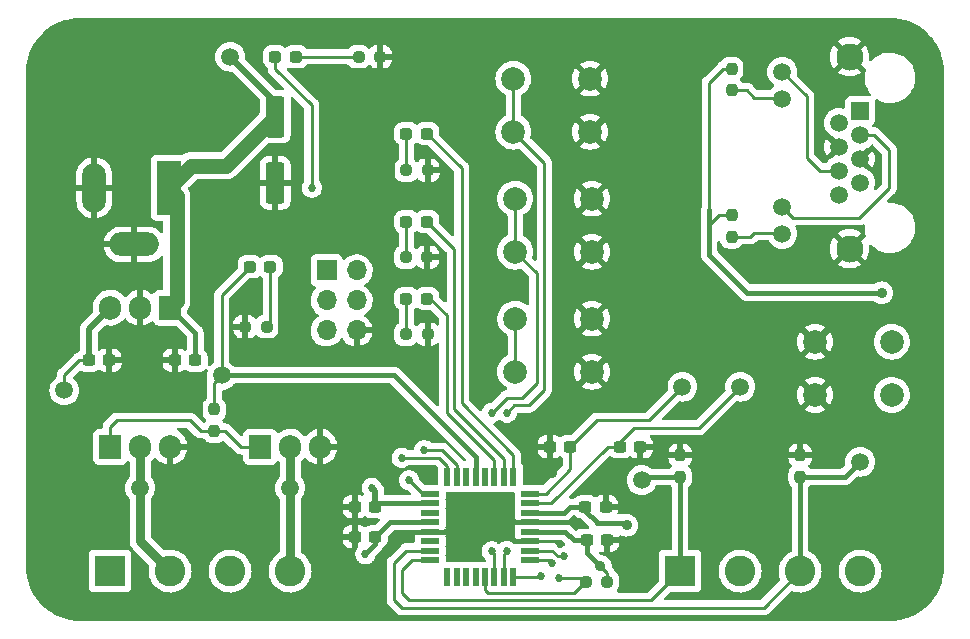
<source format=gbr>
%TF.GenerationSoftware,KiCad,Pcbnew,(6.0.0)*%
%TF.CreationDate,2022-01-26T18:23:26-07:00*%
%TF.ProjectId,PantryLights,50616e74-7279-44c6-9967-6874732e6b69,rev?*%
%TF.SameCoordinates,Original*%
%TF.FileFunction,Copper,L1,Top*%
%TF.FilePolarity,Positive*%
%FSLAX46Y46*%
G04 Gerber Fmt 4.6, Leading zero omitted, Abs format (unit mm)*
G04 Created by KiCad (PCBNEW (6.0.0)) date 2022-01-26 18:23:26*
%MOMM*%
%LPD*%
G01*
G04 APERTURE LIST*
G04 Aperture macros list*
%AMRoundRect*
0 Rectangle with rounded corners*
0 $1 Rounding radius*
0 $2 $3 $4 $5 $6 $7 $8 $9 X,Y pos of 4 corners*
0 Add a 4 corners polygon primitive as box body*
4,1,4,$2,$3,$4,$5,$6,$7,$8,$9,$2,$3,0*
0 Add four circle primitives for the rounded corners*
1,1,$1+$1,$2,$3*
1,1,$1+$1,$4,$5*
1,1,$1+$1,$6,$7*
1,1,$1+$1,$8,$9*
0 Add four rect primitives between the rounded corners*
20,1,$1+$1,$2,$3,$4,$5,0*
20,1,$1+$1,$4,$5,$6,$7,0*
20,1,$1+$1,$6,$7,$8,$9,0*
20,1,$1+$1,$8,$9,$2,$3,0*%
G04 Aperture macros list end*
%TA.AperFunction,SMDPad,CuDef*%
%ADD10RoundRect,0.237500X-0.237500X0.250000X-0.237500X-0.250000X0.237500X-0.250000X0.237500X0.250000X0*%
%TD*%
%TA.AperFunction,SMDPad,CuDef*%
%ADD11RoundRect,0.237500X0.300000X0.237500X-0.300000X0.237500X-0.300000X-0.237500X0.300000X-0.237500X0*%
%TD*%
%TA.AperFunction,ComponentPad*%
%ADD12R,1.700000X1.700000*%
%TD*%
%TA.AperFunction,ComponentPad*%
%ADD13O,1.700000X1.700000*%
%TD*%
%TA.AperFunction,ComponentPad*%
%ADD14C,2.000000*%
%TD*%
%TA.AperFunction,SMDPad,CuDef*%
%ADD15RoundRect,0.237500X-0.300000X-0.237500X0.300000X-0.237500X0.300000X0.237500X-0.300000X0.237500X0*%
%TD*%
%TA.AperFunction,SMDPad,CuDef*%
%ADD16C,1.500000*%
%TD*%
%TA.AperFunction,ComponentPad*%
%ADD17R,2.600000X2.600000*%
%TD*%
%TA.AperFunction,ComponentPad*%
%ADD18C,2.600000*%
%TD*%
%TA.AperFunction,ComponentPad*%
%ADD19C,1.500000*%
%TD*%
%TA.AperFunction,ComponentPad*%
%ADD20C,2.300000*%
%TD*%
%TA.AperFunction,ComponentPad*%
%ADD21R,1.500000X1.500000*%
%TD*%
%TA.AperFunction,ComponentPad*%
%ADD22R,2.000000X4.600000*%
%TD*%
%TA.AperFunction,ComponentPad*%
%ADD23O,2.000000X4.200000*%
%TD*%
%TA.AperFunction,ComponentPad*%
%ADD24O,4.200000X2.000000*%
%TD*%
%TA.AperFunction,ComponentPad*%
%ADD25O,1.905000X2.000000*%
%TD*%
%TA.AperFunction,ComponentPad*%
%ADD26R,1.905000X2.000000*%
%TD*%
%TA.AperFunction,SMDPad,CuDef*%
%ADD27RoundRect,0.237500X0.237500X-0.250000X0.237500X0.250000X-0.237500X0.250000X-0.237500X-0.250000X0*%
%TD*%
%TA.AperFunction,SMDPad,CuDef*%
%ADD28RoundRect,0.237500X-0.250000X-0.237500X0.250000X-0.237500X0.250000X0.237500X-0.250000X0.237500X0*%
%TD*%
%TA.AperFunction,SMDPad,CuDef*%
%ADD29RoundRect,0.237500X0.250000X0.237500X-0.250000X0.237500X-0.250000X-0.237500X0.250000X-0.237500X0*%
%TD*%
%TA.AperFunction,SMDPad,CuDef*%
%ADD30RoundRect,0.237500X0.287500X0.237500X-0.287500X0.237500X-0.287500X-0.237500X0.287500X-0.237500X0*%
%TD*%
%TA.AperFunction,SMDPad,CuDef*%
%ADD31RoundRect,0.237500X-0.287500X-0.237500X0.287500X-0.237500X0.287500X0.237500X-0.287500X0.237500X0*%
%TD*%
%TA.AperFunction,SMDPad,CuDef*%
%ADD32RoundRect,0.250000X-0.550000X1.500000X-0.550000X-1.500000X0.550000X-1.500000X0.550000X1.500000X0*%
%TD*%
%TA.AperFunction,SMDPad,CuDef*%
%ADD33R,1.600000X0.550000*%
%TD*%
%TA.AperFunction,SMDPad,CuDef*%
%ADD34R,0.550000X1.600000*%
%TD*%
%TA.AperFunction,ViaPad*%
%ADD35C,0.685800*%
%TD*%
%TA.AperFunction,ViaPad*%
%ADD36C,4.445000*%
%TD*%
%TA.AperFunction,ViaPad*%
%ADD37C,0.889000*%
%TD*%
%TA.AperFunction,Conductor*%
%ADD38C,0.254000*%
%TD*%
%TA.AperFunction,Conductor*%
%ADD39C,0.381000*%
%TD*%
%TA.AperFunction,Conductor*%
%ADD40C,0.508000*%
%TD*%
%TA.AperFunction,Conductor*%
%ADD41C,1.270000*%
%TD*%
%TA.AperFunction,Conductor*%
%ADD42C,0.762000*%
%TD*%
G04 APERTURE END LIST*
D10*
%TO.P,R11,1*%
%TO.N,Net-(U1-Pad13)*%
X121285000Y-103227500D03*
%TO.P,R11,2*%
%TO.N,Net-(Q1-Pad1)*%
X121285000Y-105052500D03*
%TD*%
D11*
%TO.P,C9,1*%
%TO.N,GND*%
X154532500Y-114300000D03*
%TO.P,C9,2*%
%TO.N,+5V*%
X152807500Y-114300000D03*
%TD*%
D12*
%TO.P,J5,1,Pin_1*%
%TO.N,MISO*%
X130805000Y-91455000D03*
D13*
%TO.P,J5,2,Pin_2*%
%TO.N,+5V*%
X133345000Y-91455000D03*
%TO.P,J5,3,Pin_3*%
%TO.N,SCK*%
X130805000Y-93995000D03*
%TO.P,J5,4,Pin_4*%
%TO.N,MOSI*%
X133345000Y-93995000D03*
%TO.P,J5,5,Pin_5*%
%TO.N,RESET*%
X130805000Y-96535000D03*
%TO.P,J5,6,Pin_6*%
%TO.N,GND*%
X133345000Y-96535000D03*
%TD*%
D14*
%TO.P,SW3,1,1*%
%TO.N,Net-(U1-Pad2)*%
X146610000Y-75220000D03*
%TO.P,SW3,2,2*%
X146610000Y-79720000D03*
%TO.P,SW3,3,K*%
%TO.N,GND*%
X153110000Y-75220000D03*
%TO.P,SW3,4,A*%
X153110000Y-79720000D03*
%TD*%
%TO.P,SW2,4,A*%
%TO.N,GND*%
X153260000Y-89880000D03*
%TO.P,SW2,3,K*%
X153260000Y-85380000D03*
%TO.P,SW2,2,2*%
%TO.N,Net-(U1-Pad1)*%
X146760000Y-89880000D03*
%TO.P,SW2,1,1*%
X146760000Y-85380000D03*
%TD*%
%TO.P,SW1,4,A*%
%TO.N,GND*%
X153260000Y-100040000D03*
%TO.P,SW1,3,K*%
X153260000Y-95540000D03*
%TO.P,SW1,2,2*%
%TO.N,Net-(U1-Pad32)*%
X146760000Y-100040000D03*
%TO.P,SW1,1,1*%
X146760000Y-95540000D03*
%TD*%
D15*
%TO.P,C3,2*%
%TO.N,GND*%
X112395000Y-99060000D03*
%TO.P,C3,1*%
%TO.N,+5V*%
X110670000Y-99060000D03*
%TD*%
D11*
%TO.P,C2,2*%
%TO.N,GND*%
X117957500Y-99060000D03*
%TO.P,C2,1*%
%TO.N,+12V*%
X119682500Y-99060000D03*
%TD*%
D16*
%TO.P,TP7,1,1*%
%TO.N,Net-(Q2-Pad2)*%
X127710000Y-109855000D03*
%TD*%
%TO.P,TP6,1,1*%
%TO.N,Net-(J3-Pad2)*%
X115010000Y-109855000D03*
%TD*%
%TO.P,TP5,1,1*%
%TO.N,Net-(J4-Pad3)*%
X175970000Y-107660000D03*
%TD*%
%TO.P,TP4,1,1*%
%TO.N,Net-(J4-Pad1)*%
X157480000Y-109220000D03*
%TD*%
%TO.P,TP3,1,1*%
%TO.N,Net-(U1-Pad13)*%
X121920000Y-100330000D03*
%TD*%
%TO.P,TP2,1,1*%
%TO.N,+5V*%
X108585000Y-101600000D03*
%TD*%
%TO.P,TP1,1,1*%
%TO.N,+12V*%
X122630000Y-73370000D03*
%TD*%
D10*
%TO.P,R2,2*%
%TO.N,Net-(J2-Pad12)*%
X165100000Y-88610000D03*
%TO.P,R2,1*%
%TO.N,+5V*%
X165100000Y-86785000D03*
%TD*%
%TO.P,R1,2*%
%TO.N,Net-(J2-Pad10)*%
X165100000Y-76200000D03*
%TO.P,R1,1*%
%TO.N,+5V*%
X165100000Y-74375000D03*
%TD*%
D17*
%TO.P,J4,1,Pin_1*%
%TO.N,Net-(J4-Pad1)*%
X160730000Y-116920000D03*
D18*
%TO.P,J4,2,Pin_2*%
%TO.N,+5V*%
X165810000Y-116920000D03*
%TO.P,J4,3,Pin_3*%
%TO.N,Net-(J4-Pad3)*%
X170890000Y-116920000D03*
%TO.P,J4,4,Pin_4*%
%TO.N,+5V*%
X175970000Y-116920000D03*
%TD*%
D17*
%TO.P,J3,1,Pin_1*%
%TO.N,+12V*%
X112470006Y-116920010D03*
D18*
%TO.P,J3,2,Pin_2*%
%TO.N,Net-(J3-Pad2)*%
X117550006Y-116920010D03*
%TO.P,J3,3,Pin_3*%
%TO.N,+12V*%
X122630006Y-116920010D03*
%TO.P,J3,4,Pin_4*%
%TO.N,Net-(Q2-Pad2)*%
X127710006Y-116920010D03*
%TD*%
D19*
%TO.P,J2,12*%
%TO.N,Net-(J2-Pad12)*%
X169370000Y-88360000D03*
%TO.P,J2,11*%
%TO.N,TX*%
X169370000Y-86070000D03*
%TO.P,J2,10*%
%TO.N,Net-(J2-Pad10)*%
X169370000Y-76930000D03*
%TO.P,J2,9*%
%TO.N,RX*%
X169370000Y-74640000D03*
D20*
%TO.P,J2,SH*%
%TO.N,GND*%
X175080000Y-73370000D03*
X175080000Y-89630000D03*
D19*
%TO.P,J2,8*%
%TO.N,unconnected-(J2-Pad8)*%
X174190000Y-85052000D03*
%TO.P,J2,6*%
%TO.N,RX*%
X174190000Y-83020000D03*
%TO.P,J2,4*%
%TO.N,GND*%
X174190000Y-80988000D03*
%TO.P,J2,2*%
%TO.N,unconnected-(J2-Pad2)*%
X174190000Y-78956000D03*
%TO.P,J2,7*%
%TO.N,unconnected-(J2-Pad7)*%
X175970000Y-84036000D03*
%TO.P,J2,5*%
%TO.N,GND*%
X175970000Y-82004000D03*
%TO.P,J2,3*%
%TO.N,TX*%
X175970000Y-79972000D03*
D21*
%TO.P,J2,1*%
%TO.N,unconnected-(J2-Pad1)*%
X175970000Y-77940000D03*
%TD*%
D22*
%TO.P,J1,1*%
%TO.N,+12V*%
X117425000Y-84455000D03*
D23*
%TO.P,J1,2*%
%TO.N,GND*%
X111125000Y-84455000D03*
D24*
%TO.P,J1,3*%
X114525000Y-89255000D03*
%TD*%
D19*
%TO.P,Y1,2,2*%
%TO.N,Net-(Y1-Pad2)*%
X165810000Y-101310000D03*
%TO.P,Y1,1,1*%
%TO.N,Net-(Y1-Pad1)*%
X160930000Y-101310000D03*
%TD*%
D25*
%TO.P,U2,3,VO*%
%TO.N,+5V*%
X112470000Y-94615000D03*
%TO.P,U2,2,GND*%
%TO.N,GND*%
X115010000Y-94615000D03*
D26*
%TO.P,U2,1,VI*%
%TO.N,+12V*%
X117550000Y-94615000D03*
%TD*%
D14*
%TO.P,SW4,1,1*%
%TO.N,GND*%
X172160000Y-97500000D03*
%TO.P,SW4,2,2*%
X172160000Y-102000000D03*
%TO.P,SW4,3,K*%
%TO.N,RESET*%
X178660000Y-97500000D03*
%TO.P,SW4,4,A*%
X178660000Y-102000000D03*
%TD*%
D27*
%TO.P,R6,2*%
%TO.N,GND*%
X160730000Y-107105000D03*
%TO.P,R6,1*%
%TO.N,Net-(J4-Pad1)*%
X160730000Y-108930000D03*
%TD*%
D10*
%TO.P,R5,1*%
%TO.N,GND*%
X170890000Y-107105000D03*
%TO.P,R5,2*%
%TO.N,Net-(J4-Pad3)*%
X170890000Y-108930000D03*
%TD*%
D28*
%TO.P,R10,2*%
%TO.N,GND*%
X139344558Y-96854658D03*
%TO.P,R10,1*%
%TO.N,Net-(D2-Pad1)*%
X137519558Y-96854658D03*
%TD*%
%TO.P,R9,2*%
%TO.N,GND*%
X139342500Y-90335270D03*
%TO.P,R9,1*%
%TO.N,Net-(D3-Pad1)*%
X137517500Y-90335270D03*
%TD*%
%TO.P,R8,1*%
%TO.N,Net-(D4-Pad1)*%
X137545045Y-82980745D03*
%TO.P,R8,2*%
%TO.N,GND*%
X139370045Y-82980745D03*
%TD*%
D29*
%TO.P,R7,1*%
%TO.N,Net-(D5-Pad1)*%
X125725000Y-96230000D03*
%TO.P,R7,2*%
%TO.N,GND*%
X123900000Y-96230000D03*
%TD*%
D28*
%TO.P,R4,2*%
%TO.N,+5V*%
X154582500Y-117820000D03*
%TO.P,R4,1*%
%TO.N,RESET*%
X152757500Y-117820000D03*
%TD*%
%TO.P,R3,2*%
%TO.N,GND*%
X135330000Y-73370000D03*
%TO.P,R3,1*%
%TO.N,Net-(D1-Pad1)*%
X133505000Y-73370000D03*
%TD*%
D30*
%TO.P,D5,1,K*%
%TO.N,Net-(D5-Pad1)*%
X126045000Y-91150000D03*
%TO.P,D5,2,A*%
%TO.N,Net-(U1-Pad13)*%
X124295000Y-91150000D03*
%TD*%
D31*
%TO.P,D4,1,K*%
%TO.N,Net-(D4-Pad1)*%
X137555000Y-79870000D03*
%TO.P,D4,2,A*%
%TO.N,Net-(U1-Pad9)*%
X139305000Y-79870000D03*
%TD*%
%TO.P,D3,2,A*%
%TO.N,Net-(U1-Pad10)*%
X139305000Y-87340000D03*
%TO.P,D3,1,K*%
%TO.N,Net-(D3-Pad1)*%
X137555000Y-87340000D03*
%TD*%
%TO.P,D2,2,A*%
%TO.N,Net-(U1-Pad11)*%
X139305000Y-93840000D03*
%TO.P,D2,1,K*%
%TO.N,Net-(D2-Pad1)*%
X137555000Y-93840000D03*
%TD*%
D30*
%TO.P,D1,1,K*%
%TO.N,Net-(D1-Pad1)*%
X128190000Y-73370000D03*
%TO.P,D1,2,A*%
%TO.N,+5V*%
X126440000Y-73370000D03*
%TD*%
D15*
%TO.P,C5,2*%
%TO.N,Net-(Y1-Pad1)*%
X151432500Y-106390000D03*
%TO.P,C5,1*%
%TO.N,GND*%
X149707500Y-106390000D03*
%TD*%
D11*
%TO.P,C4,2*%
%TO.N,Net-(Y1-Pad2)*%
X155650000Y-106390000D03*
%TO.P,C4,1*%
%TO.N,GND*%
X157375000Y-106390000D03*
%TD*%
D32*
%TO.P,C1,2*%
%TO.N,GND*%
X126440000Y-84050000D03*
%TO.P,C1,1*%
%TO.N,+12V*%
X126440000Y-78450000D03*
%TD*%
D15*
%TO.P,C8,1*%
%TO.N,GND*%
X133197500Y-114010000D03*
%TO.P,C8,2*%
%TO.N,+5V*%
X134922500Y-114010000D03*
%TD*%
D11*
%TO.P,C7,1*%
%TO.N,+5V*%
X134922500Y-111470000D03*
%TO.P,C7,2*%
%TO.N,GND*%
X133197500Y-111470000D03*
%TD*%
D15*
%TO.P,C6,1*%
%TO.N,+5V*%
X152702500Y-111470000D03*
%TO.P,C6,2*%
%TO.N,GND*%
X154427500Y-111470000D03*
%TD*%
D33*
%TO.P,U1,1,PD3*%
%TO.N,Net-(U1-Pad1)*%
X148062500Y-115980000D03*
%TO.P,U1,2,PD4*%
%TO.N,Net-(U1-Pad2)*%
X148062500Y-115180000D03*
%TO.P,U1,3,GND*%
%TO.N,GND*%
X148062500Y-114380000D03*
%TO.P,U1,4,VCC*%
%TO.N,+5V*%
X148062500Y-113580000D03*
%TO.P,U1,5,GND*%
%TO.N,GND*%
X148062500Y-112780000D03*
%TO.P,U1,6,VCC*%
%TO.N,+5V*%
X148062500Y-111980000D03*
%TO.P,U1,7,XTAL1/PB6*%
%TO.N,Net-(Y1-Pad2)*%
X148062500Y-111180000D03*
%TO.P,U1,8,XTAL2/PB7*%
%TO.N,Net-(Y1-Pad1)*%
X148062500Y-110380000D03*
D34*
%TO.P,U1,9,PD5*%
%TO.N,Net-(U1-Pad9)*%
X146612500Y-108930000D03*
%TO.P,U1,10,PD6*%
%TO.N,Net-(U1-Pad10)*%
X145812500Y-108930000D03*
%TO.P,U1,11,PD7*%
%TO.N,Net-(U1-Pad11)*%
X145012500Y-108930000D03*
%TO.P,U1,12,PB0*%
%TO.N,unconnected-(U1-Pad12)*%
X144212500Y-108930000D03*
%TO.P,U1,13,PB1*%
%TO.N,Net-(U1-Pad13)*%
X143412500Y-108930000D03*
%TO.P,U1,14,PB2*%
%TO.N,unconnected-(U1-Pad14)*%
X142612500Y-108930000D03*
%TO.P,U1,15,PB3*%
%TO.N,MOSI*%
X141812500Y-108930000D03*
%TO.P,U1,16,PB4*%
%TO.N,MISO*%
X141012500Y-108930000D03*
D33*
%TO.P,U1,17,PB5*%
%TO.N,SCK*%
X139562500Y-110380000D03*
%TO.P,U1,18,AVCC*%
%TO.N,+5V*%
X139562500Y-111180000D03*
%TO.P,U1,19,ADC6*%
%TO.N,unconnected-(U1-Pad19)*%
X139562500Y-111980000D03*
%TO.P,U1,20,AREF*%
%TO.N,+5V*%
X139562500Y-112780000D03*
%TO.P,U1,21,GND*%
%TO.N,GND*%
X139562500Y-113580000D03*
%TO.P,U1,22,ADC7*%
%TO.N,unconnected-(U1-Pad22)*%
X139562500Y-114380000D03*
%TO.P,U1,23,PC0*%
%TO.N,Net-(J4-Pad3)*%
X139562500Y-115180000D03*
%TO.P,U1,24,PC1*%
%TO.N,Net-(J4-Pad1)*%
X139562500Y-115980000D03*
D34*
%TO.P,U1,25,PC2*%
%TO.N,unconnected-(U1-Pad25)*%
X141012500Y-117430000D03*
%TO.P,U1,26,PC3*%
%TO.N,unconnected-(U1-Pad26)*%
X141812500Y-117430000D03*
%TO.P,U1,27,PC4*%
%TO.N,unconnected-(U1-Pad27)*%
X142612500Y-117430000D03*
%TO.P,U1,28,PC5*%
%TO.N,unconnected-(U1-Pad28)*%
X143412500Y-117430000D03*
%TO.P,U1,29,~{RESET}/PC6*%
%TO.N,RESET*%
X144212500Y-117430000D03*
%TO.P,U1,30,PD0*%
%TO.N,TX*%
X145012500Y-117430000D03*
%TO.P,U1,31,PD1*%
%TO.N,RX*%
X145812500Y-117430000D03*
%TO.P,U1,32,PD2*%
%TO.N,Net-(U1-Pad32)*%
X146612500Y-117430000D03*
%TD*%
D26*
%TO.P,Q2,1,G*%
%TO.N,Net-(Q1-Pad1)*%
X125170000Y-106390000D03*
D25*
%TO.P,Q2,2,D*%
%TO.N,Net-(Q2-Pad2)*%
X127710000Y-106390000D03*
%TO.P,Q2,3,S*%
%TO.N,GND*%
X130250000Y-106390000D03*
%TD*%
D26*
%TO.P,Q1,1,G*%
%TO.N,Net-(Q1-Pad1)*%
X112470000Y-106390000D03*
D25*
%TO.P,Q1,2,D*%
%TO.N,Net-(J3-Pad2)*%
X115010000Y-106390000D03*
%TO.P,Q1,3,S*%
%TO.N,GND*%
X117550000Y-106390000D03*
%TD*%
D35*
%TO.N,GND*%
X150566433Y-114591954D03*
D36*
X157480000Y-92710000D03*
X165735000Y-107315000D03*
X109855000Y-74930000D03*
D37*
X128270000Y-81280000D03*
X131445000Y-83185000D03*
X149860000Y-108585000D03*
X155575000Y-109855000D03*
X143510000Y-113030000D03*
D35*
X136525000Y-109855000D03*
D37*
X137077231Y-114025249D03*
D35*
%TO.N,+5V*%
X134083528Y-115467351D03*
D37*
%TO.N,GND*%
X143510000Y-101600000D03*
X146050000Y-104775000D03*
X147955000Y-106045000D03*
X147320000Y-92710000D03*
X147320000Y-82550000D03*
X140970000Y-83820000D03*
X137160000Y-99060000D03*
X130810000Y-102235000D03*
X134620000Y-117475000D03*
X180187392Y-105082153D03*
X161290000Y-97790000D03*
X167005000Y-73025000D03*
X167005000Y-92075000D03*
X165100000Y-93980000D03*
X120650000Y-90805000D03*
X120024579Y-84455000D03*
X128905000Y-74930000D03*
X135255000Y-74930000D03*
X128361180Y-85861441D03*
X131445000Y-85090000D03*
X123825000Y-85725000D03*
X123190000Y-99060000D03*
X117475000Y-100965000D03*
X113030000Y-100965000D03*
X121920000Y-109855000D03*
X109855000Y-109855000D03*
X124460000Y-102235000D03*
X156210000Y-102870000D03*
X159385000Y-106045000D03*
X154305000Y-108585000D03*
X180340000Y-116840000D03*
X175895000Y-113665000D03*
X156845000Y-117475000D03*
X151920337Y-112843192D03*
X142875000Y-114300000D03*
X143510000Y-111125000D03*
X131445000Y-113665000D03*
X131445000Y-111760000D03*
X139700000Y-101600000D03*
X140335000Y-92075000D03*
X139065000Y-99060000D03*
D35*
%TO.N,TX*%
X144775413Y-115231409D03*
%TO.N,RX*%
X146061508Y-115224224D03*
D37*
%TO.N,+5V*%
X177800000Y-93345000D03*
D35*
%TO.N,Net-(U1-Pad2)*%
X146050000Y-103505000D03*
X150940047Y-115605023D03*
%TO.N,Net-(U1-Pad1)*%
X144780000Y-103505000D03*
X149860000Y-116205000D03*
%TO.N,Net-(U1-Pad32)*%
X148913909Y-117322211D03*
%TO.N,MOSI*%
X139065000Y-106680000D03*
%TO.N,MISO*%
X137160000Y-107315000D03*
%TO.N,SCK*%
X137795000Y-109220000D03*
%TO.N,RESET*%
X150495000Y-117475000D03*
D37*
%TO.N,+5V*%
X153987500Y-116522500D03*
X156210000Y-113030000D03*
D35*
X134620000Y-109855000D03*
X129540000Y-84455000D03*
%TD*%
D38*
%TO.N,GND*%
X150354479Y-114380000D02*
X150566433Y-114591954D01*
X148062500Y-114380000D02*
X150354479Y-114380000D01*
%TO.N,Net-(U1-Pad2)*%
X149925864Y-115180000D02*
X148062500Y-115180000D01*
X150350887Y-115605023D02*
X149925864Y-115180000D01*
X150940047Y-115605023D02*
X150350887Y-115605023D01*
D39*
%TO.N,GND*%
X146765000Y-114380000D02*
X145165000Y-112780000D01*
X148062500Y-114380000D02*
X146765000Y-114380000D01*
D38*
%TO.N,TX*%
X144775413Y-115231409D02*
X145012500Y-115468496D01*
X145012500Y-115468496D02*
X145012500Y-117430000D01*
%TO.N,RX*%
X145812500Y-115473232D02*
X145812500Y-117430000D01*
X146061508Y-115224224D02*
X145812500Y-115473232D01*
%TO.N,Net-(U1-Pad32)*%
X148913909Y-117322211D02*
X148806120Y-117430000D01*
X148806120Y-117430000D02*
X146612500Y-117430000D01*
D39*
%TO.N,Net-(J4-Pad1)*%
X157770000Y-108930000D02*
X157480000Y-109220000D01*
X160730000Y-108930000D02*
X157770000Y-108930000D01*
%TO.N,GND*%
X137522480Y-113580000D02*
X139562500Y-113580000D01*
X137077231Y-114025249D02*
X137522480Y-113580000D01*
%TO.N,+5V*%
X134083528Y-115467351D02*
X134922500Y-114628379D01*
X134922500Y-114628379D02*
X134922500Y-114010000D01*
%TO.N,GND*%
X151857145Y-112780000D02*
X148062500Y-112780000D01*
X151920337Y-112843192D02*
X151857145Y-112780000D01*
%TO.N,+12V*%
X119682500Y-99060000D02*
X119682500Y-96747500D01*
X119682500Y-96747500D02*
X117550000Y-94615000D01*
D38*
%TO.N,+5V*%
X108585000Y-100330000D02*
X108585000Y-101600000D01*
X109855000Y-99060000D02*
X108585000Y-100330000D01*
X110670000Y-99060000D02*
X109855000Y-99060000D01*
D40*
X110670000Y-96415000D02*
X110670000Y-99060000D01*
X112470000Y-94615000D02*
X110670000Y-96415000D01*
D41*
%TO.N,+12V*%
X118110000Y-94055000D02*
X117550000Y-94615000D01*
X117425000Y-84455000D02*
X118110000Y-85140000D01*
X118110000Y-85140000D02*
X118110000Y-94055000D01*
X122301411Y-82588589D02*
X126440000Y-78450000D01*
X119291411Y-82588589D02*
X122301411Y-82588589D01*
X117425000Y-84455000D02*
X119291411Y-82588589D01*
D38*
%TO.N,Net-(Q1-Pad1)*%
X122197500Y-105052500D02*
X121285000Y-105052500D01*
X123535000Y-106390000D02*
X122197500Y-105052500D01*
X125170000Y-106390000D02*
X123535000Y-106390000D01*
X113030000Y-104140000D02*
X112470000Y-104700000D01*
X112470000Y-104700000D02*
X112470000Y-106390000D01*
X120153750Y-105052500D02*
X119241250Y-104140000D01*
X121285000Y-105052500D02*
X120153750Y-105052500D01*
X119241250Y-104140000D02*
X113030000Y-104140000D01*
%TO.N,Net-(U1-Pad13)*%
X121285000Y-100965000D02*
X121285000Y-103505000D01*
X121920000Y-100330000D02*
X121285000Y-100965000D01*
D39*
X136525000Y-100330000D02*
X121920000Y-100330000D01*
X143412500Y-107217500D02*
X136525000Y-100330000D01*
X143412500Y-108930000D02*
X143412500Y-107217500D01*
%TO.N,GND*%
X142155000Y-113580000D02*
X142875000Y-114300000D01*
X139562500Y-113580000D02*
X142155000Y-113580000D01*
X145165000Y-112780000D02*
X143510000Y-111125000D01*
X148062500Y-112780000D02*
X145165000Y-112780000D01*
D38*
%TO.N,+5V*%
X129540000Y-77470000D02*
X126440000Y-74370000D01*
X129540000Y-84455000D02*
X129540000Y-77470000D01*
X126440000Y-74370000D02*
X126440000Y-73370000D01*
%TO.N,Net-(D5-Pad1)*%
X126045000Y-95910000D02*
X126045000Y-91150000D01*
X125725000Y-96230000D02*
X126045000Y-95910000D01*
%TO.N,Net-(U1-Pad13)*%
X121920000Y-93525000D02*
X124295000Y-91150000D01*
X121920000Y-100330000D02*
X121920000Y-93525000D01*
%TO.N,Net-(J2-Pad12)*%
X169275000Y-88265000D02*
X169370000Y-88360000D01*
X166660000Y-88610000D02*
X167005000Y-88265000D01*
X167005000Y-88265000D02*
X169275000Y-88265000D01*
X165100000Y-88610000D02*
X166660000Y-88610000D01*
D42*
%TO.N,Net-(Q2-Pad2)*%
X127710000Y-110200000D02*
X127710000Y-116920000D01*
X127710000Y-106390000D02*
X127710000Y-110200000D01*
%TO.N,Net-(J3-Pad2)*%
X115010000Y-114380000D02*
X117550000Y-116920000D01*
X115010000Y-110200000D02*
X115010000Y-114380000D01*
X115010000Y-106390000D02*
X115010000Y-110200000D01*
D38*
%TO.N,Net-(J4-Pad3)*%
X167795000Y-120015000D02*
X170890000Y-116920000D01*
X137160000Y-120015000D02*
X167795000Y-120015000D01*
%TO.N,Net-(J4-Pad1)*%
X158270000Y-119380000D02*
X160730000Y-116920000D01*
X137795000Y-119380000D02*
X158270000Y-119380000D01*
%TO.N,Net-(J4-Pad3)*%
X136525000Y-116205000D02*
X136525000Y-119380000D01*
X136525000Y-119380000D02*
X137160000Y-120015000D01*
X137550000Y-115180000D02*
X136525000Y-116205000D01*
X139562500Y-115180000D02*
X137550000Y-115180000D01*
%TO.N,Net-(J4-Pad1)*%
X137160000Y-118745000D02*
X137795000Y-119380000D01*
X138020000Y-115980000D02*
X137160000Y-116840000D01*
X137160000Y-116840000D02*
X137160000Y-118745000D01*
X139562500Y-115980000D02*
X138020000Y-115980000D01*
%TO.N,RESET*%
X151765000Y-118745000D02*
X144473500Y-118745000D01*
X152690000Y-117820000D02*
X151765000Y-118745000D01*
X144473500Y-118745000D02*
X144212500Y-118484000D01*
X144212500Y-118484000D02*
X144212500Y-117430000D01*
X152757500Y-117820000D02*
X152690000Y-117820000D01*
D39*
%TO.N,Net-(J4-Pad3)*%
X174700000Y-108930000D02*
X175970000Y-107660000D01*
X170890000Y-108930000D02*
X174700000Y-108930000D01*
X170890000Y-108930000D02*
X170890000Y-116920000D01*
%TO.N,Net-(J4-Pad1)*%
X160730000Y-108930000D02*
X160730000Y-116920000D01*
D38*
%TO.N,+5V*%
X163195000Y-86360000D02*
X163195000Y-75565000D01*
D39*
X163195000Y-86995000D02*
X163195000Y-86360000D01*
X163195000Y-87630000D02*
X163195000Y-86995000D01*
D38*
X164385000Y-74375000D02*
X165100000Y-74375000D01*
X163195000Y-75565000D02*
X164385000Y-74375000D01*
D39*
X166370000Y-93345000D02*
X177800000Y-93345000D01*
X163195000Y-87630000D02*
X163195000Y-90170000D01*
X163195000Y-90170000D02*
X166370000Y-93345000D01*
D38*
X164040000Y-86785000D02*
X165100000Y-86785000D01*
X163195000Y-87630000D02*
X164040000Y-86785000D01*
%TO.N,TX*%
X170295000Y-86995000D02*
X169370000Y-86070000D01*
X178435000Y-84455000D02*
X175895000Y-86995000D01*
X178435000Y-81280000D02*
X178435000Y-84455000D01*
X177127000Y-79972000D02*
X178435000Y-81280000D01*
X175895000Y-86995000D02*
X170295000Y-86995000D01*
X175970000Y-79972000D02*
X177127000Y-79972000D01*
%TO.N,RX*%
X171450000Y-76720000D02*
X169370000Y-74640000D01*
X172555000Y-83020000D02*
X171450000Y-81915000D01*
X171450000Y-81915000D02*
X171450000Y-76720000D01*
X174190000Y-83020000D02*
X172555000Y-83020000D01*
%TO.N,Net-(J2-Pad10)*%
X166370000Y-76200000D02*
X165100000Y-76200000D01*
X167005000Y-76835000D02*
X166370000Y-76200000D01*
X169275000Y-76835000D02*
X167005000Y-76835000D01*
X169370000Y-76930000D02*
X169275000Y-76835000D01*
%TO.N,Net-(D4-Pad1)*%
X137555000Y-82970790D02*
X137545045Y-82980745D01*
X137555000Y-79870000D02*
X137555000Y-82970790D01*
%TO.N,Net-(D3-Pad1)*%
X137555000Y-90297770D02*
X137517500Y-90335270D01*
X137555000Y-87340000D02*
X137555000Y-90297770D01*
%TO.N,Net-(U1-Pad9)*%
X142240000Y-102711250D02*
X142240000Y-82805000D01*
X142240000Y-82805000D02*
X139305000Y-79870000D01*
X146612500Y-107083750D02*
X142240000Y-102711250D01*
X146612500Y-108930000D02*
X146612500Y-107083750D01*
%TO.N,Net-(U1-Pad10)*%
X141605000Y-103187500D02*
X145812500Y-107395000D01*
X141605000Y-89640000D02*
X141605000Y-103187500D01*
X139305000Y-87340000D02*
X141605000Y-89640000D01*
X145812500Y-107395000D02*
X145812500Y-108930000D01*
%TO.N,Net-(U1-Pad11)*%
X139560000Y-93840000D02*
X139305000Y-93840000D01*
X140970000Y-95250000D02*
X139560000Y-93840000D01*
X145012500Y-107547500D02*
X140970000Y-103505000D01*
X140970000Y-103505000D02*
X140970000Y-95250000D01*
X145012500Y-108930000D02*
X145012500Y-107547500D01*
%TO.N,Net-(D2-Pad1)*%
X137555000Y-96819216D02*
X137519558Y-96854658D01*
X137555000Y-93840000D02*
X137555000Y-96819216D01*
%TO.N,Net-(U1-Pad1)*%
X148590000Y-91710000D02*
X146760000Y-89880000D01*
X148590000Y-100965000D02*
X148590000Y-91710000D01*
X147320000Y-102235000D02*
X148590000Y-100965000D01*
X144780000Y-103505000D02*
X146050000Y-102235000D01*
X146050000Y-102235000D02*
X147320000Y-102235000D01*
%TO.N,Net-(U1-Pad2)*%
X149225000Y-101600000D02*
X149225000Y-82335000D01*
X147955000Y-102870000D02*
X149225000Y-101600000D01*
X146685000Y-102870000D02*
X147955000Y-102870000D01*
X149225000Y-82335000D02*
X146610000Y-79720000D01*
X146050000Y-103505000D02*
X146685000Y-102870000D01*
X146610000Y-75220000D02*
X146610000Y-79720000D01*
%TO.N,Net-(U1-Pad1)*%
X146760000Y-85380000D02*
X146760000Y-89880000D01*
X149635000Y-115980000D02*
X149860000Y-116205000D01*
X148062500Y-115980000D02*
X149635000Y-115980000D01*
%TO.N,Net-(U1-Pad32)*%
X146760000Y-100040000D02*
X146760000Y-95540000D01*
%TO.N,Net-(Y1-Pad2)*%
X162345000Y-104775000D02*
X165810000Y-101310000D01*
X156845000Y-104775000D02*
X162345000Y-104775000D01*
X155650000Y-105970000D02*
X156845000Y-104775000D01*
X155650000Y-106390000D02*
X155650000Y-105970000D01*
%TO.N,Net-(Y1-Pad1)*%
X158100000Y-104140000D02*
X160930000Y-101310000D01*
X151432500Y-106390000D02*
X153682500Y-104140000D01*
X153682500Y-104140000D02*
X158100000Y-104140000D01*
%TO.N,Net-(Y1-Pad2)*%
X149805000Y-111180000D02*
X154595000Y-106390000D01*
X148062500Y-111180000D02*
X149805000Y-111180000D01*
X154595000Y-106390000D02*
X155650000Y-106390000D01*
%TO.N,Net-(Y1-Pad1)*%
X149335000Y-110380000D02*
X151432500Y-108282500D01*
X151432500Y-108282500D02*
X151432500Y-106390000D01*
X148062500Y-110380000D02*
X149335000Y-110380000D01*
%TO.N,MOSI*%
X140599116Y-106680000D02*
X141812500Y-107893384D01*
X139065000Y-106680000D02*
X140599116Y-106680000D01*
X141812500Y-107893384D02*
X141812500Y-108930000D01*
%TO.N,MISO*%
X141012500Y-107992500D02*
X141012500Y-108930000D01*
X140335000Y-107315000D02*
X141012500Y-107992500D01*
X137160000Y-107315000D02*
X140335000Y-107315000D01*
%TO.N,SCK*%
X138955000Y-110380000D02*
X139562500Y-110380000D01*
X137795000Y-109220000D02*
X138955000Y-110380000D01*
%TO.N,RESET*%
X152412500Y-117475000D02*
X152757500Y-117820000D01*
X150495000Y-117475000D02*
X152412500Y-117475000D01*
%TO.N,+5V*%
X154582500Y-117117500D02*
X154582500Y-117820000D01*
X153987500Y-116522500D02*
X154582500Y-117117500D01*
D39*
X152807500Y-115342500D02*
X153987500Y-116522500D01*
X152807500Y-114300000D02*
X152807500Y-115342500D01*
X155994453Y-112814453D02*
X156210000Y-113030000D01*
X155304704Y-112814453D02*
X155994453Y-112814453D01*
X152702500Y-111807294D02*
X153677327Y-112782121D01*
X152702500Y-111470000D02*
X152702500Y-111807294D01*
X153677327Y-112782121D02*
X153709659Y-112814453D01*
X153709659Y-112814453D02*
X155304704Y-112814453D01*
X151708125Y-114300000D02*
X150988125Y-113580000D01*
X150988125Y-113580000D02*
X148062500Y-113580000D01*
X152807500Y-114300000D02*
X151708125Y-114300000D01*
X150910000Y-111980000D02*
X148062500Y-111980000D01*
X151420000Y-111470000D02*
X150910000Y-111980000D01*
X152702500Y-111470000D02*
X151420000Y-111470000D01*
X136152500Y-112780000D02*
X139562500Y-112780000D01*
X134922500Y-114010000D02*
X136152500Y-112780000D01*
X135212500Y-111180000D02*
X139562500Y-111180000D01*
X134922500Y-111470000D02*
X135212500Y-111180000D01*
D40*
X134922500Y-111470000D02*
X134922500Y-110157500D01*
X134922500Y-110157500D02*
X134620000Y-109855000D01*
D38*
%TO.N,Net-(D1-Pad1)*%
X128190000Y-73370000D02*
X133505000Y-73370000D01*
D40*
%TO.N,+12V*%
X126440000Y-77180000D02*
X126440000Y-78450000D01*
X122630000Y-73370000D02*
X126440000Y-77180000D01*
%TD*%
%TA.AperFunction,Conductor*%
%TO.N,GND*%
G36*
X178480057Y-70069500D02*
G01*
X178494858Y-70071805D01*
X178494861Y-70071805D01*
X178503730Y-70073186D01*
X178524158Y-70070515D01*
X178545983Y-70069571D01*
X178902981Y-70085158D01*
X178913930Y-70086116D01*
X179298465Y-70136741D01*
X179309291Y-70138650D01*
X179687951Y-70222598D01*
X179698568Y-70225443D01*
X179868993Y-70279177D01*
X180068473Y-70342073D01*
X180078787Y-70345826D01*
X180437143Y-70494262D01*
X180447087Y-70498900D01*
X180791117Y-70677990D01*
X180800637Y-70683486D01*
X181127754Y-70891883D01*
X181136758Y-70898188D01*
X181444458Y-71134295D01*
X181452878Y-71141360D01*
X181683760Y-71352923D01*
X181738836Y-71403391D01*
X181746609Y-71411164D01*
X182008640Y-71697122D01*
X182015705Y-71705542D01*
X182251812Y-72013242D01*
X182258117Y-72022246D01*
X182466514Y-72349363D01*
X182472009Y-72358882D01*
X182641890Y-72685219D01*
X182651096Y-72702904D01*
X182655738Y-72712857D01*
X182804171Y-73071206D01*
X182807927Y-73081527D01*
X182844778Y-73198402D01*
X182924557Y-73451432D01*
X182927402Y-73462049D01*
X183011350Y-73840709D01*
X183013259Y-73851535D01*
X183060179Y-74207924D01*
X183063884Y-74236070D01*
X183064842Y-74247019D01*
X183069396Y-74351329D01*
X183080104Y-74596584D01*
X183078724Y-74621463D01*
X183078268Y-74624393D01*
X183076814Y-74633730D01*
X183080246Y-74659973D01*
X183080936Y-74665251D01*
X183082000Y-74681589D01*
X183082000Y-116500672D01*
X183080500Y-116520057D01*
X183079025Y-116529532D01*
X183076814Y-116543730D01*
X183079485Y-116564158D01*
X183080429Y-116585983D01*
X183069360Y-116839500D01*
X183064842Y-116942980D01*
X183063884Y-116953930D01*
X183013259Y-117338465D01*
X183011350Y-117349291D01*
X182927402Y-117727951D01*
X182924557Y-117738568D01*
X182876708Y-117890326D01*
X182808685Y-118106072D01*
X182807930Y-118108465D01*
X182804174Y-118118787D01*
X182655920Y-118476705D01*
X182655742Y-118477134D01*
X182651100Y-118487087D01*
X182472010Y-118831117D01*
X182466514Y-118840637D01*
X182258117Y-119167754D01*
X182251812Y-119176758D01*
X182015705Y-119484458D01*
X182008640Y-119492878D01*
X181747184Y-119778209D01*
X181746609Y-119778836D01*
X181738840Y-119786605D01*
X181554087Y-119955900D01*
X181452878Y-120048640D01*
X181444458Y-120055705D01*
X181136758Y-120291812D01*
X181127754Y-120298117D01*
X180831893Y-120486602D01*
X180800637Y-120506514D01*
X180791118Y-120512009D01*
X180447087Y-120691100D01*
X180437143Y-120695738D01*
X180078787Y-120844174D01*
X180068473Y-120847927D01*
X179868993Y-120910823D01*
X179698568Y-120964557D01*
X179687951Y-120967402D01*
X179309291Y-121051350D01*
X179298465Y-121053259D01*
X178913930Y-121103884D01*
X178902981Y-121104842D01*
X178553416Y-121120104D01*
X178528540Y-121118724D01*
X178526684Y-121118435D01*
X178525142Y-121118195D01*
X178525141Y-121118195D01*
X178516270Y-121116814D01*
X178484749Y-121120936D01*
X178468411Y-121122000D01*
X109979328Y-121122000D01*
X109959943Y-121120500D01*
X109945142Y-121118195D01*
X109945139Y-121118195D01*
X109936270Y-121116814D01*
X109915842Y-121119485D01*
X109894017Y-121120429D01*
X109537019Y-121104842D01*
X109526070Y-121103884D01*
X109141535Y-121053259D01*
X109130709Y-121051350D01*
X108752049Y-120967402D01*
X108741432Y-120964557D01*
X108571007Y-120910823D01*
X108371527Y-120847927D01*
X108361213Y-120844174D01*
X108002857Y-120695738D01*
X107992913Y-120691100D01*
X107648882Y-120512009D01*
X107639363Y-120506514D01*
X107608108Y-120486602D01*
X107312246Y-120298117D01*
X107303242Y-120291812D01*
X106995542Y-120055705D01*
X106987122Y-120048640D01*
X106885913Y-119955900D01*
X106701160Y-119786605D01*
X106693391Y-119778836D01*
X106692817Y-119778209D01*
X106431360Y-119492878D01*
X106424295Y-119484458D01*
X106188188Y-119176758D01*
X106181883Y-119167754D01*
X105973486Y-118840637D01*
X105967990Y-118831117D01*
X105788900Y-118487087D01*
X105784258Y-118477134D01*
X105784081Y-118476705D01*
X105697692Y-118268144D01*
X110661506Y-118268144D01*
X110668261Y-118330326D01*
X110719391Y-118466715D01*
X110806745Y-118583271D01*
X110923301Y-118670625D01*
X111059690Y-118721755D01*
X111121872Y-118728510D01*
X113818140Y-118728510D01*
X113880322Y-118721755D01*
X114016711Y-118670625D01*
X114133267Y-118583271D01*
X114220621Y-118466715D01*
X114271751Y-118330326D01*
X114278506Y-118268144D01*
X114278506Y-115571876D01*
X114271751Y-115509694D01*
X114220621Y-115373305D01*
X114133267Y-115256749D01*
X114016711Y-115169395D01*
X113880322Y-115118265D01*
X113818140Y-115111510D01*
X111121872Y-115111510D01*
X111059690Y-115118265D01*
X110923301Y-115169395D01*
X110806745Y-115256749D01*
X110719391Y-115373305D01*
X110668261Y-115509694D01*
X110661506Y-115571876D01*
X110661506Y-118268144D01*
X105697692Y-118268144D01*
X105635826Y-118118787D01*
X105632070Y-118108465D01*
X105631316Y-118106072D01*
X105563292Y-117890326D01*
X105515443Y-117738568D01*
X105512598Y-117727951D01*
X105428650Y-117349291D01*
X105426741Y-117338465D01*
X105376116Y-116953930D01*
X105375158Y-116942980D01*
X105369627Y-116816285D01*
X105359896Y-116593416D01*
X105361276Y-116568537D01*
X105361805Y-116565142D01*
X105361805Y-116565141D01*
X105363186Y-116556270D01*
X105359064Y-116524748D01*
X105358000Y-116508411D01*
X105358000Y-107438134D01*
X111009000Y-107438134D01*
X111015755Y-107500316D01*
X111066885Y-107636705D01*
X111154239Y-107753261D01*
X111270795Y-107840615D01*
X111407184Y-107891745D01*
X111469366Y-107898500D01*
X113470634Y-107898500D01*
X113532816Y-107891745D01*
X113669205Y-107840615D01*
X113785761Y-107753261D01*
X113873115Y-107636705D01*
X113876519Y-107627626D01*
X113876945Y-107627059D01*
X113880577Y-107620425D01*
X113881535Y-107620949D01*
X113919161Y-107570863D01*
X113985723Y-107546164D01*
X114055072Y-107561372D01*
X114105189Y-107611659D01*
X114120500Y-107671858D01*
X114120500Y-108912523D01*
X114100498Y-108980644D01*
X114083595Y-109001618D01*
X114042251Y-109042962D01*
X114039094Y-109047470D01*
X114039092Y-109047473D01*
X113922884Y-109213435D01*
X113915944Y-109223347D01*
X113913621Y-109228329D01*
X113913618Y-109228334D01*
X113868323Y-109325470D01*
X113822880Y-109422924D01*
X113765885Y-109635629D01*
X113746693Y-109855000D01*
X113765885Y-110074371D01*
X113822880Y-110287076D01*
X113855750Y-110357566D01*
X113913618Y-110481666D01*
X113913621Y-110481671D01*
X113915944Y-110486653D01*
X113919100Y-110491160D01*
X113919101Y-110491162D01*
X114033127Y-110654007D01*
X114042251Y-110667038D01*
X114083595Y-110708382D01*
X114117621Y-110770694D01*
X114120500Y-110797477D01*
X114120500Y-114300075D01*
X114118949Y-114319785D01*
X114116826Y-114333190D01*
X114117171Y-114339778D01*
X114117171Y-114339782D01*
X114120327Y-114399999D01*
X114120500Y-114406593D01*
X114120500Y-114426620D01*
X114120844Y-114429891D01*
X114120844Y-114429895D01*
X114122593Y-114446539D01*
X114123110Y-114453113D01*
X114126265Y-114513316D01*
X114126611Y-114519915D01*
X114128320Y-114526292D01*
X114128320Y-114526293D01*
X114130124Y-114533023D01*
X114133728Y-114552471D01*
X114134370Y-114558580D01*
X114135145Y-114565956D01*
X114149791Y-114611031D01*
X114155818Y-114629582D01*
X114157691Y-114635906D01*
X114175006Y-114700524D01*
X114181167Y-114712616D01*
X114188730Y-114730875D01*
X114192925Y-114743785D01*
X114205909Y-114766274D01*
X114226376Y-114801724D01*
X114229523Y-114807520D01*
X114259893Y-114867125D01*
X114264050Y-114872258D01*
X114268432Y-114877670D01*
X114279625Y-114893955D01*
X114283116Y-114900002D01*
X114283119Y-114900005D01*
X114286415Y-114905715D01*
X114290827Y-114910615D01*
X114290830Y-114910619D01*
X114295156Y-114915423D01*
X114323899Y-114947344D01*
X114331175Y-114955425D01*
X114335463Y-114960446D01*
X114348063Y-114976006D01*
X114362210Y-114990153D01*
X114366751Y-114994937D01*
X114403569Y-115035827D01*
X114411530Y-115044669D01*
X114422518Y-115052652D01*
X114437546Y-115065489D01*
X115756493Y-116384436D01*
X115790519Y-116446748D01*
X115789521Y-116504546D01*
X115783175Y-116529534D01*
X115763987Y-116605087D01*
X115737056Y-116872536D01*
X115737280Y-116877197D01*
X115737280Y-116877207D01*
X115740440Y-116942980D01*
X115749953Y-117141029D01*
X115802394Y-117404666D01*
X115893226Y-117657656D01*
X116020456Y-117894441D01*
X116023247Y-117898178D01*
X116023251Y-117898185D01*
X116104893Y-118007516D01*
X116181287Y-118109820D01*
X116184592Y-118113096D01*
X116184601Y-118113106D01*
X116354503Y-118281531D01*
X116372186Y-118299060D01*
X116375948Y-118301818D01*
X116375951Y-118301821D01*
X116492421Y-118387220D01*
X116588960Y-118458005D01*
X116593095Y-118460181D01*
X116593099Y-118460183D01*
X116822685Y-118580975D01*
X116826846Y-118583164D01*
X116870928Y-118598558D01*
X117076175Y-118670233D01*
X117080619Y-118671785D01*
X117085212Y-118672657D01*
X117340115Y-118721052D01*
X117340118Y-118721052D01*
X117344704Y-118721923D01*
X117472376Y-118726939D01*
X117608631Y-118732293D01*
X117608636Y-118732293D01*
X117613299Y-118732476D01*
X117717613Y-118721052D01*
X117875850Y-118703723D01*
X117875856Y-118703722D01*
X117880503Y-118703213D01*
X117885065Y-118702012D01*
X118135924Y-118635966D01*
X118135926Y-118635965D01*
X118140447Y-118634775D01*
X118144767Y-118632919D01*
X118383126Y-118530512D01*
X118383128Y-118530511D01*
X118387420Y-118528667D01*
X118547548Y-118429577D01*
X118612023Y-118389679D01*
X118612027Y-118389676D01*
X118615996Y-118387220D01*
X118821155Y-118213540D01*
X118998388Y-118011444D01*
X119019774Y-117978197D01*
X119141275Y-117789301D01*
X119143803Y-117785371D01*
X119254205Y-117540288D01*
X119291218Y-117409051D01*
X119325899Y-117286082D01*
X119325900Y-117286079D01*
X119327169Y-117281578D01*
X119345051Y-117141019D01*
X119360694Y-117018055D01*
X119360695Y-117018045D01*
X119361092Y-117014925D01*
X119363577Y-116920010D01*
X119360049Y-116872536D01*
X120817056Y-116872536D01*
X120817280Y-116877197D01*
X120817280Y-116877207D01*
X120820440Y-116942980D01*
X120829953Y-117141029D01*
X120882394Y-117404666D01*
X120973226Y-117657656D01*
X121100456Y-117894441D01*
X121103247Y-117898178D01*
X121103251Y-117898185D01*
X121184893Y-118007516D01*
X121261287Y-118109820D01*
X121264592Y-118113096D01*
X121264601Y-118113106D01*
X121434503Y-118281531D01*
X121452186Y-118299060D01*
X121455948Y-118301818D01*
X121455951Y-118301821D01*
X121572421Y-118387220D01*
X121668960Y-118458005D01*
X121673095Y-118460181D01*
X121673099Y-118460183D01*
X121902685Y-118580975D01*
X121906846Y-118583164D01*
X121950928Y-118598558D01*
X122156175Y-118670233D01*
X122160619Y-118671785D01*
X122165212Y-118672657D01*
X122420115Y-118721052D01*
X122420118Y-118721052D01*
X122424704Y-118721923D01*
X122552376Y-118726939D01*
X122688631Y-118732293D01*
X122688636Y-118732293D01*
X122693299Y-118732476D01*
X122797613Y-118721052D01*
X122955850Y-118703723D01*
X122955856Y-118703722D01*
X122960503Y-118703213D01*
X122965065Y-118702012D01*
X123215924Y-118635966D01*
X123215926Y-118635965D01*
X123220447Y-118634775D01*
X123224767Y-118632919D01*
X123463126Y-118530512D01*
X123463128Y-118530511D01*
X123467420Y-118528667D01*
X123627548Y-118429577D01*
X123692023Y-118389679D01*
X123692027Y-118389676D01*
X123695996Y-118387220D01*
X123901155Y-118213540D01*
X124078388Y-118011444D01*
X124099774Y-117978197D01*
X124221275Y-117789301D01*
X124223803Y-117785371D01*
X124334205Y-117540288D01*
X124371218Y-117409051D01*
X124405899Y-117286082D01*
X124405900Y-117286079D01*
X124407169Y-117281578D01*
X124425051Y-117141019D01*
X124440694Y-117018055D01*
X124440695Y-117018045D01*
X124441092Y-117014925D01*
X124443577Y-116920010D01*
X124437322Y-116835835D01*
X124424002Y-116656602D01*
X124424001Y-116656592D01*
X124423656Y-116651947D01*
X124422625Y-116647389D01*
X124365367Y-116394341D01*
X124365364Y-116394331D01*
X124364333Y-116389773D01*
X124266908Y-116139248D01*
X124133524Y-115905874D01*
X124118022Y-115886209D01*
X124036669Y-115783014D01*
X123967111Y-115694779D01*
X123771323Y-115510601D01*
X123585533Y-115381713D01*
X123554305Y-115360049D01*
X123554302Y-115360047D01*
X123550463Y-115357384D01*
X123546270Y-115355316D01*
X123313570Y-115240561D01*
X123313567Y-115240560D01*
X123309382Y-115238496D01*
X123304906Y-115237063D01*
X123138452Y-115183781D01*
X123053376Y-115156548D01*
X123048769Y-115155798D01*
X123048766Y-115155797D01*
X122822847Y-115119004D01*
X122788069Y-115113340D01*
X122657725Y-115111634D01*
X122523967Y-115109883D01*
X122523964Y-115109883D01*
X122519290Y-115109822D01*
X122252943Y-115146070D01*
X122248457Y-115147378D01*
X122248455Y-115147378D01*
X122212105Y-115157973D01*
X121994880Y-115221288D01*
X121750769Y-115333825D01*
X121717990Y-115355316D01*
X121529887Y-115478641D01*
X121529882Y-115478645D01*
X121525974Y-115481207D01*
X121453361Y-115546017D01*
X121335042Y-115651621D01*
X121325432Y-115660198D01*
X121247823Y-115753513D01*
X121163406Y-115855014D01*
X121153550Y-115866864D01*
X121151127Y-115870857D01*
X121068136Y-116007622D01*
X121014102Y-116096666D01*
X121012296Y-116100974D01*
X121012291Y-116100984D01*
X120921550Y-116317379D01*
X120910154Y-116344555D01*
X120843987Y-116605087D01*
X120817056Y-116872536D01*
X119360049Y-116872536D01*
X119357322Y-116835835D01*
X119344002Y-116656602D01*
X119344001Y-116656592D01*
X119343656Y-116651947D01*
X119342625Y-116647389D01*
X119285367Y-116394341D01*
X119285364Y-116394331D01*
X119284333Y-116389773D01*
X119186908Y-116139248D01*
X119053524Y-115905874D01*
X119038022Y-115886209D01*
X118956669Y-115783014D01*
X118887111Y-115694779D01*
X118691323Y-115510601D01*
X118505533Y-115381713D01*
X118474305Y-115360049D01*
X118474302Y-115360047D01*
X118470463Y-115357384D01*
X118466270Y-115355316D01*
X118233570Y-115240561D01*
X118233567Y-115240560D01*
X118229382Y-115238496D01*
X118224906Y-115237063D01*
X118058452Y-115183781D01*
X117973376Y-115156548D01*
X117968769Y-115155798D01*
X117968766Y-115155797D01*
X117742847Y-115119004D01*
X117708069Y-115113340D01*
X117577725Y-115111634D01*
X117443967Y-115109883D01*
X117443964Y-115109883D01*
X117439290Y-115109822D01*
X117172943Y-115146070D01*
X117136977Y-115156553D01*
X117065982Y-115156413D01*
X117012625Y-115124682D01*
X115936405Y-114048462D01*
X115902379Y-113986150D01*
X115899500Y-113959367D01*
X115899500Y-110797477D01*
X115919502Y-110729356D01*
X115936405Y-110708382D01*
X115977749Y-110667038D01*
X115986874Y-110654007D01*
X116100899Y-110491162D01*
X116100900Y-110491160D01*
X116104056Y-110486653D01*
X116106379Y-110481671D01*
X116106382Y-110481666D01*
X116164250Y-110357566D01*
X116197120Y-110287076D01*
X116254115Y-110074371D01*
X116273307Y-109855000D01*
X116254115Y-109635629D01*
X116197120Y-109422924D01*
X116151677Y-109325470D01*
X116106382Y-109228334D01*
X116106379Y-109228329D01*
X116104056Y-109223347D01*
X116097116Y-109213435D01*
X115980908Y-109047473D01*
X115980906Y-109047470D01*
X115977749Y-109042962D01*
X115936405Y-109001618D01*
X115902379Y-108939306D01*
X115899500Y-108912523D01*
X115899500Y-107659669D01*
X115919502Y-107591548D01*
X115949846Y-107558910D01*
X115983320Y-107533777D01*
X116103773Y-107407730D01*
X116145730Y-107363825D01*
X116145731Y-107363824D01*
X116149301Y-107360088D01*
X116174840Y-107322649D01*
X116229751Y-107277648D01*
X116300275Y-107269477D01*
X116364022Y-107300731D01*
X116384716Y-107325210D01*
X116386085Y-107327326D01*
X116392378Y-107335498D01*
X116547050Y-107505480D01*
X116554583Y-107512506D01*
X116734944Y-107654945D01*
X116743531Y-107660650D01*
X116944722Y-107771714D01*
X116954134Y-107775944D01*
X117170768Y-107852659D01*
X117180739Y-107855293D01*
X117278163Y-107872647D01*
X117291460Y-107871187D01*
X117295543Y-107858096D01*
X117804000Y-107858096D01*
X117807918Y-107871440D01*
X117822194Y-107873427D01*
X117884515Y-107863890D01*
X117894543Y-107861501D01*
X118112988Y-107790102D01*
X118122497Y-107786105D01*
X118326344Y-107679989D01*
X118335069Y-107674495D01*
X118518852Y-107536507D01*
X118526559Y-107529664D01*
X118685339Y-107363509D01*
X118691826Y-107355499D01*
X118821330Y-107165653D01*
X118826429Y-107156679D01*
X118923187Y-106948231D01*
X118926750Y-106938544D01*
X118988165Y-106717092D01*
X118990096Y-106706970D01*
X118994901Y-106662013D01*
X118992253Y-106647392D01*
X118979876Y-106644000D01*
X117822115Y-106644000D01*
X117806876Y-106648475D01*
X117805671Y-106649865D01*
X117804000Y-106657548D01*
X117804000Y-107858096D01*
X117295543Y-107858096D01*
X117296000Y-107856630D01*
X117296000Y-106262000D01*
X117316002Y-106193879D01*
X117369658Y-106147386D01*
X117422000Y-106136000D01*
X118980412Y-106136000D01*
X118995141Y-106131675D01*
X118997202Y-106119889D01*
X118996249Y-106108296D01*
X118994567Y-106098134D01*
X118938578Y-105875229D01*
X118935259Y-105865481D01*
X118843615Y-105654711D01*
X118838749Y-105645636D01*
X118713915Y-105452673D01*
X118707622Y-105444502D01*
X118552950Y-105274520D01*
X118545417Y-105267494D01*
X118365056Y-105125055D01*
X118356469Y-105119350D01*
X118161658Y-105011808D01*
X118111688Y-104961376D01*
X118096916Y-104891933D01*
X118122032Y-104825528D01*
X118179063Y-104783243D01*
X118222552Y-104775500D01*
X118925827Y-104775500D01*
X118993948Y-104795502D01*
X119014923Y-104812405D01*
X119338626Y-105136109D01*
X119648505Y-105445988D01*
X119656075Y-105454307D01*
X119660197Y-105460803D01*
X119665975Y-105466229D01*
X119665976Y-105466230D01*
X119710015Y-105507585D01*
X119712857Y-105510340D01*
X119732656Y-105530139D01*
X119735781Y-105532563D01*
X119735790Y-105532571D01*
X119735876Y-105532637D01*
X119744901Y-105540345D01*
X119777244Y-105570717D01*
X119784188Y-105574535D01*
X119784190Y-105574536D01*
X119795079Y-105580522D01*
X119811597Y-105591373D01*
X119827683Y-105603850D01*
X119868416Y-105621476D01*
X119879064Y-105626693D01*
X119917947Y-105648069D01*
X119925622Y-105650040D01*
X119925628Y-105650042D01*
X119937661Y-105653131D01*
X119956363Y-105659534D01*
X119975042Y-105667617D01*
X120008878Y-105672976D01*
X120018877Y-105674560D01*
X120030490Y-105676965D01*
X120073468Y-105688000D01*
X120093815Y-105688000D01*
X120113527Y-105689551D01*
X120133629Y-105692735D01*
X120141521Y-105691989D01*
X120177806Y-105688559D01*
X120189664Y-105688000D01*
X120338538Y-105688000D01*
X120406659Y-105708002D01*
X120445683Y-105747698D01*
X120458884Y-105769031D01*
X120464065Y-105774203D01*
X120576816Y-105886758D01*
X120576821Y-105886762D01*
X120581997Y-105891929D01*
X120588227Y-105895769D01*
X120588228Y-105895770D01*
X120702219Y-105966035D01*
X120730080Y-105983209D01*
X120895191Y-106037974D01*
X120902027Y-106038674D01*
X120902030Y-106038675D01*
X120952064Y-106043801D01*
X120997928Y-106048500D01*
X121572072Y-106048500D01*
X121575318Y-106048163D01*
X121575322Y-106048163D01*
X121669235Y-106038419D01*
X121669239Y-106038418D01*
X121676093Y-106037707D01*
X121682629Y-106035526D01*
X121682631Y-106035526D01*
X121815395Y-105991232D01*
X121841107Y-105982654D01*
X121983532Y-105894519D01*
X121983534Y-105894518D01*
X121989031Y-105891116D01*
X121989613Y-105892057D01*
X122049016Y-105868012D01*
X122118781Y-105881182D01*
X122150568Y-105904300D01*
X122629877Y-106383610D01*
X123029755Y-106783488D01*
X123037325Y-106791807D01*
X123041447Y-106798303D01*
X123047225Y-106803729D01*
X123047226Y-106803730D01*
X123091265Y-106845085D01*
X123094107Y-106847840D01*
X123113906Y-106867639D01*
X123117037Y-106870068D01*
X123117042Y-106870072D01*
X123117128Y-106870139D01*
X123126153Y-106877847D01*
X123158494Y-106908217D01*
X123165439Y-106912035D01*
X123165443Y-106912038D01*
X123176334Y-106918026D01*
X123192855Y-106928878D01*
X123208934Y-106941350D01*
X123249655Y-106958971D01*
X123260311Y-106964192D01*
X123292245Y-106981748D01*
X123292251Y-106981750D01*
X123299197Y-106985569D01*
X123306872Y-106987540D01*
X123306878Y-106987542D01*
X123318911Y-106990631D01*
X123337613Y-106997034D01*
X123356292Y-107005117D01*
X123364118Y-107006357D01*
X123364123Y-107006358D01*
X123400120Y-107012060D01*
X123411740Y-107014466D01*
X123447037Y-107023528D01*
X123454718Y-107025500D01*
X123475066Y-107025500D01*
X123494778Y-107027051D01*
X123514880Y-107030235D01*
X123559055Y-107026059D01*
X123570914Y-107025500D01*
X123583000Y-107025500D01*
X123651121Y-107045502D01*
X123697614Y-107099158D01*
X123709000Y-107151500D01*
X123709000Y-107438134D01*
X123715755Y-107500316D01*
X123766885Y-107636705D01*
X123854239Y-107753261D01*
X123970795Y-107840615D01*
X124107184Y-107891745D01*
X124169366Y-107898500D01*
X126170634Y-107898500D01*
X126232816Y-107891745D01*
X126369205Y-107840615D01*
X126485761Y-107753261D01*
X126573115Y-107636705D01*
X126576519Y-107627626D01*
X126576945Y-107627059D01*
X126580577Y-107620425D01*
X126581535Y-107620949D01*
X126619161Y-107570863D01*
X126685723Y-107546164D01*
X126755072Y-107561372D01*
X126805189Y-107611659D01*
X126820500Y-107671858D01*
X126820500Y-108912523D01*
X126800498Y-108980644D01*
X126783595Y-109001618D01*
X126742251Y-109042962D01*
X126739094Y-109047470D01*
X126739092Y-109047473D01*
X126622884Y-109213435D01*
X126615944Y-109223347D01*
X126613621Y-109228329D01*
X126613618Y-109228334D01*
X126568323Y-109325470D01*
X126522880Y-109422924D01*
X126465885Y-109635629D01*
X126446693Y-109855000D01*
X126465885Y-110074371D01*
X126522880Y-110287076D01*
X126555750Y-110357566D01*
X126613618Y-110481666D01*
X126613621Y-110481671D01*
X126615944Y-110486653D01*
X126619100Y-110491160D01*
X126619101Y-110491162D01*
X126733127Y-110654007D01*
X126742251Y-110667038D01*
X126783595Y-110708382D01*
X126817621Y-110770694D01*
X126820500Y-110797477D01*
X126820500Y-115272501D01*
X126800498Y-115340622D01*
X126763585Y-115377873D01*
X126609887Y-115478641D01*
X126609882Y-115478645D01*
X126605974Y-115481207D01*
X126533361Y-115546017D01*
X126415042Y-115651621D01*
X126405432Y-115660198D01*
X126327823Y-115753513D01*
X126243406Y-115855014D01*
X126233550Y-115866864D01*
X126231127Y-115870857D01*
X126148136Y-116007622D01*
X126094102Y-116096666D01*
X126092296Y-116100974D01*
X126092291Y-116100984D01*
X126001550Y-116317379D01*
X125990154Y-116344555D01*
X125923987Y-116605087D01*
X125897056Y-116872536D01*
X125897280Y-116877197D01*
X125897280Y-116877207D01*
X125900440Y-116942980D01*
X125909953Y-117141029D01*
X125962394Y-117404666D01*
X126053226Y-117657656D01*
X126180456Y-117894441D01*
X126183247Y-117898178D01*
X126183251Y-117898185D01*
X126264893Y-118007516D01*
X126341287Y-118109820D01*
X126344592Y-118113096D01*
X126344601Y-118113106D01*
X126514503Y-118281531D01*
X126532186Y-118299060D01*
X126535948Y-118301818D01*
X126535951Y-118301821D01*
X126652421Y-118387220D01*
X126748960Y-118458005D01*
X126753095Y-118460181D01*
X126753099Y-118460183D01*
X126982685Y-118580975D01*
X126986846Y-118583164D01*
X127030928Y-118598558D01*
X127236175Y-118670233D01*
X127240619Y-118671785D01*
X127245212Y-118672657D01*
X127500115Y-118721052D01*
X127500118Y-118721052D01*
X127504704Y-118721923D01*
X127632376Y-118726939D01*
X127768631Y-118732293D01*
X127768636Y-118732293D01*
X127773299Y-118732476D01*
X127877613Y-118721052D01*
X128035850Y-118703723D01*
X128035856Y-118703722D01*
X128040503Y-118703213D01*
X128045065Y-118702012D01*
X128295924Y-118635966D01*
X128295926Y-118635965D01*
X128300447Y-118634775D01*
X128304767Y-118632919D01*
X128543126Y-118530512D01*
X128543128Y-118530511D01*
X128547420Y-118528667D01*
X128707548Y-118429577D01*
X128772023Y-118389679D01*
X128772027Y-118389676D01*
X128775996Y-118387220D01*
X128981155Y-118213540D01*
X129158388Y-118011444D01*
X129179774Y-117978197D01*
X129301275Y-117789301D01*
X129303803Y-117785371D01*
X129414205Y-117540288D01*
X129451218Y-117409051D01*
X129485899Y-117286082D01*
X129485900Y-117286079D01*
X129487169Y-117281578D01*
X129505051Y-117141019D01*
X129520694Y-117018055D01*
X129520695Y-117018045D01*
X129521092Y-117014925D01*
X129523577Y-116920010D01*
X129517322Y-116835835D01*
X129504002Y-116656602D01*
X129504001Y-116656592D01*
X129503656Y-116651947D01*
X129502625Y-116647389D01*
X129445367Y-116394341D01*
X129445364Y-116394331D01*
X129444333Y-116389773D01*
X129346908Y-116139248D01*
X129213524Y-115905874D01*
X129198022Y-115886209D01*
X129116669Y-115783014D01*
X129047111Y-115694779D01*
X128851323Y-115510601D01*
X128845456Y-115506531D01*
X128653680Y-115373490D01*
X128609110Y-115318227D01*
X128599500Y-115269963D01*
X128599500Y-114293766D01*
X132152000Y-114293766D01*
X132152337Y-114300282D01*
X132162075Y-114394132D01*
X132164968Y-114407528D01*
X132215488Y-114558953D01*
X132221653Y-114572115D01*
X132305426Y-114707492D01*
X132314460Y-114718890D01*
X132427129Y-114831363D01*
X132438540Y-114840375D01*
X132574063Y-114923912D01*
X132587241Y-114930056D01*
X132738766Y-114980315D01*
X132752132Y-114983181D01*
X132844770Y-114992672D01*
X132851185Y-114993000D01*
X132925385Y-114993000D01*
X132940624Y-114988525D01*
X132941829Y-114987135D01*
X132943500Y-114979452D01*
X132943500Y-114282115D01*
X132939025Y-114266876D01*
X132937635Y-114265671D01*
X132929952Y-114264000D01*
X132170115Y-114264000D01*
X132154876Y-114268475D01*
X132153671Y-114269865D01*
X132152000Y-114277548D01*
X132152000Y-114293766D01*
X128599500Y-114293766D01*
X128599500Y-113737885D01*
X132152000Y-113737885D01*
X132156475Y-113753124D01*
X132157865Y-113754329D01*
X132165548Y-113756000D01*
X132925385Y-113756000D01*
X132940624Y-113751525D01*
X132941829Y-113750135D01*
X132943500Y-113742452D01*
X132943500Y-113045115D01*
X132939025Y-113029876D01*
X132937635Y-113028671D01*
X132929952Y-113027000D01*
X132851234Y-113027000D01*
X132844718Y-113027337D01*
X132750868Y-113037075D01*
X132737472Y-113039968D01*
X132586047Y-113090488D01*
X132572885Y-113096653D01*
X132437508Y-113180426D01*
X132426110Y-113189460D01*
X132313637Y-113302129D01*
X132304625Y-113313540D01*
X132221088Y-113449063D01*
X132214944Y-113462241D01*
X132164685Y-113613766D01*
X132161819Y-113627132D01*
X132152328Y-113719770D01*
X132152000Y-113726185D01*
X132152000Y-113737885D01*
X128599500Y-113737885D01*
X128599500Y-111753766D01*
X132152000Y-111753766D01*
X132152337Y-111760282D01*
X132162075Y-111854132D01*
X132164968Y-111867528D01*
X132215488Y-112018953D01*
X132221653Y-112032115D01*
X132305426Y-112167492D01*
X132314460Y-112178890D01*
X132427129Y-112291363D01*
X132438540Y-112300375D01*
X132574063Y-112383912D01*
X132587241Y-112390056D01*
X132738766Y-112440315D01*
X132752132Y-112443181D01*
X132844770Y-112452672D01*
X132851185Y-112453000D01*
X132925385Y-112453000D01*
X132940624Y-112448525D01*
X132941829Y-112447135D01*
X132943500Y-112439452D01*
X132943500Y-111742115D01*
X132939025Y-111726876D01*
X132937635Y-111725671D01*
X132929952Y-111724000D01*
X132170115Y-111724000D01*
X132154876Y-111728475D01*
X132153671Y-111729865D01*
X132152000Y-111737548D01*
X132152000Y-111753766D01*
X128599500Y-111753766D01*
X128599500Y-111197885D01*
X132152000Y-111197885D01*
X132156475Y-111213124D01*
X132157865Y-111214329D01*
X132165548Y-111216000D01*
X132925385Y-111216000D01*
X132940624Y-111211525D01*
X132941829Y-111210135D01*
X132943500Y-111202452D01*
X132943500Y-110505115D01*
X132939025Y-110489876D01*
X132937635Y-110488671D01*
X132929952Y-110487000D01*
X132851234Y-110487000D01*
X132844718Y-110487337D01*
X132750868Y-110497075D01*
X132737472Y-110499968D01*
X132586047Y-110550488D01*
X132572885Y-110556653D01*
X132437508Y-110640426D01*
X132426110Y-110649460D01*
X132313637Y-110762129D01*
X132304625Y-110773540D01*
X132221088Y-110909063D01*
X132214944Y-110922241D01*
X132164685Y-111073766D01*
X132161819Y-111087132D01*
X132152328Y-111179770D01*
X132152000Y-111186185D01*
X132152000Y-111197885D01*
X128599500Y-111197885D01*
X128599500Y-110797477D01*
X128619502Y-110729356D01*
X128636405Y-110708382D01*
X128677749Y-110667038D01*
X128686874Y-110654007D01*
X128800899Y-110491162D01*
X128800900Y-110491160D01*
X128804056Y-110486653D01*
X128806379Y-110481671D01*
X128806382Y-110481666D01*
X128864250Y-110357566D01*
X128897120Y-110287076D01*
X128954115Y-110074371D01*
X128973307Y-109855000D01*
X128954115Y-109635629D01*
X128897120Y-109422924D01*
X128851677Y-109325470D01*
X128806382Y-109228334D01*
X128806379Y-109228329D01*
X128804056Y-109223347D01*
X128797116Y-109213435D01*
X128680908Y-109047473D01*
X128680906Y-109047470D01*
X128677749Y-109042962D01*
X128636405Y-109001618D01*
X128602379Y-108939306D01*
X128599500Y-108912523D01*
X128599500Y-107659669D01*
X128619502Y-107591548D01*
X128649846Y-107558910D01*
X128683320Y-107533777D01*
X128803773Y-107407730D01*
X128845730Y-107363825D01*
X128845731Y-107363824D01*
X128849301Y-107360088D01*
X128874840Y-107322649D01*
X128929751Y-107277648D01*
X129000275Y-107269477D01*
X129064022Y-107300731D01*
X129084716Y-107325210D01*
X129086085Y-107327326D01*
X129092378Y-107335498D01*
X129247050Y-107505480D01*
X129254583Y-107512506D01*
X129434944Y-107654945D01*
X129443531Y-107660650D01*
X129644722Y-107771714D01*
X129654134Y-107775944D01*
X129870768Y-107852659D01*
X129880739Y-107855293D01*
X129978163Y-107872647D01*
X129991460Y-107871187D01*
X129995543Y-107858096D01*
X130504000Y-107858096D01*
X130507918Y-107871440D01*
X130522194Y-107873427D01*
X130584515Y-107863890D01*
X130594543Y-107861501D01*
X130812988Y-107790102D01*
X130822497Y-107786105D01*
X131026344Y-107679989D01*
X131035069Y-107674495D01*
X131218852Y-107536507D01*
X131226559Y-107529664D01*
X131385339Y-107363509D01*
X131391826Y-107355499D01*
X131521330Y-107165653D01*
X131526429Y-107156679D01*
X131623187Y-106948231D01*
X131626750Y-106938544D01*
X131688165Y-106717092D01*
X131690096Y-106706970D01*
X131694901Y-106662013D01*
X131692253Y-106647392D01*
X131679876Y-106644000D01*
X130522115Y-106644000D01*
X130506876Y-106648475D01*
X130505671Y-106649865D01*
X130504000Y-106657548D01*
X130504000Y-107858096D01*
X129995543Y-107858096D01*
X129996000Y-107856630D01*
X129996000Y-106117885D01*
X130504000Y-106117885D01*
X130508475Y-106133124D01*
X130509865Y-106134329D01*
X130517548Y-106136000D01*
X131680412Y-106136000D01*
X131695141Y-106131675D01*
X131697202Y-106119889D01*
X131696249Y-106108296D01*
X131694567Y-106098134D01*
X131638578Y-105875229D01*
X131635259Y-105865481D01*
X131543615Y-105654711D01*
X131538749Y-105645636D01*
X131413915Y-105452673D01*
X131407622Y-105444502D01*
X131252950Y-105274520D01*
X131245417Y-105267494D01*
X131065056Y-105125055D01*
X131056469Y-105119350D01*
X130855278Y-105008286D01*
X130845866Y-105004056D01*
X130629232Y-104927341D01*
X130619261Y-104924707D01*
X130521837Y-104907353D01*
X130508540Y-104908813D01*
X130504000Y-104923370D01*
X130504000Y-106117885D01*
X129996000Y-106117885D01*
X129996000Y-104921904D01*
X129992082Y-104908560D01*
X129977806Y-104906573D01*
X129915485Y-104916110D01*
X129905457Y-104918499D01*
X129687012Y-104989898D01*
X129677503Y-104993895D01*
X129473656Y-105100011D01*
X129464931Y-105105505D01*
X129281148Y-105243493D01*
X129273441Y-105250336D01*
X129114661Y-105416491D01*
X129108177Y-105424498D01*
X129085763Y-105457356D01*
X129030852Y-105502359D01*
X128960328Y-105510532D01*
X128896580Y-105479278D01*
X128875884Y-105454796D01*
X128874311Y-105452365D01*
X128871502Y-105448023D01*
X128709814Y-105270330D01*
X128619450Y-105198965D01*
X128525330Y-105124633D01*
X128525325Y-105124630D01*
X128521276Y-105121432D01*
X128516760Y-105118939D01*
X128516757Y-105118937D01*
X128315474Y-105007823D01*
X128315470Y-105007821D01*
X128310950Y-105005326D01*
X128306081Y-105003602D01*
X128306077Y-105003600D01*
X128089360Y-104926856D01*
X128089356Y-104926855D01*
X128084485Y-104925130D01*
X128079392Y-104924223D01*
X128079389Y-104924222D01*
X127853052Y-104883905D01*
X127853046Y-104883904D01*
X127847963Y-104882999D01*
X127755474Y-104881869D01*
X127612907Y-104880127D01*
X127612905Y-104880127D01*
X127607737Y-104880064D01*
X127370256Y-104916404D01*
X127281337Y-104945467D01*
X127146817Y-104989434D01*
X127146811Y-104989437D01*
X127141899Y-104991042D01*
X127137313Y-104993429D01*
X127137309Y-104993431D01*
X126933393Y-105099584D01*
X126928800Y-105101975D01*
X126773717Y-105218415D01*
X126707235Y-105243320D01*
X126637839Y-105228328D01*
X126587565Y-105178198D01*
X126580085Y-105161885D01*
X126576269Y-105151707D01*
X126576267Y-105151703D01*
X126573115Y-105143295D01*
X126485761Y-105026739D01*
X126369205Y-104939385D01*
X126232816Y-104888255D01*
X126170634Y-104881500D01*
X124169366Y-104881500D01*
X124107184Y-104888255D01*
X123970795Y-104939385D01*
X123854239Y-105026739D01*
X123766885Y-105143295D01*
X123715755Y-105279684D01*
X123709000Y-105341866D01*
X123709000Y-105361077D01*
X123688998Y-105429198D01*
X123635342Y-105475691D01*
X123565068Y-105485795D01*
X123500488Y-105456301D01*
X123493905Y-105450172D01*
X122702750Y-104659017D01*
X122695174Y-104650691D01*
X122691053Y-104644197D01*
X122641234Y-104597414D01*
X122638393Y-104594660D01*
X122618594Y-104574861D01*
X122615469Y-104572437D01*
X122615460Y-104572429D01*
X122615374Y-104572363D01*
X122606349Y-104564655D01*
X122579785Y-104539710D01*
X122574006Y-104534283D01*
X122564610Y-104529117D01*
X122556171Y-104524478D01*
X122539653Y-104513627D01*
X122523567Y-104501150D01*
X122482834Y-104483524D01*
X122472186Y-104478307D01*
X122460491Y-104471878D01*
X122433303Y-104456931D01*
X122425628Y-104454960D01*
X122425622Y-104454958D01*
X122413589Y-104451869D01*
X122394887Y-104445466D01*
X122376208Y-104437383D01*
X122342372Y-104432024D01*
X122332373Y-104430440D01*
X122320760Y-104428035D01*
X122277782Y-104417000D01*
X122257435Y-104417000D01*
X122237724Y-104415449D01*
X122225451Y-104413505D01*
X122225450Y-104413505D01*
X122225334Y-104413487D01*
X122225332Y-104413486D01*
X122217621Y-104412265D01*
X122217818Y-104411021D01*
X122157923Y-104391373D01*
X122122190Y-104353865D01*
X122114969Y-104342195D01*
X122114968Y-104342193D01*
X122111116Y-104335969D01*
X122057093Y-104282040D01*
X122004214Y-104229253D01*
X121970135Y-104166970D01*
X121975138Y-104096150D01*
X122004059Y-104051063D01*
X122106754Y-103948188D01*
X122106758Y-103948183D01*
X122111929Y-103943003D01*
X122171157Y-103846918D01*
X122199369Y-103801150D01*
X122199370Y-103801148D01*
X122203209Y-103794920D01*
X122257974Y-103629809D01*
X122258797Y-103621783D01*
X122265879Y-103552651D01*
X122268500Y-103527072D01*
X122268500Y-102927928D01*
X122262365Y-102868801D01*
X122258419Y-102830765D01*
X122258418Y-102830761D01*
X122257707Y-102823907D01*
X122202654Y-102658893D01*
X122111116Y-102510969D01*
X121988003Y-102388071D01*
X121981776Y-102384233D01*
X121981774Y-102384231D01*
X121981200Y-102383878D01*
X121980383Y-102383374D01*
X121979635Y-102382542D01*
X121976028Y-102379694D01*
X121976516Y-102379077D01*
X121932891Y-102330603D01*
X121920500Y-102276115D01*
X121920500Y-101708722D01*
X121940502Y-101640601D01*
X121994158Y-101594108D01*
X122035518Y-101583201D01*
X122118888Y-101575907D01*
X122139371Y-101574115D01*
X122352076Y-101517120D01*
X122551654Y-101424056D01*
X122703350Y-101317837D01*
X122727527Y-101300908D01*
X122727529Y-101300906D01*
X122732038Y-101297749D01*
X122887749Y-101142038D01*
X122907958Y-101113177D01*
X122929278Y-101082729D01*
X122984736Y-101038401D01*
X123032491Y-101029000D01*
X136183275Y-101029000D01*
X136251396Y-101049002D01*
X136272370Y-101065905D01*
X142612870Y-107406405D01*
X142646896Y-107468717D01*
X142641831Y-107539532D01*
X142599284Y-107596368D01*
X142532764Y-107621179D01*
X142523775Y-107621500D01*
X142464686Y-107621500D01*
X142396565Y-107601498D01*
X142362750Y-107569561D01*
X142347734Y-107548893D01*
X142341219Y-107538974D01*
X142322674Y-107507616D01*
X142322671Y-107507612D01*
X142318634Y-107500786D01*
X142304250Y-107486402D01*
X142291409Y-107471368D01*
X142284102Y-107461311D01*
X142279442Y-107454897D01*
X142245244Y-107426606D01*
X142236465Y-107418617D01*
X141104366Y-106286517D01*
X141096790Y-106278191D01*
X141092669Y-106271697D01*
X141042850Y-106224914D01*
X141040009Y-106222160D01*
X141020210Y-106202361D01*
X141017085Y-106199937D01*
X141017076Y-106199929D01*
X141016990Y-106199863D01*
X141007965Y-106192155D01*
X140994119Y-106179153D01*
X140975622Y-106161783D01*
X140957785Y-106151977D01*
X140941269Y-106141127D01*
X140925183Y-106128650D01*
X140884450Y-106111024D01*
X140873802Y-106105807D01*
X140859845Y-106098134D01*
X140834919Y-106084431D01*
X140827244Y-106082460D01*
X140827238Y-106082458D01*
X140815205Y-106079369D01*
X140796503Y-106072966D01*
X140777824Y-106064883D01*
X140743988Y-106059524D01*
X140733989Y-106057940D01*
X140722376Y-106055535D01*
X140679398Y-106044500D01*
X140659051Y-106044500D01*
X140639340Y-106042949D01*
X140627066Y-106041005D01*
X140619237Y-106039765D01*
X140611345Y-106040511D01*
X140575060Y-106043941D01*
X140563202Y-106044500D01*
X139679738Y-106044500D01*
X139611617Y-106024498D01*
X139605677Y-106020436D01*
X139498387Y-105942485D01*
X139498386Y-105942484D01*
X139493045Y-105938604D01*
X139487017Y-105935920D01*
X139487015Y-105935919D01*
X139335577Y-105868495D01*
X139335576Y-105868495D01*
X139329546Y-105865810D01*
X139242016Y-105847205D01*
X139160943Y-105829972D01*
X139160939Y-105829972D01*
X139154486Y-105828600D01*
X138975514Y-105828600D01*
X138969061Y-105829972D01*
X138969057Y-105829972D01*
X138887984Y-105847205D01*
X138800454Y-105865810D01*
X138794424Y-105868495D01*
X138794423Y-105868495D01*
X138642985Y-105935919D01*
X138642983Y-105935920D01*
X138636955Y-105938604D01*
X138631614Y-105942484D01*
X138631613Y-105942485D01*
X138499572Y-106038419D01*
X138492164Y-106043801D01*
X138487743Y-106048711D01*
X138487742Y-106048712D01*
X138381047Y-106167210D01*
X138372409Y-106176803D01*
X138282923Y-106331797D01*
X138280881Y-106338082D01*
X138237083Y-106472880D01*
X138227618Y-106502009D01*
X138226928Y-106508574D01*
X138220822Y-106566670D01*
X138193809Y-106632327D01*
X138135588Y-106672957D01*
X138095512Y-106679500D01*
X137774738Y-106679500D01*
X137706617Y-106659498D01*
X137700677Y-106655436D01*
X137593387Y-106577485D01*
X137593386Y-106577484D01*
X137588045Y-106573604D01*
X137582017Y-106570920D01*
X137582015Y-106570919D01*
X137430577Y-106503495D01*
X137430576Y-106503495D01*
X137424546Y-106500810D01*
X137337016Y-106482205D01*
X137255943Y-106464972D01*
X137255939Y-106464972D01*
X137249486Y-106463600D01*
X137070514Y-106463600D01*
X137064061Y-106464972D01*
X137064057Y-106464972D01*
X136982984Y-106482205D01*
X136895454Y-106500810D01*
X136889424Y-106503495D01*
X136889423Y-106503495D01*
X136737985Y-106570919D01*
X136737983Y-106570920D01*
X136731955Y-106573604D01*
X136726614Y-106577484D01*
X136726613Y-106577485D01*
X136593972Y-106673855D01*
X136587164Y-106678801D01*
X136582743Y-106683711D01*
X136582742Y-106683712D01*
X136475061Y-106803305D01*
X136467409Y-106811803D01*
X136426191Y-106883194D01*
X136382443Y-106958969D01*
X136377923Y-106966797D01*
X136359490Y-107023528D01*
X136335004Y-107098890D01*
X136322618Y-107137009D01*
X136321928Y-107143572D01*
X136321928Y-107143573D01*
X136308695Y-107269477D01*
X136303910Y-107315000D01*
X136304600Y-107321565D01*
X136313657Y-107407730D01*
X136322618Y-107492991D01*
X136324658Y-107499269D01*
X136324658Y-107499270D01*
X136344036Y-107558908D01*
X136377923Y-107663203D01*
X136467409Y-107818197D01*
X136471827Y-107823104D01*
X136471828Y-107823105D01*
X136581396Y-107944793D01*
X136587164Y-107951199D01*
X136592506Y-107955080D01*
X136592508Y-107955082D01*
X136681425Y-108019684D01*
X136731955Y-108056396D01*
X136737983Y-108059080D01*
X136737985Y-108059081D01*
X136847260Y-108107733D01*
X136895454Y-108129190D01*
X136982984Y-108147795D01*
X137064057Y-108165028D01*
X137064061Y-108165028D01*
X137070514Y-108166400D01*
X137249486Y-108166400D01*
X137255939Y-108165028D01*
X137255943Y-108165028D01*
X137337016Y-108147795D01*
X137424546Y-108129190D01*
X137472740Y-108107733D01*
X137582015Y-108059081D01*
X137582017Y-108059080D01*
X137588045Y-108056396D01*
X137648759Y-108012285D01*
X137700677Y-107974564D01*
X137767545Y-107950705D01*
X137774738Y-107950500D01*
X140019577Y-107950500D01*
X140087698Y-107970502D01*
X140108673Y-107987405D01*
X140192096Y-108070829D01*
X140226121Y-108133142D01*
X140229000Y-108159924D01*
X140229000Y-109470500D01*
X140208998Y-109538621D01*
X140155342Y-109585114D01*
X140103000Y-109596500D01*
X139122423Y-109596500D01*
X139054302Y-109576498D01*
X139033327Y-109559595D01*
X138677632Y-109203899D01*
X138643607Y-109141587D01*
X138641418Y-109127975D01*
X138633072Y-109048573D01*
X138633072Y-109048572D01*
X138632382Y-109042009D01*
X138620717Y-109006106D01*
X138579119Y-108878082D01*
X138577077Y-108871797D01*
X138487591Y-108716803D01*
X138412717Y-108633646D01*
X138372258Y-108588712D01*
X138372257Y-108588711D01*
X138367836Y-108583801D01*
X138300021Y-108534530D01*
X138228387Y-108482485D01*
X138228386Y-108482484D01*
X138223045Y-108478604D01*
X138217017Y-108475920D01*
X138217015Y-108475919D01*
X138065577Y-108408495D01*
X138065576Y-108408495D01*
X138059546Y-108405810D01*
X137972016Y-108387205D01*
X137890943Y-108369972D01*
X137890939Y-108369972D01*
X137884486Y-108368600D01*
X137705514Y-108368600D01*
X137699061Y-108369972D01*
X137699057Y-108369972D01*
X137617984Y-108387205D01*
X137530454Y-108405810D01*
X137524424Y-108408495D01*
X137524423Y-108408495D01*
X137372985Y-108475919D01*
X137372983Y-108475920D01*
X137366955Y-108478604D01*
X137361614Y-108482484D01*
X137361613Y-108482485D01*
X137289980Y-108534530D01*
X137222164Y-108583801D01*
X137217743Y-108588711D01*
X137217742Y-108588712D01*
X137177284Y-108633646D01*
X137102409Y-108716803D01*
X137012923Y-108871797D01*
X137010881Y-108878082D01*
X136969284Y-109006106D01*
X136957618Y-109042009D01*
X136938910Y-109220000D01*
X136939600Y-109226565D01*
X136951537Y-109340131D01*
X136957618Y-109397991D01*
X136959658Y-109404269D01*
X136959658Y-109404270D01*
X136987667Y-109490472D01*
X137012923Y-109568203D01*
X137016226Y-109573925D01*
X137016227Y-109573926D01*
X137039254Y-109613809D01*
X137102409Y-109723197D01*
X137106827Y-109728104D01*
X137106828Y-109728105D01*
X137195081Y-109826120D01*
X137222164Y-109856199D01*
X137227506Y-109860080D01*
X137227508Y-109860082D01*
X137298820Y-109911893D01*
X137366955Y-109961396D01*
X137372983Y-109964080D01*
X137372985Y-109964081D01*
X137524423Y-110031505D01*
X137530454Y-110034190D01*
X137705514Y-110071400D01*
X137708653Y-110071400D01*
X137773122Y-110097921D01*
X137783393Y-110107126D01*
X137942172Y-110265905D01*
X137976198Y-110328217D01*
X137971133Y-110399032D01*
X137928586Y-110455868D01*
X137862066Y-110480679D01*
X137853077Y-110481000D01*
X135811000Y-110481000D01*
X135742879Y-110460998D01*
X135696386Y-110407342D01*
X135685000Y-110355000D01*
X135685000Y-110224876D01*
X135686433Y-110205926D01*
X135688624Y-110191527D01*
X135688624Y-110191523D01*
X135689724Y-110184293D01*
X135685415Y-110131318D01*
X135685000Y-110121103D01*
X135685000Y-110112975D01*
X135684578Y-110109353D01*
X135684577Y-110109340D01*
X135681691Y-110084586D01*
X135681258Y-110080210D01*
X135680542Y-110071400D01*
X135675309Y-110007074D01*
X135673053Y-110000112D01*
X135671857Y-109994124D01*
X135670449Y-109988167D01*
X135669601Y-109980893D01*
X135667103Y-109974011D01*
X135667102Y-109974007D01*
X135644555Y-109911893D01*
X135643145Y-109907789D01*
X135620513Y-109837925D01*
X135616713Y-109831662D01*
X135614175Y-109826120D01*
X135611433Y-109820644D01*
X135608934Y-109813759D01*
X135568685Y-109752368D01*
X135566370Y-109748700D01*
X135528273Y-109685919D01*
X135520833Y-109677495D01*
X135520862Y-109677469D01*
X135518262Y-109674538D01*
X135515458Y-109671184D01*
X135511446Y-109665065D01*
X135454913Y-109611511D01*
X135452472Y-109609134D01*
X135448468Y-109605130D01*
X135417730Y-109554972D01*
X135414008Y-109543518D01*
X135402077Y-109506797D01*
X135397349Y-109498607D01*
X135366214Y-109444681D01*
X135312591Y-109351803D01*
X135192836Y-109218801D01*
X135185451Y-109213435D01*
X135053387Y-109117485D01*
X135053386Y-109117484D01*
X135048045Y-109113604D01*
X135042017Y-109110920D01*
X135042015Y-109110919D01*
X134890577Y-109043495D01*
X134890576Y-109043495D01*
X134884546Y-109040810D01*
X134797016Y-109022205D01*
X134715943Y-109004972D01*
X134715939Y-109004972D01*
X134709486Y-109003600D01*
X134530514Y-109003600D01*
X134524061Y-109004972D01*
X134524057Y-109004972D01*
X134442984Y-109022205D01*
X134355454Y-109040810D01*
X134349424Y-109043495D01*
X134349423Y-109043495D01*
X134197985Y-109110919D01*
X134197983Y-109110920D01*
X134191955Y-109113604D01*
X134186614Y-109117484D01*
X134186613Y-109117485D01*
X134054550Y-109213435D01*
X134047164Y-109218801D01*
X133927409Y-109351803D01*
X133873786Y-109444681D01*
X133842652Y-109498607D01*
X133837923Y-109506797D01*
X133835882Y-109513079D01*
X133835881Y-109513082D01*
X133794284Y-109641106D01*
X133782618Y-109677009D01*
X133781928Y-109683572D01*
X133781928Y-109683573D01*
X133772904Y-109769429D01*
X133763910Y-109855000D01*
X133782618Y-110032991D01*
X133784658Y-110039269D01*
X133784658Y-110039270D01*
X133794652Y-110070028D01*
X133837923Y-110203203D01*
X133841226Y-110208925D01*
X133841227Y-110208926D01*
X133927044Y-110357566D01*
X133943782Y-110426562D01*
X133920561Y-110493653D01*
X133864754Y-110537540D01*
X133794079Y-110544289D01*
X133778257Y-110540159D01*
X133656231Y-110499684D01*
X133642868Y-110496819D01*
X133550230Y-110487328D01*
X133543815Y-110487000D01*
X133469615Y-110487000D01*
X133454376Y-110491475D01*
X133453171Y-110492865D01*
X133451500Y-110500548D01*
X133451500Y-112434885D01*
X133455975Y-112450124D01*
X133457365Y-112451329D01*
X133465048Y-112453000D01*
X133543766Y-112453000D01*
X133550282Y-112452663D01*
X133644132Y-112442925D01*
X133657528Y-112440032D01*
X133808953Y-112389512D01*
X133822115Y-112383347D01*
X133957492Y-112299574D01*
X133968894Y-112290536D01*
X133970567Y-112288861D01*
X133971993Y-112288081D01*
X133974627Y-112285993D01*
X133974984Y-112286444D01*
X134032849Y-112254781D01*
X134103669Y-112259784D01*
X134148754Y-112288701D01*
X134150593Y-112290536D01*
X134156997Y-112296929D01*
X134163227Y-112300769D01*
X134163228Y-112300770D01*
X134291763Y-112380000D01*
X134305080Y-112388209D01*
X134470191Y-112442974D01*
X134477027Y-112443674D01*
X134477030Y-112443675D01*
X134524370Y-112448525D01*
X134572928Y-112453500D01*
X135186275Y-112453500D01*
X135254396Y-112473502D01*
X135300889Y-112527158D01*
X135310993Y-112597432D01*
X135281499Y-112662012D01*
X135275370Y-112668595D01*
X134954370Y-112989595D01*
X134892058Y-113023621D01*
X134865275Y-113026500D01*
X134572928Y-113026500D01*
X134569682Y-113026837D01*
X134569678Y-113026837D01*
X134475765Y-113036581D01*
X134475761Y-113036582D01*
X134468907Y-113037293D01*
X134462371Y-113039474D01*
X134462369Y-113039474D01*
X134410659Y-113056726D01*
X134303893Y-113092346D01*
X134155969Y-113183884D01*
X134150797Y-113189065D01*
X134148727Y-113191139D01*
X134146962Y-113192105D01*
X134145059Y-113193613D01*
X134144801Y-113193287D01*
X134086446Y-113225219D01*
X134015625Y-113220218D01*
X133970530Y-113191292D01*
X133967869Y-113188636D01*
X133956460Y-113179625D01*
X133820937Y-113096088D01*
X133807759Y-113089944D01*
X133656234Y-113039685D01*
X133642868Y-113036819D01*
X133550230Y-113027328D01*
X133543815Y-113027000D01*
X133469615Y-113027000D01*
X133454376Y-113031475D01*
X133453171Y-113032865D01*
X133451500Y-113040548D01*
X133451500Y-114848526D01*
X133431498Y-114916647D01*
X133419143Y-114932828D01*
X133390937Y-114964154D01*
X133342525Y-115048006D01*
X133305654Y-115111869D01*
X133301451Y-115119148D01*
X133292908Y-115145440D01*
X133258494Y-115251358D01*
X133246146Y-115289360D01*
X133227438Y-115467351D01*
X133228128Y-115473916D01*
X133240822Y-115594684D01*
X133246146Y-115645342D01*
X133248186Y-115651620D01*
X133248186Y-115651621D01*
X133276744Y-115739514D01*
X133301451Y-115815554D01*
X133390937Y-115970548D01*
X133395355Y-115975455D01*
X133395356Y-115975456D01*
X133480598Y-116070127D01*
X133510692Y-116103550D01*
X133516034Y-116107431D01*
X133516036Y-116107433D01*
X133633494Y-116192771D01*
X133655483Y-116208747D01*
X133661511Y-116211431D01*
X133661513Y-116211432D01*
X133812951Y-116278856D01*
X133818982Y-116281541D01*
X133906512Y-116300146D01*
X133987585Y-116317379D01*
X133987589Y-116317379D01*
X133994042Y-116318751D01*
X134173014Y-116318751D01*
X134179467Y-116317379D01*
X134179471Y-116317379D01*
X134260544Y-116300146D01*
X134348074Y-116281541D01*
X134354105Y-116278856D01*
X134505543Y-116211432D01*
X134505545Y-116211431D01*
X134511573Y-116208747D01*
X134533562Y-116192771D01*
X134651020Y-116107433D01*
X134651022Y-116107431D01*
X134656364Y-116103550D01*
X134686458Y-116070127D01*
X134771700Y-115975456D01*
X134771701Y-115975455D01*
X134776119Y-115970548D01*
X134865605Y-115815554D01*
X134890312Y-115739514D01*
X134918870Y-115651621D01*
X134918870Y-115651620D01*
X134920910Y-115645342D01*
X134921242Y-115645450D01*
X134953650Y-115585764D01*
X135165925Y-115373490D01*
X135396553Y-115142862D01*
X135402819Y-115137009D01*
X135440047Y-115104533D01*
X135445774Y-115099537D01*
X135481998Y-115047996D01*
X135485923Y-115042711D01*
X135520107Y-114999114D01*
X135524792Y-114993139D01*
X135527916Y-114986221D01*
X135529745Y-114983200D01*
X135537000Y-114970481D01*
X135538688Y-114967333D01*
X135543056Y-114961118D01*
X135545815Y-114954041D01*
X135549406Y-114947344D01*
X135550686Y-114948030D01*
X135588956Y-114898446D01*
X135596661Y-114893276D01*
X135689031Y-114836116D01*
X135695567Y-114829569D01*
X135806758Y-114718184D01*
X135806762Y-114718179D01*
X135811929Y-114713003D01*
X135815770Y-114706772D01*
X135899369Y-114571150D01*
X135899370Y-114571148D01*
X135903209Y-114564920D01*
X135957974Y-114399809D01*
X135960194Y-114378148D01*
X135964508Y-114336033D01*
X135968500Y-114297072D01*
X135968500Y-114004726D01*
X135988502Y-113936605D01*
X136005405Y-113915630D01*
X136405132Y-113515904D01*
X136467444Y-113481879D01*
X136494227Y-113479000D01*
X138371593Y-113479000D01*
X138439714Y-113499002D01*
X138486207Y-113552658D01*
X138496311Y-113622932D01*
X138466817Y-113687512D01*
X138447165Y-113705820D01*
X138399239Y-113741739D01*
X138393858Y-113748919D01*
X138393857Y-113748920D01*
X138367892Y-113783565D01*
X138311033Y-113826080D01*
X138281426Y-113831413D01*
X138257377Y-113838475D01*
X138256172Y-113839865D01*
X138254501Y-113847548D01*
X138254501Y-113899669D01*
X138254871Y-113906490D01*
X138261248Y-113965207D01*
X138258502Y-113965505D01*
X138258560Y-113994446D01*
X138260755Y-113994684D01*
X138254000Y-114056866D01*
X138254000Y-114418500D01*
X138233998Y-114486621D01*
X138180342Y-114533114D01*
X138128000Y-114544500D01*
X137629032Y-114544500D01*
X137617793Y-114543970D01*
X137610281Y-114542291D01*
X137602356Y-114542540D01*
X137602355Y-114542540D01*
X137541970Y-114544438D01*
X137538012Y-114544500D01*
X137510017Y-114544500D01*
X137506083Y-114544997D01*
X137506081Y-114544997D01*
X137505994Y-114545008D01*
X137494160Y-114545940D01*
X137449795Y-114547335D01*
X137442182Y-114549547D01*
X137442181Y-114549547D01*
X137430252Y-114553013D01*
X137410888Y-114557023D01*
X137398560Y-114558580D01*
X137398558Y-114558580D01*
X137390701Y-114559573D01*
X137383337Y-114562489D01*
X137383332Y-114562490D01*
X137349444Y-114575907D01*
X137338215Y-114579752D01*
X137322111Y-114584431D01*
X137295607Y-114592131D01*
X137288780Y-114596169D01*
X137288777Y-114596170D01*
X137278094Y-114602488D01*
X137260336Y-114611188D01*
X137248785Y-114615761D01*
X137248779Y-114615765D01*
X137241412Y-114618681D01*
X137235001Y-114623339D01*
X137234999Y-114623340D01*
X137205512Y-114644764D01*
X137195590Y-114651281D01*
X137164232Y-114669826D01*
X137164228Y-114669829D01*
X137157402Y-114673866D01*
X137143018Y-114688250D01*
X137127984Y-114701091D01*
X137111513Y-114713058D01*
X137086094Y-114743785D01*
X137083227Y-114747250D01*
X137075237Y-114756031D01*
X136131512Y-115699755D01*
X136123193Y-115707325D01*
X136116697Y-115711447D01*
X136111271Y-115717225D01*
X136111270Y-115717226D01*
X136069915Y-115761265D01*
X136067160Y-115764107D01*
X136047361Y-115783906D01*
X136044937Y-115787031D01*
X136044929Y-115787040D01*
X136044863Y-115787126D01*
X136037155Y-115796151D01*
X136006783Y-115828494D01*
X136002965Y-115835438D01*
X136002964Y-115835440D01*
X135996978Y-115846329D01*
X135986127Y-115862847D01*
X135973650Y-115878933D01*
X135956024Y-115919666D01*
X135950807Y-115930314D01*
X135929431Y-115969197D01*
X135927460Y-115976872D01*
X135927458Y-115976878D01*
X135924369Y-115988911D01*
X135917966Y-116007613D01*
X135909883Y-116026292D01*
X135908644Y-116034117D01*
X135902940Y-116070127D01*
X135900535Y-116081740D01*
X135889500Y-116124718D01*
X135889500Y-116145065D01*
X135887949Y-116164776D01*
X135884765Y-116184879D01*
X135885511Y-116192771D01*
X135888941Y-116229056D01*
X135889500Y-116240914D01*
X135889500Y-119300980D01*
X135888970Y-119312214D01*
X135887292Y-119319719D01*
X135887541Y-119327638D01*
X135889438Y-119388012D01*
X135889500Y-119391969D01*
X135889500Y-119419983D01*
X135889996Y-119423908D01*
X135889996Y-119423909D01*
X135890008Y-119424004D01*
X135890941Y-119435849D01*
X135892335Y-119480205D01*
X135896017Y-119492878D01*
X135898013Y-119499748D01*
X135902023Y-119519112D01*
X135904573Y-119539299D01*
X135907489Y-119546663D01*
X135907490Y-119546668D01*
X135920907Y-119580556D01*
X135924752Y-119591785D01*
X135937131Y-119634393D01*
X135941169Y-119641220D01*
X135941170Y-119641223D01*
X135947488Y-119651906D01*
X135956188Y-119669664D01*
X135960761Y-119681215D01*
X135960765Y-119681221D01*
X135963681Y-119688588D01*
X135968339Y-119694999D01*
X135968340Y-119695001D01*
X135989764Y-119724488D01*
X135996281Y-119734410D01*
X136014826Y-119765768D01*
X136014829Y-119765772D01*
X136018866Y-119772598D01*
X136033250Y-119786982D01*
X136046091Y-119802016D01*
X136058058Y-119818487D01*
X136080530Y-119837077D01*
X136092250Y-119846773D01*
X136101031Y-119854763D01*
X136654755Y-120408488D01*
X136662325Y-120416807D01*
X136666447Y-120423303D01*
X136672225Y-120428729D01*
X136672226Y-120428730D01*
X136716265Y-120470085D01*
X136719107Y-120472840D01*
X136738906Y-120492639D01*
X136742037Y-120495068D01*
X136742042Y-120495072D01*
X136742128Y-120495139D01*
X136751153Y-120502847D01*
X136783494Y-120533217D01*
X136790439Y-120537035D01*
X136790443Y-120537038D01*
X136801334Y-120543026D01*
X136817855Y-120553878D01*
X136833934Y-120566350D01*
X136874655Y-120583971D01*
X136885311Y-120589192D01*
X136917245Y-120606748D01*
X136917251Y-120606750D01*
X136924197Y-120610569D01*
X136931872Y-120612540D01*
X136931878Y-120612542D01*
X136943911Y-120615631D01*
X136962613Y-120622034D01*
X136981292Y-120630117D01*
X136989118Y-120631357D01*
X136989123Y-120631358D01*
X137025120Y-120637060D01*
X137036740Y-120639466D01*
X137072037Y-120648528D01*
X137079718Y-120650500D01*
X137100066Y-120650500D01*
X137119778Y-120652051D01*
X137139880Y-120655235D01*
X137184055Y-120651059D01*
X137195914Y-120650500D01*
X167715980Y-120650500D01*
X167727214Y-120651030D01*
X167734719Y-120652708D01*
X167803012Y-120650562D01*
X167806969Y-120650500D01*
X167834983Y-120650500D01*
X167838908Y-120650004D01*
X167838909Y-120650004D01*
X167839004Y-120649992D01*
X167850849Y-120649059D01*
X167880670Y-120648122D01*
X167887282Y-120647914D01*
X167887283Y-120647914D01*
X167895205Y-120647665D01*
X167914749Y-120641987D01*
X167934112Y-120637977D01*
X167946440Y-120636420D01*
X167946442Y-120636420D01*
X167954299Y-120635427D01*
X167961663Y-120632511D01*
X167961668Y-120632510D01*
X167995556Y-120619093D01*
X168006785Y-120615248D01*
X168023465Y-120610402D01*
X168049393Y-120602869D01*
X168056220Y-120598831D01*
X168056223Y-120598830D01*
X168066906Y-120592512D01*
X168084664Y-120583812D01*
X168096215Y-120579239D01*
X168096221Y-120579235D01*
X168103588Y-120576319D01*
X168139491Y-120550234D01*
X168149410Y-120543719D01*
X168180768Y-120525174D01*
X168180772Y-120525171D01*
X168187598Y-120521134D01*
X168201982Y-120506750D01*
X168217016Y-120493909D01*
X168227073Y-120486602D01*
X168233487Y-120481942D01*
X168261778Y-120447744D01*
X168269767Y-120438965D01*
X170080314Y-118628418D01*
X170142626Y-118594392D01*
X170210950Y-118598558D01*
X170416196Y-118670233D01*
X170416202Y-118670235D01*
X170420613Y-118671775D01*
X170425206Y-118672647D01*
X170680109Y-118721042D01*
X170680112Y-118721042D01*
X170684698Y-118721913D01*
X170812370Y-118726929D01*
X170948625Y-118732283D01*
X170948630Y-118732283D01*
X170953293Y-118732466D01*
X171043399Y-118722598D01*
X171215844Y-118703713D01*
X171215850Y-118703712D01*
X171220497Y-118703203D01*
X171225021Y-118702012D01*
X171475918Y-118635956D01*
X171475920Y-118635955D01*
X171480441Y-118634765D01*
X171495214Y-118628418D01*
X171723120Y-118530502D01*
X171723122Y-118530501D01*
X171727414Y-118528657D01*
X171838083Y-118460173D01*
X171952017Y-118389669D01*
X171952021Y-118389666D01*
X171955990Y-118387210D01*
X172161149Y-118213530D01*
X172338382Y-118011434D01*
X172396874Y-117920499D01*
X172481269Y-117789291D01*
X172483797Y-117785361D01*
X172594199Y-117540278D01*
X172632446Y-117404666D01*
X172665893Y-117286072D01*
X172665894Y-117286069D01*
X172667163Y-117281568D01*
X172685636Y-117136359D01*
X172700688Y-117018045D01*
X172700688Y-117018041D01*
X172701086Y-117014915D01*
X172701759Y-116989230D01*
X172703488Y-116923160D01*
X172703571Y-116920000D01*
X172700043Y-116872526D01*
X174157050Y-116872526D01*
X174157274Y-116877192D01*
X174157274Y-116877197D01*
X174160960Y-116953930D01*
X174169947Y-117141019D01*
X174222388Y-117404656D01*
X174313220Y-117657646D01*
X174315432Y-117661762D01*
X174315433Y-117661765D01*
X174318969Y-117668345D01*
X174440450Y-117894431D01*
X174443241Y-117898168D01*
X174443245Y-117898175D01*
X174555720Y-118048796D01*
X174601281Y-118109810D01*
X174604590Y-118113090D01*
X174604595Y-118113096D01*
X174774507Y-118281531D01*
X174792180Y-118299050D01*
X174795942Y-118301808D01*
X174795945Y-118301811D01*
X174936061Y-118404548D01*
X175008954Y-118457995D01*
X175013089Y-118460171D01*
X175013093Y-118460173D01*
X175242698Y-118580975D01*
X175246840Y-118583154D01*
X175322115Y-118609441D01*
X175481897Y-118665239D01*
X175500613Y-118671775D01*
X175505206Y-118672647D01*
X175760109Y-118721042D01*
X175760112Y-118721042D01*
X175764698Y-118721913D01*
X175892370Y-118726929D01*
X176028625Y-118732283D01*
X176028630Y-118732283D01*
X176033293Y-118732466D01*
X176123399Y-118722598D01*
X176295844Y-118703713D01*
X176295850Y-118703712D01*
X176300497Y-118703203D01*
X176305021Y-118702012D01*
X176555918Y-118635956D01*
X176555920Y-118635955D01*
X176560441Y-118634765D01*
X176575214Y-118628418D01*
X176803120Y-118530502D01*
X176803122Y-118530501D01*
X176807414Y-118528657D01*
X176918083Y-118460173D01*
X177032017Y-118389669D01*
X177032021Y-118389666D01*
X177035990Y-118387210D01*
X177241149Y-118213530D01*
X177418382Y-118011434D01*
X177476874Y-117920499D01*
X177561269Y-117789291D01*
X177563797Y-117785361D01*
X177674199Y-117540278D01*
X177712446Y-117404666D01*
X177745893Y-117286072D01*
X177745894Y-117286069D01*
X177747163Y-117281568D01*
X177765636Y-117136359D01*
X177780688Y-117018045D01*
X177780688Y-117018041D01*
X177781086Y-117014915D01*
X177781759Y-116989230D01*
X177783488Y-116923160D01*
X177783571Y-116920000D01*
X177771233Y-116753971D01*
X177763996Y-116656592D01*
X177763996Y-116656591D01*
X177763650Y-116651937D01*
X177762519Y-116646939D01*
X177705361Y-116394331D01*
X177705360Y-116394326D01*
X177704327Y-116389763D01*
X177606902Y-116139238D01*
X177473518Y-115905864D01*
X177458024Y-115886209D01*
X177387028Y-115796151D01*
X177307105Y-115694769D01*
X177111317Y-115510591D01*
X176932920Y-115386832D01*
X176894299Y-115360039D01*
X176894296Y-115360037D01*
X176890457Y-115357374D01*
X176859515Y-115342115D01*
X176653564Y-115240551D01*
X176653561Y-115240550D01*
X176649376Y-115238486D01*
X176637699Y-115234748D01*
X176450330Y-115174771D01*
X176393370Y-115156538D01*
X176388763Y-115155788D01*
X176388760Y-115155787D01*
X176158365Y-115118265D01*
X176128063Y-115113330D01*
X175997719Y-115111624D01*
X175863961Y-115109873D01*
X175863958Y-115109873D01*
X175859284Y-115109812D01*
X175592937Y-115146060D01*
X175588451Y-115147368D01*
X175588449Y-115147368D01*
X175557417Y-115156413D01*
X175334874Y-115221278D01*
X175330621Y-115223238D01*
X175330620Y-115223239D01*
X175327139Y-115224844D01*
X175090763Y-115333815D01*
X175041506Y-115366109D01*
X174869881Y-115478631D01*
X174869876Y-115478635D01*
X174865968Y-115481197D01*
X174785551Y-115552972D01*
X174719878Y-115611588D01*
X174665426Y-115660188D01*
X174493544Y-115866854D01*
X174354096Y-116096656D01*
X174352287Y-116100970D01*
X174352285Y-116100974D01*
X174276568Y-116281541D01*
X174250148Y-116344545D01*
X174183981Y-116605077D01*
X174157050Y-116872526D01*
X172700043Y-116872526D01*
X172691233Y-116753971D01*
X172683996Y-116656592D01*
X172683996Y-116656591D01*
X172683650Y-116651937D01*
X172682519Y-116646939D01*
X172625361Y-116394331D01*
X172625360Y-116394326D01*
X172624327Y-116389763D01*
X172526902Y-116139238D01*
X172393518Y-115905864D01*
X172378024Y-115886209D01*
X172307028Y-115796151D01*
X172227105Y-115694769D01*
X172031317Y-115510591D01*
X171810457Y-115357374D01*
X171776488Y-115340622D01*
X171659271Y-115282817D01*
X171607023Y-115234748D01*
X171589000Y-115169811D01*
X171589000Y-109825782D01*
X171609002Y-109757661D01*
X171625827Y-109736764D01*
X171639371Y-109723197D01*
X171676584Y-109685919D01*
X171696486Y-109665982D01*
X171758769Y-109631903D01*
X171785659Y-109629000D01*
X174671401Y-109629000D01*
X174679971Y-109629292D01*
X174729277Y-109632654D01*
X174729281Y-109632654D01*
X174736852Y-109633170D01*
X174744328Y-109631865D01*
X174744332Y-109631865D01*
X174798924Y-109622337D01*
X174805449Y-109621374D01*
X174860418Y-109614722D01*
X174860420Y-109614721D01*
X174867960Y-109613809D01*
X174875062Y-109611125D01*
X174878500Y-109610281D01*
X174892623Y-109606417D01*
X174896034Y-109605387D01*
X174903517Y-109604081D01*
X174910472Y-109601028D01*
X174961198Y-109578761D01*
X174967304Y-109576270D01*
X175019117Y-109556691D01*
X175019118Y-109556690D01*
X175026222Y-109554006D01*
X175032477Y-109549707D01*
X175035618Y-109548065D01*
X175048372Y-109540967D01*
X175051478Y-109539130D01*
X175058433Y-109536077D01*
X175064460Y-109531452D01*
X175064464Y-109531450D01*
X175108402Y-109497735D01*
X175113720Y-109493871D01*
X175165652Y-109458179D01*
X175177679Y-109444681D01*
X175206518Y-109412312D01*
X175211499Y-109407036D01*
X175675786Y-108942749D01*
X175738098Y-108908723D01*
X175775862Y-108906323D01*
X175964525Y-108922828D01*
X175970000Y-108923307D01*
X176189371Y-108904115D01*
X176402076Y-108847120D01*
X176601654Y-108754056D01*
X176773548Y-108633694D01*
X176777527Y-108630908D01*
X176777529Y-108630906D01*
X176782038Y-108627749D01*
X176937749Y-108472038D01*
X176982243Y-108408495D01*
X177060899Y-108296162D01*
X177060900Y-108296160D01*
X177064056Y-108291653D01*
X177066379Y-108286671D01*
X177066382Y-108286666D01*
X177125482Y-108159924D01*
X177157120Y-108092076D01*
X177214115Y-107879371D01*
X177233307Y-107660000D01*
X177214115Y-107440629D01*
X177157120Y-107227924D01*
X177096951Y-107098890D01*
X177066382Y-107033334D01*
X177066379Y-107033329D01*
X177064056Y-107028347D01*
X177060682Y-107023528D01*
X176940908Y-106852473D01*
X176940906Y-106852470D01*
X176937749Y-106847962D01*
X176782038Y-106692251D01*
X176772456Y-106685541D01*
X176696458Y-106632327D01*
X176601654Y-106565944D01*
X176402076Y-106472880D01*
X176189371Y-106415885D01*
X175970000Y-106396693D01*
X175750629Y-106415885D01*
X175537924Y-106472880D01*
X175472270Y-106503495D01*
X175343334Y-106563618D01*
X175343329Y-106563621D01*
X175338347Y-106565944D01*
X175333840Y-106569100D01*
X175333838Y-106569101D01*
X175162473Y-106689092D01*
X175162470Y-106689094D01*
X175157962Y-106692251D01*
X175002251Y-106847962D01*
X174999094Y-106852470D01*
X174999092Y-106852473D01*
X174879318Y-107023528D01*
X174875944Y-107028347D01*
X174873621Y-107033329D01*
X174873618Y-107033334D01*
X174843049Y-107098890D01*
X174782880Y-107227924D01*
X174725885Y-107440629D01*
X174706693Y-107660000D01*
X174707172Y-107665475D01*
X174723677Y-107854138D01*
X174709687Y-107923743D01*
X174687251Y-107954214D01*
X174447370Y-108194095D01*
X174385058Y-108228121D01*
X174358275Y-108231000D01*
X171785804Y-108231000D01*
X171717683Y-108210998D01*
X171696787Y-108194174D01*
X171696631Y-108194018D01*
X171608859Y-108106399D01*
X171574780Y-108044118D01*
X171579783Y-107973298D01*
X171608704Y-107928209D01*
X171711363Y-107825371D01*
X171720375Y-107813960D01*
X171803912Y-107678437D01*
X171810056Y-107665259D01*
X171860315Y-107513734D01*
X171863181Y-107500368D01*
X171872672Y-107407730D01*
X171873000Y-107401315D01*
X171873000Y-107377115D01*
X171868525Y-107361876D01*
X171867135Y-107360671D01*
X171859452Y-107359000D01*
X169925115Y-107359000D01*
X169909876Y-107363475D01*
X169908671Y-107364865D01*
X169907000Y-107372548D01*
X169907000Y-107401266D01*
X169907337Y-107407782D01*
X169917075Y-107501632D01*
X169919968Y-107515028D01*
X169970488Y-107666453D01*
X169976653Y-107679615D01*
X170060426Y-107814992D01*
X170069460Y-107826390D01*
X170171140Y-107927893D01*
X170205219Y-107990176D01*
X170200216Y-108060996D01*
X170171296Y-108106083D01*
X170063071Y-108214497D01*
X170059231Y-108220727D01*
X170059230Y-108220728D01*
X169976364Y-108355162D01*
X169971791Y-108362580D01*
X169917026Y-108527691D01*
X169906500Y-108630428D01*
X169906500Y-109229572D01*
X169917293Y-109333593D01*
X169919474Y-109340129D01*
X169919474Y-109340131D01*
X169942653Y-109409606D01*
X169972346Y-109498607D01*
X170063884Y-109646531D01*
X170069066Y-109651704D01*
X170154018Y-109736508D01*
X170188097Y-109798790D01*
X170191000Y-109825681D01*
X170191000Y-115170066D01*
X170170998Y-115238187D01*
X170117752Y-115284492D01*
X170010763Y-115333815D01*
X169961506Y-115366109D01*
X169789881Y-115478631D01*
X169789876Y-115478635D01*
X169785968Y-115481197D01*
X169705551Y-115552972D01*
X169639878Y-115611588D01*
X169585426Y-115660188D01*
X169413544Y-115866854D01*
X169274096Y-116096656D01*
X169272287Y-116100970D01*
X169272285Y-116100974D01*
X169196568Y-116281541D01*
X169170148Y-116344545D01*
X169103981Y-116605077D01*
X169077050Y-116872526D01*
X169077274Y-116877192D01*
X169077274Y-116877197D01*
X169080960Y-116953930D01*
X169089947Y-117141019D01*
X169142388Y-117404656D01*
X169192616Y-117544552D01*
X169211616Y-117597473D01*
X169215810Y-117668345D01*
X169182123Y-117729145D01*
X168375279Y-118535988D01*
X167568672Y-119342595D01*
X167506360Y-119376621D01*
X167479577Y-119379500D01*
X159473422Y-119379500D01*
X159405301Y-119359498D01*
X159358808Y-119305842D01*
X159348704Y-119235568D01*
X159378198Y-119170988D01*
X159384327Y-119164405D01*
X159783327Y-118765405D01*
X159845639Y-118731379D01*
X159872422Y-118728500D01*
X162078134Y-118728500D01*
X162140316Y-118721745D01*
X162276705Y-118670615D01*
X162393261Y-118583261D01*
X162480615Y-118466705D01*
X162531745Y-118330316D01*
X162538500Y-118268134D01*
X162538500Y-116872526D01*
X163997050Y-116872526D01*
X163997274Y-116877192D01*
X163997274Y-116877197D01*
X164000960Y-116953930D01*
X164009947Y-117141019D01*
X164062388Y-117404656D01*
X164153220Y-117657646D01*
X164155432Y-117661762D01*
X164155433Y-117661765D01*
X164158969Y-117668345D01*
X164280450Y-117894431D01*
X164283241Y-117898168D01*
X164283245Y-117898175D01*
X164395720Y-118048796D01*
X164441281Y-118109810D01*
X164444590Y-118113090D01*
X164444595Y-118113096D01*
X164614507Y-118281531D01*
X164632180Y-118299050D01*
X164635942Y-118301808D01*
X164635945Y-118301811D01*
X164776061Y-118404548D01*
X164848954Y-118457995D01*
X164853089Y-118460171D01*
X164853093Y-118460173D01*
X165082698Y-118580975D01*
X165086840Y-118583154D01*
X165162115Y-118609441D01*
X165321897Y-118665239D01*
X165340613Y-118671775D01*
X165345206Y-118672647D01*
X165600109Y-118721042D01*
X165600112Y-118721042D01*
X165604698Y-118721913D01*
X165732370Y-118726929D01*
X165868625Y-118732283D01*
X165868630Y-118732283D01*
X165873293Y-118732466D01*
X165963399Y-118722598D01*
X166135844Y-118703713D01*
X166135850Y-118703712D01*
X166140497Y-118703203D01*
X166145021Y-118702012D01*
X166395918Y-118635956D01*
X166395920Y-118635955D01*
X166400441Y-118634765D01*
X166415214Y-118628418D01*
X166643120Y-118530502D01*
X166643122Y-118530501D01*
X166647414Y-118528657D01*
X166758083Y-118460173D01*
X166872017Y-118389669D01*
X166872021Y-118389666D01*
X166875990Y-118387210D01*
X167081149Y-118213530D01*
X167258382Y-118011434D01*
X167316874Y-117920499D01*
X167401269Y-117789291D01*
X167403797Y-117785361D01*
X167514199Y-117540278D01*
X167552446Y-117404666D01*
X167585893Y-117286072D01*
X167585894Y-117286069D01*
X167587163Y-117281568D01*
X167605636Y-117136359D01*
X167620688Y-117018045D01*
X167620688Y-117018041D01*
X167621086Y-117014915D01*
X167621759Y-116989230D01*
X167623488Y-116923160D01*
X167623571Y-116920000D01*
X167611233Y-116753971D01*
X167603996Y-116656592D01*
X167603996Y-116656591D01*
X167603650Y-116651937D01*
X167602519Y-116646939D01*
X167545361Y-116394331D01*
X167545360Y-116394326D01*
X167544327Y-116389763D01*
X167446902Y-116139238D01*
X167313518Y-115905864D01*
X167298024Y-115886209D01*
X167227028Y-115796151D01*
X167147105Y-115694769D01*
X166951317Y-115510591D01*
X166772920Y-115386832D01*
X166734299Y-115360039D01*
X166734296Y-115360037D01*
X166730457Y-115357374D01*
X166699515Y-115342115D01*
X166493564Y-115240551D01*
X166493561Y-115240550D01*
X166489376Y-115238486D01*
X166477699Y-115234748D01*
X166290330Y-115174771D01*
X166233370Y-115156538D01*
X166228763Y-115155788D01*
X166228760Y-115155787D01*
X165998365Y-115118265D01*
X165968063Y-115113330D01*
X165837719Y-115111624D01*
X165703961Y-115109873D01*
X165703958Y-115109873D01*
X165699284Y-115109812D01*
X165432937Y-115146060D01*
X165428451Y-115147368D01*
X165428449Y-115147368D01*
X165397417Y-115156413D01*
X165174874Y-115221278D01*
X165170621Y-115223238D01*
X165170620Y-115223239D01*
X165167139Y-115224844D01*
X164930763Y-115333815D01*
X164881506Y-115366109D01*
X164709881Y-115478631D01*
X164709876Y-115478635D01*
X164705968Y-115481197D01*
X164625551Y-115552972D01*
X164559878Y-115611588D01*
X164505426Y-115660188D01*
X164333544Y-115866854D01*
X164194096Y-116096656D01*
X164192287Y-116100970D01*
X164192285Y-116100974D01*
X164116568Y-116281541D01*
X164090148Y-116344545D01*
X164023981Y-116605077D01*
X163997050Y-116872526D01*
X162538500Y-116872526D01*
X162538500Y-115571866D01*
X162531745Y-115509684D01*
X162480615Y-115373295D01*
X162393261Y-115256739D01*
X162276705Y-115169385D01*
X162140316Y-115118255D01*
X162078134Y-115111500D01*
X161555000Y-115111500D01*
X161486879Y-115091498D01*
X161440386Y-115037842D01*
X161429000Y-114985500D01*
X161429000Y-109825782D01*
X161449002Y-109757661D01*
X161465827Y-109736764D01*
X161479371Y-109723197D01*
X161556929Y-109645503D01*
X161560770Y-109639272D01*
X161644369Y-109503650D01*
X161644370Y-109503648D01*
X161648209Y-109497420D01*
X161702974Y-109332309D01*
X161713500Y-109229572D01*
X161713500Y-108630428D01*
X161708662Y-108583801D01*
X161703419Y-108533265D01*
X161703418Y-108533261D01*
X161702707Y-108526407D01*
X161688054Y-108482485D01*
X161649972Y-108368341D01*
X161647654Y-108361393D01*
X161556116Y-108213469D01*
X161448859Y-108106399D01*
X161414780Y-108044118D01*
X161419783Y-107973298D01*
X161448704Y-107928209D01*
X161551363Y-107825371D01*
X161560375Y-107813960D01*
X161643912Y-107678437D01*
X161650056Y-107665259D01*
X161700315Y-107513734D01*
X161703181Y-107500368D01*
X161712672Y-107407730D01*
X161713000Y-107401315D01*
X161713000Y-107377115D01*
X161708525Y-107361876D01*
X161707135Y-107360671D01*
X161699452Y-107359000D01*
X159765115Y-107359000D01*
X159749876Y-107363475D01*
X159748671Y-107364865D01*
X159747000Y-107372548D01*
X159747000Y-107401266D01*
X159747337Y-107407782D01*
X159757075Y-107501632D01*
X159759968Y-107515028D01*
X159810488Y-107666453D01*
X159816653Y-107679615D01*
X159900426Y-107814992D01*
X159909460Y-107826390D01*
X160011140Y-107927893D01*
X160045219Y-107990176D01*
X160040216Y-108060996D01*
X160011296Y-108106083D01*
X159984284Y-108133142D01*
X159923514Y-108194018D01*
X159861231Y-108228097D01*
X159834341Y-108231000D01*
X158301417Y-108231000D01*
X158229146Y-108208213D01*
X158169431Y-108166400D01*
X158111654Y-108125944D01*
X157912076Y-108032880D01*
X157699371Y-107975885D01*
X157480000Y-107956693D01*
X157260629Y-107975885D01*
X157047924Y-108032880D01*
X156997972Y-108056173D01*
X156853334Y-108123618D01*
X156853329Y-108123621D01*
X156848347Y-108125944D01*
X156843840Y-108129100D01*
X156843838Y-108129101D01*
X156672473Y-108249092D01*
X156672470Y-108249094D01*
X156667962Y-108252251D01*
X156512251Y-108407962D01*
X156509094Y-108412470D01*
X156509092Y-108412473D01*
X156462787Y-108478604D01*
X156385944Y-108588347D01*
X156383621Y-108593329D01*
X156383618Y-108593334D01*
X156364798Y-108633694D01*
X156292880Y-108787924D01*
X156235885Y-109000629D01*
X156216693Y-109220000D01*
X156235885Y-109439371D01*
X156292880Y-109652076D01*
X156323378Y-109717479D01*
X156383618Y-109846666D01*
X156383621Y-109846671D01*
X156385944Y-109851653D01*
X156389100Y-109856160D01*
X156389101Y-109856162D01*
X156499878Y-110014367D01*
X156512251Y-110032038D01*
X156667962Y-110187749D01*
X156672471Y-110190906D01*
X156672473Y-110190908D01*
X156747241Y-110243261D01*
X156848346Y-110314056D01*
X157047924Y-110407120D01*
X157260629Y-110464115D01*
X157480000Y-110483307D01*
X157699371Y-110464115D01*
X157912076Y-110407120D01*
X158111654Y-110314056D01*
X158212759Y-110243261D01*
X158287527Y-110190908D01*
X158287529Y-110190906D01*
X158292038Y-110187749D01*
X158447749Y-110032038D01*
X158460123Y-110014367D01*
X158570899Y-109856162D01*
X158570900Y-109856160D01*
X158574056Y-109851653D01*
X158576379Y-109846671D01*
X158576382Y-109846666D01*
X158643957Y-109701750D01*
X158690874Y-109648465D01*
X158758152Y-109629000D01*
X159834196Y-109629000D01*
X159902317Y-109649002D01*
X159923213Y-109665826D01*
X159931302Y-109673901D01*
X159994018Y-109736508D01*
X160028097Y-109798791D01*
X160031000Y-109825681D01*
X160031000Y-114985500D01*
X160010998Y-115053621D01*
X159957342Y-115100114D01*
X159905000Y-115111500D01*
X159381866Y-115111500D01*
X159319684Y-115118255D01*
X159183295Y-115169385D01*
X159066739Y-115256739D01*
X158979385Y-115373295D01*
X158928255Y-115509684D01*
X158921500Y-115571866D01*
X158921500Y-117777577D01*
X158901498Y-117845698D01*
X158884595Y-117866672D01*
X158043672Y-118707595D01*
X157981360Y-118741621D01*
X157954577Y-118744500D01*
X155504634Y-118744500D01*
X155436513Y-118724498D01*
X155390020Y-118670842D01*
X155379916Y-118600568D01*
X155409410Y-118535988D01*
X155415463Y-118529480D01*
X155421929Y-118523003D01*
X155425770Y-118516772D01*
X155509369Y-118381150D01*
X155509370Y-118381148D01*
X155513209Y-118374920D01*
X155567974Y-118209809D01*
X155578500Y-118107072D01*
X155578500Y-117532928D01*
X155567707Y-117428907D01*
X155512654Y-117263893D01*
X155421116Y-117115969D01*
X155392399Y-117087302D01*
X155303184Y-116998242D01*
X155303179Y-116998238D01*
X155298003Y-116993071D01*
X155229855Y-116951064D01*
X155182362Y-116898292D01*
X155174974Y-116878958D01*
X155172581Y-116870722D01*
X155170369Y-116863107D01*
X155166330Y-116856277D01*
X155160012Y-116845594D01*
X155151312Y-116827836D01*
X155146739Y-116816285D01*
X155146735Y-116816279D01*
X155143819Y-116808912D01*
X155117734Y-116773009D01*
X155111219Y-116763090D01*
X155092674Y-116731732D01*
X155092671Y-116731728D01*
X155088634Y-116724902D01*
X155074250Y-116710518D01*
X155061409Y-116695484D01*
X155054102Y-116685427D01*
X155049442Y-116679013D01*
X155015252Y-116650728D01*
X155006474Y-116642741D01*
X154999235Y-116635502D01*
X154981936Y-116618204D01*
X154947911Y-116555894D01*
X154945263Y-116529532D01*
X154945210Y-116529534D01*
X154945172Y-116528625D01*
X154945043Y-116527342D01*
X154945062Y-116525999D01*
X154945111Y-116522500D01*
X154926873Y-116336499D01*
X154921101Y-116317379D01*
X154888302Y-116208747D01*
X154872855Y-116157583D01*
X154785115Y-115992566D01*
X154772320Y-115976878D01*
X154670888Y-115852510D01*
X154670885Y-115852507D01*
X154666993Y-115847735D01*
X154628093Y-115815554D01*
X154527739Y-115732534D01*
X154527736Y-115732532D01*
X154522989Y-115728605D01*
X154358589Y-115639714D01*
X154246521Y-115605023D01*
X154185941Y-115586270D01*
X154185938Y-115586269D01*
X154180054Y-115584448D01*
X154065671Y-115572426D01*
X154000014Y-115545413D01*
X153989746Y-115536211D01*
X153926351Y-115472816D01*
X153892325Y-115410504D01*
X153897390Y-115339689D01*
X153939937Y-115282853D01*
X154006457Y-115258042D01*
X154055114Y-115264128D01*
X154073769Y-115270316D01*
X154087132Y-115273181D01*
X154179770Y-115282672D01*
X154186185Y-115283000D01*
X154260385Y-115283000D01*
X154275624Y-115278525D01*
X154276829Y-115277135D01*
X154278500Y-115269452D01*
X154278500Y-115264885D01*
X154786500Y-115264885D01*
X154790975Y-115280124D01*
X154792365Y-115281329D01*
X154800048Y-115283000D01*
X154878766Y-115283000D01*
X154885282Y-115282663D01*
X154979132Y-115272925D01*
X154992528Y-115270032D01*
X155143953Y-115219512D01*
X155157115Y-115213347D01*
X155292492Y-115129574D01*
X155303890Y-115120540D01*
X155416363Y-115007871D01*
X155425375Y-114996460D01*
X155508912Y-114860937D01*
X155515056Y-114847759D01*
X155565315Y-114696234D01*
X155568181Y-114682868D01*
X155577672Y-114590230D01*
X155578000Y-114583815D01*
X155578000Y-114572115D01*
X155573525Y-114556876D01*
X155572135Y-114555671D01*
X155564452Y-114554000D01*
X154804615Y-114554000D01*
X154789376Y-114558475D01*
X154788171Y-114559865D01*
X154786500Y-114567548D01*
X154786500Y-115264885D01*
X154278500Y-115264885D01*
X154278500Y-114172000D01*
X154298502Y-114103879D01*
X154352158Y-114057386D01*
X154404500Y-114046000D01*
X155559885Y-114046000D01*
X155575124Y-114041525D01*
X155576329Y-114040135D01*
X155578000Y-114032452D01*
X155578000Y-114016234D01*
X155577663Y-114009726D01*
X155576126Y-113994915D01*
X155588989Y-113925094D01*
X155637558Y-113873310D01*
X155706414Y-113856006D01*
X155762921Y-113871918D01*
X155826621Y-113907519D01*
X156004367Y-113965272D01*
X156189945Y-113987401D01*
X156196080Y-113986929D01*
X156196082Y-113986929D01*
X156252119Y-113982617D01*
X156376287Y-113973063D01*
X156556296Y-113922804D01*
X156561785Y-113920031D01*
X156561791Y-113920029D01*
X156657031Y-113871919D01*
X156723114Y-113838538D01*
X156732608Y-113831121D01*
X156828757Y-113756000D01*
X156870387Y-113723475D01*
X156874413Y-113718811D01*
X156874416Y-113718808D01*
X156959540Y-113620191D01*
X156992507Y-113581998D01*
X157084821Y-113419495D01*
X157087621Y-113411080D01*
X157127387Y-113291537D01*
X157143814Y-113242157D01*
X157149203Y-113199501D01*
X157166796Y-113060241D01*
X157166797Y-113060232D01*
X157167238Y-113056738D01*
X157167611Y-113030000D01*
X157149373Y-112843999D01*
X157138349Y-112807484D01*
X157099557Y-112679000D01*
X157095355Y-112665083D01*
X157007615Y-112500066D01*
X157003720Y-112495290D01*
X156893388Y-112360010D01*
X156893385Y-112360007D01*
X156889493Y-112355235D01*
X156830620Y-112306531D01*
X156750239Y-112240034D01*
X156750236Y-112240032D01*
X156745489Y-112236105D01*
X156581089Y-112147214D01*
X156447684Y-112105918D01*
X156408441Y-112093770D01*
X156408438Y-112093769D01*
X156402554Y-112091948D01*
X156396429Y-112091304D01*
X156396428Y-112091304D01*
X156222813Y-112073056D01*
X156222812Y-112073056D01*
X156216685Y-112072412D01*
X156098087Y-112083206D01*
X156036703Y-112088792D01*
X156036702Y-112088792D01*
X156030562Y-112089351D01*
X156024648Y-112091092D01*
X156024646Y-112091092D01*
X155959296Y-112110326D01*
X155923721Y-112115453D01*
X155552195Y-112115453D01*
X155484074Y-112095451D01*
X155437581Y-112041795D01*
X155427477Y-111971521D01*
X155432602Y-111949786D01*
X155460315Y-111866234D01*
X155463181Y-111852868D01*
X155472672Y-111760230D01*
X155473000Y-111753815D01*
X155473000Y-111742115D01*
X155468525Y-111726876D01*
X155467135Y-111725671D01*
X155459452Y-111724000D01*
X154299500Y-111724000D01*
X154231379Y-111703998D01*
X154184886Y-111650342D01*
X154173500Y-111598000D01*
X154173500Y-111197885D01*
X154681500Y-111197885D01*
X154685975Y-111213124D01*
X154687365Y-111214329D01*
X154695048Y-111216000D01*
X155454885Y-111216000D01*
X155470124Y-111211525D01*
X155471329Y-111210135D01*
X155473000Y-111202452D01*
X155473000Y-111186234D01*
X155472663Y-111179718D01*
X155462925Y-111085868D01*
X155460032Y-111072472D01*
X155409512Y-110921047D01*
X155403347Y-110907885D01*
X155319574Y-110772508D01*
X155310540Y-110761110D01*
X155197871Y-110648637D01*
X155186460Y-110639625D01*
X155050937Y-110556088D01*
X155037759Y-110549944D01*
X154886234Y-110499685D01*
X154872868Y-110496819D01*
X154780230Y-110487328D01*
X154773815Y-110487000D01*
X154699615Y-110487000D01*
X154684376Y-110491475D01*
X154683171Y-110492865D01*
X154681500Y-110500548D01*
X154681500Y-111197885D01*
X154173500Y-111197885D01*
X154173500Y-110505115D01*
X154169025Y-110489876D01*
X154167635Y-110488671D01*
X154159952Y-110487000D01*
X154081234Y-110487000D01*
X154074718Y-110487337D01*
X153980868Y-110497075D01*
X153967472Y-110499968D01*
X153816047Y-110550488D01*
X153802885Y-110556653D01*
X153667508Y-110640426D01*
X153656106Y-110649464D01*
X153654433Y-110651139D01*
X153653007Y-110651919D01*
X153650373Y-110654007D01*
X153650016Y-110653556D01*
X153592151Y-110685219D01*
X153521331Y-110680216D01*
X153476246Y-110651299D01*
X153473185Y-110648244D01*
X153468003Y-110643071D01*
X153319920Y-110551791D01*
X153154809Y-110497026D01*
X153147973Y-110496326D01*
X153147970Y-110496325D01*
X153096474Y-110491049D01*
X153052072Y-110486500D01*
X152352928Y-110486500D01*
X152349682Y-110486837D01*
X152349678Y-110486837D01*
X152255765Y-110496581D01*
X152255761Y-110496582D01*
X152248907Y-110497293D01*
X152242371Y-110499474D01*
X152242369Y-110499474D01*
X152128272Y-110537540D01*
X152083893Y-110552346D01*
X151935969Y-110643884D01*
X151930796Y-110649066D01*
X151845992Y-110734018D01*
X151783710Y-110768097D01*
X151756819Y-110771000D01*
X151448599Y-110771000D01*
X151440030Y-110770708D01*
X151429403Y-110769984D01*
X151410373Y-110768686D01*
X151343770Y-110744096D01*
X151301035Y-110687402D01*
X151295735Y-110616604D01*
X151329849Y-110553883D01*
X152711384Y-109172349D01*
X154686538Y-107197195D01*
X154748850Y-107163169D01*
X154819666Y-107168234D01*
X154864650Y-107197117D01*
X154884497Y-107216929D01*
X154890727Y-107220769D01*
X154890728Y-107220770D01*
X155014500Y-107297064D01*
X155032580Y-107308209D01*
X155197691Y-107362974D01*
X155204527Y-107363674D01*
X155204530Y-107363675D01*
X155240997Y-107367411D01*
X155300428Y-107373500D01*
X155999572Y-107373500D01*
X156002818Y-107373163D01*
X156002822Y-107373163D01*
X156096735Y-107363419D01*
X156096739Y-107363418D01*
X156103593Y-107362707D01*
X156110129Y-107360526D01*
X156110131Y-107360526D01*
X156252814Y-107312923D01*
X156268607Y-107307654D01*
X156416531Y-107216116D01*
X156423774Y-107208861D01*
X156425538Y-107207895D01*
X156427441Y-107206387D01*
X156427699Y-107206713D01*
X156486054Y-107174781D01*
X156556875Y-107179782D01*
X156601970Y-107208708D01*
X156604631Y-107211364D01*
X156616040Y-107220375D01*
X156751563Y-107303912D01*
X156764741Y-107310056D01*
X156916266Y-107360315D01*
X156929632Y-107363181D01*
X157022270Y-107372672D01*
X157028685Y-107373000D01*
X157102885Y-107373000D01*
X157118124Y-107368525D01*
X157119329Y-107367135D01*
X157121000Y-107359452D01*
X157121000Y-107354885D01*
X157629000Y-107354885D01*
X157633475Y-107370124D01*
X157634865Y-107371329D01*
X157642548Y-107373000D01*
X157721266Y-107373000D01*
X157727782Y-107372663D01*
X157821632Y-107362925D01*
X157835028Y-107360032D01*
X157986453Y-107309512D01*
X157999615Y-107303347D01*
X158134992Y-107219574D01*
X158146390Y-107210540D01*
X158258863Y-107097871D01*
X158267875Y-107086460D01*
X158351412Y-106950937D01*
X158357556Y-106937759D01*
X158392341Y-106832885D01*
X159747000Y-106832885D01*
X159751475Y-106848124D01*
X159752865Y-106849329D01*
X159760548Y-106851000D01*
X160457885Y-106851000D01*
X160473124Y-106846525D01*
X160474329Y-106845135D01*
X160476000Y-106837452D01*
X160476000Y-106832885D01*
X160984000Y-106832885D01*
X160988475Y-106848124D01*
X160989865Y-106849329D01*
X160997548Y-106851000D01*
X161694885Y-106851000D01*
X161710124Y-106846525D01*
X161711329Y-106845135D01*
X161713000Y-106837452D01*
X161713000Y-106832885D01*
X169907000Y-106832885D01*
X169911475Y-106848124D01*
X169912865Y-106849329D01*
X169920548Y-106851000D01*
X170617885Y-106851000D01*
X170633124Y-106846525D01*
X170634329Y-106845135D01*
X170636000Y-106837452D01*
X170636000Y-106832885D01*
X171144000Y-106832885D01*
X171148475Y-106848124D01*
X171149865Y-106849329D01*
X171157548Y-106851000D01*
X171854885Y-106851000D01*
X171870124Y-106846525D01*
X171871329Y-106845135D01*
X171873000Y-106837452D01*
X171873000Y-106808734D01*
X171872663Y-106802218D01*
X171862925Y-106708368D01*
X171860032Y-106694972D01*
X171809512Y-106543547D01*
X171803347Y-106530385D01*
X171719574Y-106395008D01*
X171710540Y-106383610D01*
X171597871Y-106271137D01*
X171586460Y-106262125D01*
X171450937Y-106178588D01*
X171437759Y-106172444D01*
X171286234Y-106122185D01*
X171272868Y-106119319D01*
X171180230Y-106109828D01*
X171173815Y-106109500D01*
X171162115Y-106109500D01*
X171146876Y-106113975D01*
X171145671Y-106115365D01*
X171144000Y-106123048D01*
X171144000Y-106832885D01*
X170636000Y-106832885D01*
X170636000Y-106127615D01*
X170631525Y-106112376D01*
X170630135Y-106111171D01*
X170622452Y-106109500D01*
X170606234Y-106109500D01*
X170599718Y-106109837D01*
X170505868Y-106119575D01*
X170492472Y-106122468D01*
X170341047Y-106172988D01*
X170327885Y-106179153D01*
X170192508Y-106262926D01*
X170181110Y-106271960D01*
X170068637Y-106384629D01*
X170059625Y-106396040D01*
X169976088Y-106531563D01*
X169969944Y-106544741D01*
X169919685Y-106696266D01*
X169916819Y-106709632D01*
X169907328Y-106802270D01*
X169907000Y-106808685D01*
X169907000Y-106832885D01*
X161713000Y-106832885D01*
X161713000Y-106808734D01*
X161712663Y-106802218D01*
X161702925Y-106708368D01*
X161700032Y-106694972D01*
X161649512Y-106543547D01*
X161643347Y-106530385D01*
X161559574Y-106395008D01*
X161550540Y-106383610D01*
X161437871Y-106271137D01*
X161426460Y-106262125D01*
X161290937Y-106178588D01*
X161277759Y-106172444D01*
X161126234Y-106122185D01*
X161112868Y-106119319D01*
X161020230Y-106109828D01*
X161013815Y-106109500D01*
X161002115Y-106109500D01*
X160986876Y-106113975D01*
X160985671Y-106115365D01*
X160984000Y-106123048D01*
X160984000Y-106832885D01*
X160476000Y-106832885D01*
X160476000Y-106127615D01*
X160471525Y-106112376D01*
X160470135Y-106111171D01*
X160462452Y-106109500D01*
X160446234Y-106109500D01*
X160439718Y-106109837D01*
X160345868Y-106119575D01*
X160332472Y-106122468D01*
X160181047Y-106172988D01*
X160167885Y-106179153D01*
X160032508Y-106262926D01*
X160021110Y-106271960D01*
X159908637Y-106384629D01*
X159899625Y-106396040D01*
X159816088Y-106531563D01*
X159809944Y-106544741D01*
X159759685Y-106696266D01*
X159756819Y-106709632D01*
X159747328Y-106802270D01*
X159747000Y-106808685D01*
X159747000Y-106832885D01*
X158392341Y-106832885D01*
X158407815Y-106786234D01*
X158410681Y-106772868D01*
X158420172Y-106680230D01*
X158420500Y-106673815D01*
X158420500Y-106662115D01*
X158416025Y-106646876D01*
X158414635Y-106645671D01*
X158406952Y-106644000D01*
X157647115Y-106644000D01*
X157631876Y-106648475D01*
X157630671Y-106649865D01*
X157629000Y-106657548D01*
X157629000Y-107354885D01*
X157121000Y-107354885D01*
X157121000Y-106262000D01*
X157141002Y-106193879D01*
X157194658Y-106147386D01*
X157247000Y-106136000D01*
X158402385Y-106136000D01*
X158417624Y-106131525D01*
X158418829Y-106130135D01*
X158420500Y-106122452D01*
X158420500Y-106106234D01*
X158420163Y-106099718D01*
X158410425Y-106005868D01*
X158407532Y-105992472D01*
X158357012Y-105841047D01*
X158350847Y-105827885D01*
X158267074Y-105692508D01*
X158258040Y-105681110D01*
X158202506Y-105625673D01*
X158168427Y-105563391D01*
X158173430Y-105492571D01*
X158215927Y-105435698D01*
X158282425Y-105410829D01*
X158291524Y-105410500D01*
X162265980Y-105410500D01*
X162277214Y-105411030D01*
X162284719Y-105412708D01*
X162353012Y-105410562D01*
X162356969Y-105410500D01*
X162384983Y-105410500D01*
X162388908Y-105410004D01*
X162388909Y-105410004D01*
X162389004Y-105409992D01*
X162400849Y-105409059D01*
X162430670Y-105408122D01*
X162437282Y-105407914D01*
X162437283Y-105407914D01*
X162445205Y-105407665D01*
X162464749Y-105401987D01*
X162484112Y-105397977D01*
X162496440Y-105396420D01*
X162496442Y-105396420D01*
X162504299Y-105395427D01*
X162511663Y-105392511D01*
X162511668Y-105392510D01*
X162545556Y-105379093D01*
X162556785Y-105375248D01*
X162576242Y-105369595D01*
X162599393Y-105362869D01*
X162606220Y-105358831D01*
X162606223Y-105358830D01*
X162616906Y-105352512D01*
X162634664Y-105343812D01*
X162646215Y-105339239D01*
X162646221Y-105339235D01*
X162653588Y-105336319D01*
X162689491Y-105310234D01*
X162699410Y-105303719D01*
X162730768Y-105285174D01*
X162730772Y-105285171D01*
X162737598Y-105281134D01*
X162751982Y-105266750D01*
X162767016Y-105253909D01*
X162777073Y-105246602D01*
X162783487Y-105241942D01*
X162811778Y-105207744D01*
X162819767Y-105198965D01*
X164786062Y-103232670D01*
X171292160Y-103232670D01*
X171297887Y-103240320D01*
X171469042Y-103345205D01*
X171477837Y-103349687D01*
X171687988Y-103436734D01*
X171697373Y-103439783D01*
X171918554Y-103492885D01*
X171928301Y-103494428D01*
X172155070Y-103512275D01*
X172164930Y-103512275D01*
X172391699Y-103494428D01*
X172401446Y-103492885D01*
X172622627Y-103439783D01*
X172632012Y-103436734D01*
X172842163Y-103349687D01*
X172850958Y-103345205D01*
X173018445Y-103242568D01*
X173027907Y-103232110D01*
X173024124Y-103223334D01*
X172172812Y-102372022D01*
X172158868Y-102364408D01*
X172157035Y-102364539D01*
X172150420Y-102368790D01*
X171298920Y-103220290D01*
X171292160Y-103232670D01*
X164786062Y-103232670D01*
X165439807Y-102578925D01*
X165502119Y-102544899D01*
X165561512Y-102546313D01*
X165590629Y-102554115D01*
X165810000Y-102573307D01*
X166029371Y-102554115D01*
X166242076Y-102497120D01*
X166441654Y-102404056D01*
X166622038Y-102277749D01*
X166777749Y-102122038D01*
X166795096Y-102097265D01*
X166859749Y-102004930D01*
X170647725Y-102004930D01*
X170665572Y-102231699D01*
X170667115Y-102241446D01*
X170720217Y-102462627D01*
X170723266Y-102472012D01*
X170810313Y-102682163D01*
X170814795Y-102690958D01*
X170917432Y-102858445D01*
X170927890Y-102867907D01*
X170936666Y-102864124D01*
X171787978Y-102012812D01*
X171794356Y-102001132D01*
X172524408Y-102001132D01*
X172524539Y-102002965D01*
X172528790Y-102009580D01*
X173380290Y-102861080D01*
X173392670Y-102867840D01*
X173400320Y-102862113D01*
X173505205Y-102690958D01*
X173509687Y-102682163D01*
X173596734Y-102472012D01*
X173599783Y-102462627D01*
X173652885Y-102241446D01*
X173654428Y-102231699D01*
X173672275Y-102004930D01*
X173672275Y-102000000D01*
X177146835Y-102000000D01*
X177165465Y-102236711D01*
X177166619Y-102241518D01*
X177166620Y-102241524D01*
X177191817Y-102346476D01*
X177220895Y-102467594D01*
X177222788Y-102472165D01*
X177222789Y-102472167D01*
X177309772Y-102682163D01*
X177311760Y-102686963D01*
X177314346Y-102691183D01*
X177433241Y-102885202D01*
X177433245Y-102885208D01*
X177435824Y-102889416D01*
X177590031Y-103069969D01*
X177770584Y-103224176D01*
X177774792Y-103226755D01*
X177774798Y-103226759D01*
X177938391Y-103327009D01*
X177973037Y-103348240D01*
X177977607Y-103350133D01*
X177977611Y-103350135D01*
X178187833Y-103437211D01*
X178192406Y-103439105D01*
X178227424Y-103447512D01*
X178418476Y-103493380D01*
X178418482Y-103493381D01*
X178423289Y-103494535D01*
X178660000Y-103513165D01*
X178896711Y-103494535D01*
X178901518Y-103493381D01*
X178901524Y-103493380D01*
X179092576Y-103447512D01*
X179127594Y-103439105D01*
X179132167Y-103437211D01*
X179342389Y-103350135D01*
X179342393Y-103350133D01*
X179346963Y-103348240D01*
X179381609Y-103327009D01*
X179545202Y-103226759D01*
X179545208Y-103226755D01*
X179549416Y-103224176D01*
X179729969Y-103069969D01*
X179884176Y-102889416D01*
X179886755Y-102885208D01*
X179886759Y-102885202D01*
X180005654Y-102691183D01*
X180008240Y-102686963D01*
X180010229Y-102682163D01*
X180097211Y-102472167D01*
X180097212Y-102472165D01*
X180099105Y-102467594D01*
X180128183Y-102346476D01*
X180153380Y-102241524D01*
X180153381Y-102241518D01*
X180154535Y-102236711D01*
X180173165Y-102000000D01*
X180154535Y-101763289D01*
X180149443Y-101742076D01*
X180111300Y-101583201D01*
X180099105Y-101532406D01*
X180093363Y-101518543D01*
X180010135Y-101317611D01*
X180010133Y-101317607D01*
X180008240Y-101313037D01*
X180000807Y-101300908D01*
X179886759Y-101114798D01*
X179886755Y-101114792D01*
X179884176Y-101110584D01*
X179729969Y-100930031D01*
X179549416Y-100775824D01*
X179545208Y-100773245D01*
X179545202Y-100773241D01*
X179351183Y-100654346D01*
X179346963Y-100651760D01*
X179342393Y-100649867D01*
X179342389Y-100649865D01*
X179132167Y-100562789D01*
X179132165Y-100562788D01*
X179127594Y-100560895D01*
X179047391Y-100541640D01*
X178901524Y-100506620D01*
X178901518Y-100506619D01*
X178896711Y-100505465D01*
X178660000Y-100486835D01*
X178423289Y-100505465D01*
X178418482Y-100506619D01*
X178418476Y-100506620D01*
X178272609Y-100541640D01*
X178192406Y-100560895D01*
X178187835Y-100562788D01*
X178187833Y-100562789D01*
X177977611Y-100649865D01*
X177977607Y-100649867D01*
X177973037Y-100651760D01*
X177968817Y-100654346D01*
X177774798Y-100773241D01*
X177774792Y-100773245D01*
X177770584Y-100775824D01*
X177590031Y-100930031D01*
X177435824Y-101110584D01*
X177433245Y-101114792D01*
X177433241Y-101114798D01*
X177319193Y-101300908D01*
X177311760Y-101313037D01*
X177309867Y-101317607D01*
X177309865Y-101317611D01*
X177226637Y-101518543D01*
X177220895Y-101532406D01*
X177208700Y-101583201D01*
X177170558Y-101742076D01*
X177165465Y-101763289D01*
X177146835Y-102000000D01*
X173672275Y-102000000D01*
X173672275Y-101995070D01*
X173654428Y-101768301D01*
X173652885Y-101758554D01*
X173599783Y-101537373D01*
X173596734Y-101527988D01*
X173509687Y-101317837D01*
X173505205Y-101309042D01*
X173402568Y-101141555D01*
X173392110Y-101132093D01*
X173383334Y-101135876D01*
X172532022Y-101987188D01*
X172524408Y-102001132D01*
X171794356Y-102001132D01*
X171795592Y-101998868D01*
X171795461Y-101997035D01*
X171791210Y-101990420D01*
X170939710Y-101138920D01*
X170927330Y-101132160D01*
X170919680Y-101137887D01*
X170814795Y-101309042D01*
X170810313Y-101317837D01*
X170723266Y-101527988D01*
X170720217Y-101537373D01*
X170667115Y-101758554D01*
X170665572Y-101768301D01*
X170647725Y-101995070D01*
X170647725Y-102004930D01*
X166859749Y-102004930D01*
X166900899Y-101946162D01*
X166900900Y-101946160D01*
X166904056Y-101941653D01*
X166906379Y-101936671D01*
X166906382Y-101936666D01*
X166989436Y-101758554D01*
X166997120Y-101742076D01*
X167054115Y-101529371D01*
X167073307Y-101310000D01*
X167054115Y-101090629D01*
X166997120Y-100877924D01*
X166948306Y-100773241D01*
X166945811Y-100767890D01*
X171292093Y-100767890D01*
X171295876Y-100776666D01*
X172147188Y-101627978D01*
X172161132Y-101635592D01*
X172162965Y-101635461D01*
X172169580Y-101631210D01*
X173021080Y-100779710D01*
X173027840Y-100767330D01*
X173022113Y-100759680D01*
X172850958Y-100654795D01*
X172842163Y-100650313D01*
X172632012Y-100563266D01*
X172622627Y-100560217D01*
X172401446Y-100507115D01*
X172391699Y-100505572D01*
X172164930Y-100487725D01*
X172155070Y-100487725D01*
X171928301Y-100505572D01*
X171918554Y-100507115D01*
X171697373Y-100560217D01*
X171687988Y-100563266D01*
X171477837Y-100650313D01*
X171469042Y-100654795D01*
X171301555Y-100757432D01*
X171292093Y-100767890D01*
X166945811Y-100767890D01*
X166906382Y-100683334D01*
X166906379Y-100683329D01*
X166904056Y-100678347D01*
X166887565Y-100654795D01*
X166780908Y-100502473D01*
X166780906Y-100502470D01*
X166777749Y-100497962D01*
X166622038Y-100342251D01*
X166564626Y-100302050D01*
X166478928Y-100242044D01*
X166441654Y-100215944D01*
X166242076Y-100122880D01*
X166029371Y-100065885D01*
X165810000Y-100046693D01*
X165590629Y-100065885D01*
X165377924Y-100122880D01*
X165332585Y-100144022D01*
X165183334Y-100213618D01*
X165183329Y-100213621D01*
X165178347Y-100215944D01*
X165173840Y-100219100D01*
X165173838Y-100219101D01*
X165002473Y-100339092D01*
X165002470Y-100339094D01*
X164997962Y-100342251D01*
X164842251Y-100497962D01*
X164839094Y-100502470D01*
X164839092Y-100502473D01*
X164732435Y-100654795D01*
X164715944Y-100678347D01*
X164713621Y-100683329D01*
X164713618Y-100683334D01*
X164671694Y-100773241D01*
X164622880Y-100877924D01*
X164565885Y-101090629D01*
X164546693Y-101310000D01*
X164565885Y-101529371D01*
X164567308Y-101534681D01*
X164567309Y-101534685D01*
X164573687Y-101558488D01*
X164571997Y-101629465D01*
X164541076Y-101680192D01*
X163328092Y-102893175D01*
X162118672Y-104102595D01*
X162056360Y-104136621D01*
X162029577Y-104139500D01*
X159303422Y-104139500D01*
X159235301Y-104119498D01*
X159188808Y-104065842D01*
X159178704Y-103995568D01*
X159208198Y-103930988D01*
X159214327Y-103924405D01*
X160559807Y-102578925D01*
X160622119Y-102544899D01*
X160681512Y-102546313D01*
X160710629Y-102554115D01*
X160930000Y-102573307D01*
X161149371Y-102554115D01*
X161362076Y-102497120D01*
X161561654Y-102404056D01*
X161742038Y-102277749D01*
X161897749Y-102122038D01*
X161915096Y-102097265D01*
X162020899Y-101946162D01*
X162020900Y-101946160D01*
X162024056Y-101941653D01*
X162026379Y-101936671D01*
X162026382Y-101936666D01*
X162109436Y-101758554D01*
X162117120Y-101742076D01*
X162174115Y-101529371D01*
X162193307Y-101310000D01*
X162174115Y-101090629D01*
X162117120Y-100877924D01*
X162068306Y-100773241D01*
X162026382Y-100683334D01*
X162026379Y-100683329D01*
X162024056Y-100678347D01*
X162007565Y-100654795D01*
X161900908Y-100502473D01*
X161900906Y-100502470D01*
X161897749Y-100497962D01*
X161742038Y-100342251D01*
X161684626Y-100302050D01*
X161598928Y-100242044D01*
X161561654Y-100215944D01*
X161362076Y-100122880D01*
X161149371Y-100065885D01*
X160930000Y-100046693D01*
X160710629Y-100065885D01*
X160497924Y-100122880D01*
X160452585Y-100144022D01*
X160303334Y-100213618D01*
X160303329Y-100213621D01*
X160298347Y-100215944D01*
X160293840Y-100219100D01*
X160293838Y-100219101D01*
X160122473Y-100339092D01*
X160122470Y-100339094D01*
X160117962Y-100342251D01*
X159962251Y-100497962D01*
X159959094Y-100502470D01*
X159959092Y-100502473D01*
X159852435Y-100654795D01*
X159835944Y-100678347D01*
X159833621Y-100683329D01*
X159833618Y-100683334D01*
X159791694Y-100773241D01*
X159742880Y-100877924D01*
X159685885Y-101090629D01*
X159666693Y-101310000D01*
X159685885Y-101529371D01*
X159692261Y-101553165D01*
X159693687Y-101558486D01*
X159691997Y-101629463D01*
X159661075Y-101680192D01*
X157873672Y-103467595D01*
X157811360Y-103501621D01*
X157784577Y-103504500D01*
X153761532Y-103504500D01*
X153750293Y-103503970D01*
X153742781Y-103502291D01*
X153734856Y-103502540D01*
X153734855Y-103502540D01*
X153674470Y-103504438D01*
X153670512Y-103504500D01*
X153642517Y-103504500D01*
X153638583Y-103504997D01*
X153638581Y-103504997D01*
X153638494Y-103505008D01*
X153626660Y-103505940D01*
X153582296Y-103507335D01*
X153566092Y-103512043D01*
X153562757Y-103513012D01*
X153543396Y-103517021D01*
X153531068Y-103518578D01*
X153531058Y-103518581D01*
X153523201Y-103519573D01*
X153515833Y-103522490D01*
X153515830Y-103522491D01*
X153481946Y-103535906D01*
X153470721Y-103539750D01*
X153428107Y-103552131D01*
X153421281Y-103556168D01*
X153410591Y-103562490D01*
X153392841Y-103571187D01*
X153373912Y-103578681D01*
X153367498Y-103583341D01*
X153338014Y-103604762D01*
X153328094Y-103611278D01*
X153296729Y-103629827D01*
X153296726Y-103629829D01*
X153289902Y-103633865D01*
X153275514Y-103648253D01*
X153260480Y-103661094D01*
X153244013Y-103673058D01*
X153238960Y-103679166D01*
X153215728Y-103707249D01*
X153207738Y-103716029D01*
X151554172Y-105369595D01*
X151491860Y-105403621D01*
X151465077Y-105406500D01*
X151082928Y-105406500D01*
X151079682Y-105406837D01*
X151079678Y-105406837D01*
X150985765Y-105416581D01*
X150985761Y-105416582D01*
X150978907Y-105417293D01*
X150972371Y-105419474D01*
X150972369Y-105419474D01*
X150848492Y-105460803D01*
X150813893Y-105472346D01*
X150665969Y-105563884D01*
X150660797Y-105569065D01*
X150658727Y-105571139D01*
X150656962Y-105572105D01*
X150655059Y-105573613D01*
X150654801Y-105573287D01*
X150596446Y-105605219D01*
X150525625Y-105600218D01*
X150480530Y-105571292D01*
X150477869Y-105568636D01*
X150466460Y-105559625D01*
X150330937Y-105476088D01*
X150317759Y-105469944D01*
X150166234Y-105419685D01*
X150152868Y-105416819D01*
X150060230Y-105407328D01*
X150053815Y-105407000D01*
X149979615Y-105407000D01*
X149964376Y-105411475D01*
X149963171Y-105412865D01*
X149961500Y-105420548D01*
X149961500Y-107354885D01*
X149965975Y-107370124D01*
X149967365Y-107371329D01*
X149975048Y-107373000D01*
X150053766Y-107373000D01*
X150060282Y-107372663D01*
X150154132Y-107362925D01*
X150167528Y-107360032D01*
X150318953Y-107309512D01*
X150332115Y-107303347D01*
X150467492Y-107219574D01*
X150478894Y-107210536D01*
X150480567Y-107208861D01*
X150481993Y-107208081D01*
X150484627Y-107205993D01*
X150484984Y-107206444D01*
X150542849Y-107174781D01*
X150613669Y-107179784D01*
X150658754Y-107208701D01*
X150661421Y-107211363D01*
X150666997Y-107216929D01*
X150673227Y-107220769D01*
X150673228Y-107220770D01*
X150737116Y-107260151D01*
X150784609Y-107312923D01*
X150797000Y-107367411D01*
X150797000Y-107967078D01*
X150776998Y-108035199D01*
X150760095Y-108056173D01*
X149204883Y-109611385D01*
X149142571Y-109645411D01*
X149071559Y-109640272D01*
X148972816Y-109603255D01*
X148910634Y-109596500D01*
X147522000Y-109596500D01*
X147453879Y-109576498D01*
X147407386Y-109522842D01*
X147396000Y-109470500D01*
X147396000Y-108081866D01*
X147389245Y-108019684D01*
X147338115Y-107883295D01*
X147273174Y-107796644D01*
X147248326Y-107730139D01*
X147248000Y-107721080D01*
X147248000Y-107162782D01*
X147248530Y-107151543D01*
X147250209Y-107144031D01*
X147248799Y-107099158D01*
X147248062Y-107075704D01*
X147248000Y-107071747D01*
X147248000Y-107043767D01*
X147247492Y-107039744D01*
X147246559Y-107027902D01*
X147246533Y-107027051D01*
X147245165Y-106983545D01*
X147239487Y-106964001D01*
X147235477Y-106944638D01*
X147233920Y-106932310D01*
X147233920Y-106932308D01*
X147232927Y-106924451D01*
X147230011Y-106917087D01*
X147230010Y-106917082D01*
X147216593Y-106883194D01*
X147212748Y-106871965D01*
X147204642Y-106844065D01*
X147200369Y-106829357D01*
X147193369Y-106817521D01*
X147190012Y-106811844D01*
X147181312Y-106794086D01*
X147176739Y-106782535D01*
X147176735Y-106782529D01*
X147173819Y-106775162D01*
X147147734Y-106739259D01*
X147141219Y-106729340D01*
X147122674Y-106697982D01*
X147122671Y-106697978D01*
X147118634Y-106691152D01*
X147104250Y-106676768D01*
X147101686Y-106673766D01*
X148662000Y-106673766D01*
X148662337Y-106680282D01*
X148672075Y-106774132D01*
X148674968Y-106787528D01*
X148725488Y-106938953D01*
X148731653Y-106952115D01*
X148815426Y-107087492D01*
X148824460Y-107098890D01*
X148937129Y-107211363D01*
X148948540Y-107220375D01*
X149084063Y-107303912D01*
X149097241Y-107310056D01*
X149248766Y-107360315D01*
X149262132Y-107363181D01*
X149354770Y-107372672D01*
X149361185Y-107373000D01*
X149435385Y-107373000D01*
X149450624Y-107368525D01*
X149451829Y-107367135D01*
X149453500Y-107359452D01*
X149453500Y-106662115D01*
X149449025Y-106646876D01*
X149447635Y-106645671D01*
X149439952Y-106644000D01*
X148680115Y-106644000D01*
X148664876Y-106648475D01*
X148663671Y-106649865D01*
X148662000Y-106657548D01*
X148662000Y-106673766D01*
X147101686Y-106673766D01*
X147091409Y-106661734D01*
X147084102Y-106651677D01*
X147079442Y-106645263D01*
X147045244Y-106616972D01*
X147036465Y-106608983D01*
X146545367Y-106117885D01*
X148662000Y-106117885D01*
X148666475Y-106133124D01*
X148667865Y-106134329D01*
X148675548Y-106136000D01*
X149435385Y-106136000D01*
X149450624Y-106131525D01*
X149451829Y-106130135D01*
X149453500Y-106122452D01*
X149453500Y-105425115D01*
X149449025Y-105409876D01*
X149447635Y-105408671D01*
X149439952Y-105407000D01*
X149361234Y-105407000D01*
X149354718Y-105407337D01*
X149260868Y-105417075D01*
X149247472Y-105419968D01*
X149096047Y-105470488D01*
X149082885Y-105476653D01*
X148947508Y-105560426D01*
X148936110Y-105569460D01*
X148823637Y-105682129D01*
X148814625Y-105693540D01*
X148731088Y-105829063D01*
X148724944Y-105842241D01*
X148674685Y-105993766D01*
X148671819Y-106007132D01*
X148662328Y-106099770D01*
X148662000Y-106106185D01*
X148662000Y-106117885D01*
X146545367Y-106117885D01*
X144962982Y-104535499D01*
X144928956Y-104473187D01*
X144934021Y-104402371D01*
X144976568Y-104345536D01*
X145025884Y-104323157D01*
X145038083Y-104320564D01*
X145038085Y-104320563D01*
X145044546Y-104319190D01*
X145050577Y-104316505D01*
X145202015Y-104249081D01*
X145202017Y-104249080D01*
X145208045Y-104246396D01*
X145213387Y-104242515D01*
X145340939Y-104149843D01*
X145407807Y-104125984D01*
X145476958Y-104142065D01*
X145489061Y-104149843D01*
X145616613Y-104242515D01*
X145621955Y-104246396D01*
X145627983Y-104249080D01*
X145627985Y-104249081D01*
X145779423Y-104316505D01*
X145785454Y-104319190D01*
X145872984Y-104337795D01*
X145954057Y-104355028D01*
X145954061Y-104355028D01*
X145960514Y-104356400D01*
X146139486Y-104356400D01*
X146145939Y-104355028D01*
X146145943Y-104355028D01*
X146227016Y-104337795D01*
X146314546Y-104319190D01*
X146320577Y-104316505D01*
X146472015Y-104249081D01*
X146472017Y-104249080D01*
X146478045Y-104246396D01*
X146483387Y-104242515D01*
X146617492Y-104145082D01*
X146617494Y-104145080D01*
X146622836Y-104141199D01*
X146642376Y-104119498D01*
X146738172Y-104013105D01*
X146738173Y-104013104D01*
X146742591Y-104008197D01*
X146832077Y-103853203D01*
X146866743Y-103746512D01*
X146885342Y-103689270D01*
X146885342Y-103689269D01*
X146887382Y-103682991D01*
X146888916Y-103668398D01*
X146894179Y-103618328D01*
X146921193Y-103552671D01*
X146979415Y-103512043D01*
X147019489Y-103505500D01*
X147875980Y-103505500D01*
X147887214Y-103506030D01*
X147894719Y-103507708D01*
X147963012Y-103505562D01*
X147966969Y-103505500D01*
X147994983Y-103505500D01*
X147998908Y-103505004D01*
X147998909Y-103505004D01*
X147999004Y-103504992D01*
X148010849Y-103504059D01*
X148040670Y-103503122D01*
X148047282Y-103502914D01*
X148047283Y-103502914D01*
X148055205Y-103502665D01*
X148074749Y-103496987D01*
X148094112Y-103492977D01*
X148106440Y-103491420D01*
X148106442Y-103491420D01*
X148114299Y-103490427D01*
X148121663Y-103487511D01*
X148121668Y-103487510D01*
X148155556Y-103474093D01*
X148166785Y-103470248D01*
X148183465Y-103465402D01*
X148209393Y-103457869D01*
X148216220Y-103453831D01*
X148216223Y-103453830D01*
X148226906Y-103447512D01*
X148244664Y-103438812D01*
X148256215Y-103434239D01*
X148256221Y-103434235D01*
X148263588Y-103431319D01*
X148299491Y-103405234D01*
X148309410Y-103398719D01*
X148340768Y-103380174D01*
X148340772Y-103380171D01*
X148347598Y-103376134D01*
X148361982Y-103361750D01*
X148377016Y-103348909D01*
X148387073Y-103341602D01*
X148393487Y-103336942D01*
X148421778Y-103302744D01*
X148429767Y-103293965D01*
X149618477Y-102105255D01*
X149626803Y-102097678D01*
X149633303Y-102093553D01*
X149680101Y-102043718D01*
X149682855Y-102040877D01*
X149702638Y-102021094D01*
X149705129Y-102017883D01*
X149712838Y-102008856D01*
X149720091Y-102001132D01*
X149743217Y-101976506D01*
X149753022Y-101958671D01*
X149763876Y-101942147D01*
X149771491Y-101932330D01*
X149771492Y-101932329D01*
X149776349Y-101926067D01*
X149793969Y-101885350D01*
X149799192Y-101874689D01*
X149816749Y-101842753D01*
X149816751Y-101842748D01*
X149820569Y-101835803D01*
X149822539Y-101828129D01*
X149822542Y-101828122D01*
X149825632Y-101816087D01*
X149832036Y-101797382D01*
X149836967Y-101785987D01*
X149840117Y-101778708D01*
X149847060Y-101734873D01*
X149849467Y-101723251D01*
X149860500Y-101680282D01*
X149860500Y-101659935D01*
X149862051Y-101640224D01*
X149863995Y-101627950D01*
X149865235Y-101620121D01*
X149864489Y-101612229D01*
X149861059Y-101575944D01*
X149860500Y-101564086D01*
X149860500Y-101272670D01*
X152392160Y-101272670D01*
X152397887Y-101280320D01*
X152569042Y-101385205D01*
X152577837Y-101389687D01*
X152787988Y-101476734D01*
X152797373Y-101479783D01*
X153018554Y-101532885D01*
X153028301Y-101534428D01*
X153255070Y-101552275D01*
X153264930Y-101552275D01*
X153491699Y-101534428D01*
X153501446Y-101532885D01*
X153722627Y-101479783D01*
X153732012Y-101476734D01*
X153942163Y-101389687D01*
X153950958Y-101385205D01*
X154118445Y-101282568D01*
X154127907Y-101272110D01*
X154124124Y-101263334D01*
X153272812Y-100412022D01*
X153258868Y-100404408D01*
X153257035Y-100404539D01*
X153250420Y-100408790D01*
X152398920Y-101260290D01*
X152392160Y-101272670D01*
X149860500Y-101272670D01*
X149860500Y-100044930D01*
X151747725Y-100044930D01*
X151765572Y-100271699D01*
X151767115Y-100281446D01*
X151820217Y-100502627D01*
X151823266Y-100512012D01*
X151910313Y-100722163D01*
X151914795Y-100730958D01*
X152017432Y-100898445D01*
X152027890Y-100907907D01*
X152036666Y-100904124D01*
X152887978Y-100052812D01*
X152894356Y-100041132D01*
X153624408Y-100041132D01*
X153624539Y-100042965D01*
X153628790Y-100049580D01*
X154480290Y-100901080D01*
X154492670Y-100907840D01*
X154500320Y-100902113D01*
X154605205Y-100730958D01*
X154609687Y-100722163D01*
X154696734Y-100512012D01*
X154699783Y-100502627D01*
X154752885Y-100281446D01*
X154754428Y-100271699D01*
X154772275Y-100044930D01*
X154772275Y-100035070D01*
X154754428Y-99808301D01*
X154752885Y-99798554D01*
X154699783Y-99577373D01*
X154696734Y-99567988D01*
X154609687Y-99357837D01*
X154605205Y-99349042D01*
X154502568Y-99181555D01*
X154492110Y-99172093D01*
X154483334Y-99175876D01*
X153632022Y-100027188D01*
X153624408Y-100041132D01*
X152894356Y-100041132D01*
X152895592Y-100038868D01*
X152895461Y-100037035D01*
X152891210Y-100030420D01*
X152039710Y-99178920D01*
X152027330Y-99172160D01*
X152019680Y-99177887D01*
X151914795Y-99349042D01*
X151910313Y-99357837D01*
X151823266Y-99567988D01*
X151820217Y-99577373D01*
X151767115Y-99798554D01*
X151765572Y-99808301D01*
X151747725Y-100035070D01*
X151747725Y-100044930D01*
X149860500Y-100044930D01*
X149860500Y-98807890D01*
X152392093Y-98807890D01*
X152395876Y-98816666D01*
X153247188Y-99667978D01*
X153261132Y-99675592D01*
X153262965Y-99675461D01*
X153269580Y-99671210D01*
X154121080Y-98819710D01*
X154127840Y-98807330D01*
X154122113Y-98799680D01*
X154012764Y-98732670D01*
X171292160Y-98732670D01*
X171297887Y-98740320D01*
X171469042Y-98845205D01*
X171477837Y-98849687D01*
X171687988Y-98936734D01*
X171697373Y-98939783D01*
X171918554Y-98992885D01*
X171928301Y-98994428D01*
X172155070Y-99012275D01*
X172164930Y-99012275D01*
X172391699Y-98994428D01*
X172401446Y-98992885D01*
X172622627Y-98939783D01*
X172632012Y-98936734D01*
X172842163Y-98849687D01*
X172850958Y-98845205D01*
X173018445Y-98742568D01*
X173027907Y-98732110D01*
X173024124Y-98723334D01*
X172172812Y-97872022D01*
X172158868Y-97864408D01*
X172157035Y-97864539D01*
X172150420Y-97868790D01*
X171298920Y-98720290D01*
X171292160Y-98732670D01*
X154012764Y-98732670D01*
X153950958Y-98694795D01*
X153942163Y-98690313D01*
X153732012Y-98603266D01*
X153722627Y-98600217D01*
X153501446Y-98547115D01*
X153491699Y-98545572D01*
X153264930Y-98527725D01*
X153255070Y-98527725D01*
X153028301Y-98545572D01*
X153018554Y-98547115D01*
X152797373Y-98600217D01*
X152787988Y-98603266D01*
X152577837Y-98690313D01*
X152569042Y-98694795D01*
X152401555Y-98797432D01*
X152392093Y-98807890D01*
X149860500Y-98807890D01*
X149860500Y-97504930D01*
X170647725Y-97504930D01*
X170665572Y-97731699D01*
X170667115Y-97741446D01*
X170720217Y-97962627D01*
X170723266Y-97972012D01*
X170810313Y-98182163D01*
X170814795Y-98190958D01*
X170917432Y-98358445D01*
X170927890Y-98367907D01*
X170936666Y-98364124D01*
X171787978Y-97512812D01*
X171794356Y-97501132D01*
X172524408Y-97501132D01*
X172524539Y-97502965D01*
X172528790Y-97509580D01*
X173380290Y-98361080D01*
X173392670Y-98367840D01*
X173400320Y-98362113D01*
X173505205Y-98190958D01*
X173509687Y-98182163D01*
X173596734Y-97972012D01*
X173599783Y-97962627D01*
X173652885Y-97741446D01*
X173654428Y-97731699D01*
X173672275Y-97504930D01*
X173672275Y-97500000D01*
X177146835Y-97500000D01*
X177165465Y-97736711D01*
X177166619Y-97741518D01*
X177166620Y-97741524D01*
X177193639Y-97854065D01*
X177220895Y-97967594D01*
X177222788Y-97972165D01*
X177222789Y-97972167D01*
X177309772Y-98182163D01*
X177311760Y-98186963D01*
X177314346Y-98191183D01*
X177433241Y-98385202D01*
X177433245Y-98385208D01*
X177435824Y-98389416D01*
X177590031Y-98569969D01*
X177770584Y-98724176D01*
X177774792Y-98726755D01*
X177774798Y-98726759D01*
X177968084Y-98845205D01*
X177973037Y-98848240D01*
X177977607Y-98850133D01*
X177977611Y-98850135D01*
X178187833Y-98937211D01*
X178192406Y-98939105D01*
X178272609Y-98958360D01*
X178418476Y-98993380D01*
X178418482Y-98993381D01*
X178423289Y-98994535D01*
X178660000Y-99013165D01*
X178896711Y-98994535D01*
X178901518Y-98993381D01*
X178901524Y-98993380D01*
X179047391Y-98958360D01*
X179127594Y-98939105D01*
X179132167Y-98937211D01*
X179342389Y-98850135D01*
X179342393Y-98850133D01*
X179346963Y-98848240D01*
X179351916Y-98845205D01*
X179545202Y-98726759D01*
X179545208Y-98726755D01*
X179549416Y-98724176D01*
X179729969Y-98569969D01*
X179884176Y-98389416D01*
X179886755Y-98385208D01*
X179886759Y-98385202D01*
X180005654Y-98191183D01*
X180008240Y-98186963D01*
X180010229Y-98182163D01*
X180097211Y-97972167D01*
X180097212Y-97972165D01*
X180099105Y-97967594D01*
X180126361Y-97854065D01*
X180153380Y-97741524D01*
X180153381Y-97741518D01*
X180154535Y-97736711D01*
X180173165Y-97500000D01*
X180154535Y-97263289D01*
X180151895Y-97252289D01*
X180106316Y-97062442D01*
X180099105Y-97032406D01*
X180076045Y-96976734D01*
X180010135Y-96817611D01*
X180010133Y-96817607D01*
X180008240Y-96813037D01*
X179989850Y-96783028D01*
X179886759Y-96614798D01*
X179886755Y-96614792D01*
X179884176Y-96610584D01*
X179729969Y-96430031D01*
X179549416Y-96275824D01*
X179545208Y-96273245D01*
X179545202Y-96273241D01*
X179351183Y-96154346D01*
X179346963Y-96151760D01*
X179342393Y-96149867D01*
X179342389Y-96149865D01*
X179132167Y-96062789D01*
X179132165Y-96062788D01*
X179127594Y-96060895D01*
X179016060Y-96034118D01*
X178901524Y-96006620D01*
X178901518Y-96006619D01*
X178896711Y-96005465D01*
X178660000Y-95986835D01*
X178423289Y-96005465D01*
X178418482Y-96006619D01*
X178418476Y-96006620D01*
X178303940Y-96034118D01*
X178192406Y-96060895D01*
X178187835Y-96062788D01*
X178187833Y-96062789D01*
X177977611Y-96149865D01*
X177977607Y-96149867D01*
X177973037Y-96151760D01*
X177968817Y-96154346D01*
X177774798Y-96273241D01*
X177774792Y-96273245D01*
X177770584Y-96275824D01*
X177590031Y-96430031D01*
X177435824Y-96610584D01*
X177433245Y-96614792D01*
X177433241Y-96614798D01*
X177330150Y-96783028D01*
X177311760Y-96813037D01*
X177309867Y-96817607D01*
X177309865Y-96817611D01*
X177243955Y-96976734D01*
X177220895Y-97032406D01*
X177213684Y-97062442D01*
X177168106Y-97252289D01*
X177165465Y-97263289D01*
X177146835Y-97500000D01*
X173672275Y-97500000D01*
X173672275Y-97495070D01*
X173654428Y-97268301D01*
X173652885Y-97258554D01*
X173599783Y-97037373D01*
X173596734Y-97027988D01*
X173509687Y-96817837D01*
X173505205Y-96809042D01*
X173402568Y-96641555D01*
X173392110Y-96632093D01*
X173383334Y-96635876D01*
X172532022Y-97487188D01*
X172524408Y-97501132D01*
X171794356Y-97501132D01*
X171795592Y-97498868D01*
X171795461Y-97497035D01*
X171791210Y-97490420D01*
X170939710Y-96638920D01*
X170927330Y-96632160D01*
X170919680Y-96637887D01*
X170814795Y-96809042D01*
X170810313Y-96817837D01*
X170723266Y-97027988D01*
X170720217Y-97037373D01*
X170667115Y-97258554D01*
X170665572Y-97268301D01*
X170647725Y-97495070D01*
X170647725Y-97504930D01*
X149860500Y-97504930D01*
X149860500Y-96772670D01*
X152392160Y-96772670D01*
X152397887Y-96780320D01*
X152569042Y-96885205D01*
X152577837Y-96889687D01*
X152787988Y-96976734D01*
X152797373Y-96979783D01*
X153018554Y-97032885D01*
X153028301Y-97034428D01*
X153255070Y-97052275D01*
X153264930Y-97052275D01*
X153491699Y-97034428D01*
X153501446Y-97032885D01*
X153722627Y-96979783D01*
X153732012Y-96976734D01*
X153942163Y-96889687D01*
X153950958Y-96885205D01*
X154118445Y-96782568D01*
X154127907Y-96772110D01*
X154124124Y-96763334D01*
X153272812Y-95912022D01*
X153258868Y-95904408D01*
X153257035Y-95904539D01*
X153250420Y-95908790D01*
X152398920Y-96760290D01*
X152392160Y-96772670D01*
X149860500Y-96772670D01*
X149860500Y-95544930D01*
X151747725Y-95544930D01*
X151765572Y-95771699D01*
X151767115Y-95781446D01*
X151820217Y-96002627D01*
X151823266Y-96012012D01*
X151910313Y-96222163D01*
X151914795Y-96230958D01*
X152017432Y-96398445D01*
X152027890Y-96407907D01*
X152036666Y-96404124D01*
X152887978Y-95552812D01*
X152894356Y-95541132D01*
X153624408Y-95541132D01*
X153624539Y-95542965D01*
X153628790Y-95549580D01*
X154480290Y-96401080D01*
X154492670Y-96407840D01*
X154500320Y-96402113D01*
X154582573Y-96267890D01*
X171292093Y-96267890D01*
X171295876Y-96276666D01*
X172147188Y-97127978D01*
X172161132Y-97135592D01*
X172162965Y-97135461D01*
X172169580Y-97131210D01*
X173021080Y-96279710D01*
X173027840Y-96267330D01*
X173022113Y-96259680D01*
X172850958Y-96154795D01*
X172842163Y-96150313D01*
X172632012Y-96063266D01*
X172622627Y-96060217D01*
X172401446Y-96007115D01*
X172391699Y-96005572D01*
X172164930Y-95987725D01*
X172155070Y-95987725D01*
X171928301Y-96005572D01*
X171918554Y-96007115D01*
X171697373Y-96060217D01*
X171687988Y-96063266D01*
X171477837Y-96150313D01*
X171469042Y-96154795D01*
X171301555Y-96257432D01*
X171292093Y-96267890D01*
X154582573Y-96267890D01*
X154605205Y-96230958D01*
X154609687Y-96222163D01*
X154696734Y-96012012D01*
X154699783Y-96002627D01*
X154752885Y-95781446D01*
X154754428Y-95771699D01*
X154772275Y-95544930D01*
X154772275Y-95535070D01*
X154754428Y-95308301D01*
X154752885Y-95298554D01*
X154699783Y-95077373D01*
X154696734Y-95067988D01*
X154609687Y-94857837D01*
X154605205Y-94849042D01*
X154502568Y-94681555D01*
X154492110Y-94672093D01*
X154483334Y-94675876D01*
X153632022Y-95527188D01*
X153624408Y-95541132D01*
X152894356Y-95541132D01*
X152895592Y-95538868D01*
X152895461Y-95537035D01*
X152891210Y-95530420D01*
X152039710Y-94678920D01*
X152027330Y-94672160D01*
X152019680Y-94677887D01*
X151914795Y-94849042D01*
X151910313Y-94857837D01*
X151823266Y-95067988D01*
X151820217Y-95077373D01*
X151767115Y-95298554D01*
X151765572Y-95308301D01*
X151747725Y-95535070D01*
X151747725Y-95544930D01*
X149860500Y-95544930D01*
X149860500Y-94307890D01*
X152392093Y-94307890D01*
X152395876Y-94316666D01*
X153247188Y-95167978D01*
X153261132Y-95175592D01*
X153262965Y-95175461D01*
X153269580Y-95171210D01*
X154121080Y-94319710D01*
X154127840Y-94307330D01*
X154122113Y-94299680D01*
X153950958Y-94194795D01*
X153942163Y-94190313D01*
X153732012Y-94103266D01*
X153722627Y-94100217D01*
X153501446Y-94047115D01*
X153491699Y-94045572D01*
X153264930Y-94027725D01*
X153255070Y-94027725D01*
X153028301Y-94045572D01*
X153018554Y-94047115D01*
X152797373Y-94100217D01*
X152787988Y-94103266D01*
X152577837Y-94190313D01*
X152569042Y-94194795D01*
X152401555Y-94297432D01*
X152392093Y-94307890D01*
X149860500Y-94307890D01*
X149860500Y-91112670D01*
X152392160Y-91112670D01*
X152397887Y-91120320D01*
X152569042Y-91225205D01*
X152577837Y-91229687D01*
X152787988Y-91316734D01*
X152797373Y-91319783D01*
X153018554Y-91372885D01*
X153028301Y-91374428D01*
X153255070Y-91392275D01*
X153264930Y-91392275D01*
X153491699Y-91374428D01*
X153501446Y-91372885D01*
X153722627Y-91319783D01*
X153732012Y-91316734D01*
X153942163Y-91229687D01*
X153950958Y-91225205D01*
X154118445Y-91122568D01*
X154127907Y-91112110D01*
X154124124Y-91103334D01*
X153272812Y-90252022D01*
X153258868Y-90244408D01*
X153257035Y-90244539D01*
X153250420Y-90248790D01*
X152398920Y-91100290D01*
X152392160Y-91112670D01*
X149860500Y-91112670D01*
X149860500Y-89884930D01*
X151747725Y-89884930D01*
X151765572Y-90111699D01*
X151767115Y-90121446D01*
X151820217Y-90342627D01*
X151823266Y-90352012D01*
X151910313Y-90562163D01*
X151914795Y-90570958D01*
X152017432Y-90738445D01*
X152027890Y-90747907D01*
X152036666Y-90744124D01*
X152887978Y-89892812D01*
X152894356Y-89881132D01*
X153624408Y-89881132D01*
X153624539Y-89882965D01*
X153628790Y-89889580D01*
X154480290Y-90741080D01*
X154492670Y-90747840D01*
X154500320Y-90742113D01*
X154605205Y-90570958D01*
X154609687Y-90562163D01*
X154696734Y-90352012D01*
X154699783Y-90342627D01*
X154732380Y-90206852D01*
X162491830Y-90206852D01*
X162493135Y-90214328D01*
X162493135Y-90214332D01*
X162502663Y-90268924D01*
X162503626Y-90275449D01*
X162510115Y-90329066D01*
X162511191Y-90337960D01*
X162513875Y-90345062D01*
X162514719Y-90348500D01*
X162518583Y-90362623D01*
X162519613Y-90366034D01*
X162520919Y-90373517D01*
X162523971Y-90380470D01*
X162523972Y-90380472D01*
X162546239Y-90431198D01*
X162548730Y-90437304D01*
X162558473Y-90463086D01*
X162570994Y-90496222D01*
X162575293Y-90502477D01*
X162576935Y-90505618D01*
X162584033Y-90518372D01*
X162585870Y-90521478D01*
X162588923Y-90528433D01*
X162593548Y-90534460D01*
X162593550Y-90534464D01*
X162627265Y-90578402D01*
X162631129Y-90583720D01*
X162666821Y-90635652D01*
X162672491Y-90640704D01*
X162672492Y-90640705D01*
X162712688Y-90676518D01*
X162717964Y-90681499D01*
X165855503Y-93819038D01*
X165861356Y-93825303D01*
X165898842Y-93868274D01*
X165905056Y-93872641D01*
X165950378Y-93904494D01*
X165955674Y-93908427D01*
X165999263Y-93942606D01*
X165999266Y-93942608D01*
X166005240Y-93947292D01*
X166012164Y-93950418D01*
X166015199Y-93952256D01*
X166027898Y-93959500D01*
X166031046Y-93961188D01*
X166037261Y-93965556D01*
X166095950Y-93988438D01*
X166101995Y-93990978D01*
X166159435Y-94016913D01*
X166166908Y-94018298D01*
X166170326Y-94019369D01*
X166184315Y-94023354D01*
X166187807Y-94024251D01*
X166194889Y-94027012D01*
X166202422Y-94028004D01*
X166202423Y-94028004D01*
X166257330Y-94035233D01*
X166263843Y-94036265D01*
X166318318Y-94046361D01*
X166318320Y-94046361D01*
X166325787Y-94047745D01*
X166333367Y-94047308D01*
X166333368Y-94047308D01*
X166387112Y-94044209D01*
X166394365Y-94044000D01*
X177104493Y-94044000D01*
X177172614Y-94064002D01*
X177186157Y-94074047D01*
X177219929Y-94102789D01*
X177253478Y-94131342D01*
X177258856Y-94134348D01*
X177258858Y-94134349D01*
X177272192Y-94141801D01*
X177416621Y-94222519D01*
X177594367Y-94280272D01*
X177779945Y-94302401D01*
X177786080Y-94301929D01*
X177786082Y-94301929D01*
X177844524Y-94297432D01*
X177966287Y-94288063D01*
X178146296Y-94237804D01*
X178151785Y-94235031D01*
X178151791Y-94235029D01*
X178251394Y-94184715D01*
X178313114Y-94153538D01*
X178335982Y-94135672D01*
X178378069Y-94102789D01*
X178460387Y-94038475D01*
X178464413Y-94033811D01*
X178464416Y-94033808D01*
X178543139Y-93942606D01*
X178582507Y-93896998D01*
X178653344Y-93772301D01*
X178671778Y-93739852D01*
X178671779Y-93739851D01*
X178674821Y-93734495D01*
X178679721Y-93719767D01*
X178731867Y-93563009D01*
X178733814Y-93557157D01*
X178742958Y-93484776D01*
X178756796Y-93375241D01*
X178756797Y-93375232D01*
X178757238Y-93371738D01*
X178757611Y-93345000D01*
X178739373Y-93158999D01*
X178737217Y-93151856D01*
X178700863Y-93031447D01*
X178685355Y-92980083D01*
X178597615Y-92815066D01*
X178574206Y-92786364D01*
X178483388Y-92675010D01*
X178483385Y-92675007D01*
X178479493Y-92670235D01*
X178450198Y-92646000D01*
X178340239Y-92555034D01*
X178340236Y-92555032D01*
X178335489Y-92551105D01*
X178171089Y-92462214D01*
X178019587Y-92415316D01*
X177998441Y-92408770D01*
X177998438Y-92408769D01*
X177992554Y-92406948D01*
X177986429Y-92406304D01*
X177986428Y-92406304D01*
X177812813Y-92388056D01*
X177812812Y-92388056D01*
X177806685Y-92387412D01*
X177711058Y-92396115D01*
X177626703Y-92403792D01*
X177626702Y-92403792D01*
X177620562Y-92404351D01*
X177614648Y-92406092D01*
X177614646Y-92406092D01*
X177583306Y-92415316D01*
X177441273Y-92457119D01*
X177275647Y-92543705D01*
X177270849Y-92547563D01*
X177270847Y-92547564D01*
X177183000Y-92618196D01*
X177117377Y-92645293D01*
X177104047Y-92646000D01*
X166711725Y-92646000D01*
X166643604Y-92625998D01*
X166622630Y-92609095D01*
X164985739Y-90972204D01*
X174103151Y-90972204D01*
X174107720Y-90978735D01*
X174320736Y-91109271D01*
X174329530Y-91113752D01*
X174561492Y-91209834D01*
X174570877Y-91212883D01*
X174815017Y-91271496D01*
X174824764Y-91273039D01*
X175075070Y-91292739D01*
X175084930Y-91292739D01*
X175335236Y-91273039D01*
X175344983Y-91271496D01*
X175589123Y-91212883D01*
X175598508Y-91209834D01*
X175830470Y-91113752D01*
X175839264Y-91109271D01*
X176050875Y-90979596D01*
X176056922Y-90970330D01*
X176050915Y-90960125D01*
X175092812Y-90002022D01*
X175078868Y-89994408D01*
X175077035Y-89994539D01*
X175070420Y-89998790D01*
X174110544Y-90958666D01*
X174103151Y-90972204D01*
X164985739Y-90972204D01*
X163930905Y-89917370D01*
X163896879Y-89855058D01*
X163894000Y-89828275D01*
X163894000Y-89634930D01*
X173417261Y-89634930D01*
X173436961Y-89885236D01*
X173438504Y-89894983D01*
X173497117Y-90139123D01*
X173500166Y-90148508D01*
X173596248Y-90380470D01*
X173600729Y-90389264D01*
X173730404Y-90600875D01*
X173739670Y-90606922D01*
X173749875Y-90600915D01*
X174707978Y-89642812D01*
X174715592Y-89628868D01*
X174715461Y-89627035D01*
X174711210Y-89620420D01*
X173751334Y-88660544D01*
X173737796Y-88653151D01*
X173731265Y-88657720D01*
X173600729Y-88870736D01*
X173596248Y-88879530D01*
X173500166Y-89111492D01*
X173497117Y-89120877D01*
X173438504Y-89365017D01*
X173436961Y-89374764D01*
X173417261Y-89625070D01*
X173417261Y-89634930D01*
X163894000Y-89634930D01*
X163894000Y-89090130D01*
X163914002Y-89022009D01*
X163967658Y-88975516D01*
X164037932Y-88965412D01*
X164102512Y-88994906D01*
X164139524Y-89050254D01*
X164182346Y-89178607D01*
X164273884Y-89326531D01*
X164279066Y-89331704D01*
X164391816Y-89444258D01*
X164391821Y-89444262D01*
X164396997Y-89449429D01*
X164403227Y-89453269D01*
X164403228Y-89453270D01*
X164523027Y-89527115D01*
X164545080Y-89540709D01*
X164710191Y-89595474D01*
X164717027Y-89596174D01*
X164717030Y-89596175D01*
X164768526Y-89601451D01*
X164812928Y-89606000D01*
X165387072Y-89606000D01*
X165390318Y-89605663D01*
X165390322Y-89605663D01*
X165484235Y-89595919D01*
X165484239Y-89595918D01*
X165491093Y-89595207D01*
X165497629Y-89593026D01*
X165497631Y-89593026D01*
X165645089Y-89543830D01*
X165656107Y-89540154D01*
X165804031Y-89448616D01*
X165818897Y-89433724D01*
X165921758Y-89330684D01*
X165921762Y-89330679D01*
X165926929Y-89325503D01*
X165939332Y-89305382D01*
X165992105Y-89257890D01*
X166046591Y-89245500D01*
X166580980Y-89245500D01*
X166592214Y-89246030D01*
X166599719Y-89247708D01*
X166668012Y-89245562D01*
X166671969Y-89245500D01*
X166699983Y-89245500D01*
X166703908Y-89245004D01*
X166703909Y-89245004D01*
X166704004Y-89244992D01*
X166715849Y-89244059D01*
X166745670Y-89243122D01*
X166752282Y-89242914D01*
X166752283Y-89242914D01*
X166760205Y-89242665D01*
X166779749Y-89236987D01*
X166799112Y-89232977D01*
X166811440Y-89231420D01*
X166811442Y-89231420D01*
X166819299Y-89230427D01*
X166826663Y-89227511D01*
X166826668Y-89227510D01*
X166860556Y-89214093D01*
X166871785Y-89210248D01*
X166888465Y-89205402D01*
X166914393Y-89197869D01*
X166921220Y-89193831D01*
X166921223Y-89193830D01*
X166931906Y-89187512D01*
X166949664Y-89178812D01*
X166961215Y-89174239D01*
X166961221Y-89174235D01*
X166968588Y-89171319D01*
X167004491Y-89145234D01*
X167014410Y-89138719D01*
X167045768Y-89120174D01*
X167045772Y-89120171D01*
X167052598Y-89116134D01*
X167066982Y-89101750D01*
X167082016Y-89088909D01*
X167092073Y-89081602D01*
X167098487Y-89076942D01*
X167126772Y-89042751D01*
X167134762Y-89033970D01*
X167231329Y-88937404D01*
X167293641Y-88903379D01*
X167320424Y-88900500D01*
X168153168Y-88900500D01*
X168221289Y-88920502D01*
X168267363Y-88973251D01*
X168275944Y-88991653D01*
X168279100Y-88996160D01*
X168279101Y-88996162D01*
X168378921Y-89138719D01*
X168402251Y-89172038D01*
X168557962Y-89327749D01*
X168562471Y-89330906D01*
X168562473Y-89330908D01*
X168612023Y-89365603D01*
X168738346Y-89454056D01*
X168937924Y-89547120D01*
X169150629Y-89604115D01*
X169370000Y-89623307D01*
X169589371Y-89604115D01*
X169802076Y-89547120D01*
X170001654Y-89454056D01*
X170127977Y-89365603D01*
X170177527Y-89330908D01*
X170177529Y-89330906D01*
X170182038Y-89327749D01*
X170337749Y-89172038D01*
X170361080Y-89138719D01*
X170460899Y-88996162D01*
X170460900Y-88996160D01*
X170464056Y-88991653D01*
X170466381Y-88986667D01*
X170466382Y-88986666D01*
X170542646Y-88823115D01*
X170557120Y-88792076D01*
X170614115Y-88579371D01*
X170633307Y-88360000D01*
X170627154Y-88289670D01*
X174103078Y-88289670D01*
X174109085Y-88299875D01*
X175067188Y-89257978D01*
X175081132Y-89265592D01*
X175082965Y-89265461D01*
X175089580Y-89261210D01*
X176049456Y-88301334D01*
X176056849Y-88287796D01*
X176052280Y-88281265D01*
X175839264Y-88150729D01*
X175830470Y-88146248D01*
X175598508Y-88050166D01*
X175589123Y-88047117D01*
X175344983Y-87988504D01*
X175335236Y-87986961D01*
X175084930Y-87967261D01*
X175075070Y-87967261D01*
X174824764Y-87986961D01*
X174815017Y-87988504D01*
X174570877Y-88047117D01*
X174561492Y-88050166D01*
X174329530Y-88146248D01*
X174320736Y-88150729D01*
X174109125Y-88280404D01*
X174103078Y-88289670D01*
X170627154Y-88289670D01*
X170614115Y-88140629D01*
X170557120Y-87927924D01*
X170512506Y-87832249D01*
X170502015Y-87809750D01*
X170491354Y-87739558D01*
X170520334Y-87674745D01*
X170579754Y-87635889D01*
X170616210Y-87630500D01*
X175815980Y-87630500D01*
X175827214Y-87631030D01*
X175834719Y-87632708D01*
X175903012Y-87630562D01*
X175906969Y-87630500D01*
X175934983Y-87630500D01*
X175938908Y-87630004D01*
X175938909Y-87630004D01*
X175939004Y-87629992D01*
X175950849Y-87629059D01*
X175980670Y-87628122D01*
X175987282Y-87627914D01*
X175987283Y-87627914D01*
X175995205Y-87627665D01*
X176014749Y-87621987D01*
X176034112Y-87617977D01*
X176046440Y-87616420D01*
X176046442Y-87616420D01*
X176054299Y-87615427D01*
X176061663Y-87612511D01*
X176061668Y-87612510D01*
X176095556Y-87599093D01*
X176106785Y-87595248D01*
X176123465Y-87590402D01*
X176149393Y-87582869D01*
X176156220Y-87578831D01*
X176156223Y-87578830D01*
X176166906Y-87572512D01*
X176184664Y-87563812D01*
X176203587Y-87556320D01*
X176204520Y-87558676D01*
X176261692Y-87546067D01*
X176328283Y-87570686D01*
X176370993Y-87627400D01*
X176377286Y-87684788D01*
X176378177Y-87684853D01*
X176377863Y-87689128D01*
X176377258Y-87693381D01*
X176376710Y-87798058D01*
X176376197Y-87896107D01*
X176375735Y-87984277D01*
X176376294Y-87988521D01*
X176376294Y-87988525D01*
X176383981Y-88046914D01*
X176413705Y-88272687D01*
X176414838Y-88276827D01*
X176414838Y-88276829D01*
X176478825Y-88510728D01*
X176477507Y-88581713D01*
X176438021Y-88640716D01*
X176421205Y-88652562D01*
X176410128Y-88659082D01*
X175452022Y-89617188D01*
X175444408Y-89631132D01*
X175444539Y-89632965D01*
X175448790Y-89639580D01*
X176408666Y-90599456D01*
X176422204Y-90606849D01*
X176428735Y-90602280D01*
X176559271Y-90389264D01*
X176563752Y-90380470D01*
X176659834Y-90148508D01*
X176662883Y-90139123D01*
X176721496Y-89894983D01*
X176723039Y-89885236D01*
X176742739Y-89634930D01*
X176742739Y-89625070D01*
X176725042Y-89400215D01*
X176739638Y-89330735D01*
X176789480Y-89280176D01*
X176858745Y-89264589D01*
X176925441Y-89288924D01*
X176937387Y-89298932D01*
X177143769Y-89494781D01*
X177146878Y-89497731D01*
X177383113Y-89667483D01*
X177408924Y-89681149D01*
X177596283Y-89780350D01*
X177640200Y-89803603D01*
X177644223Y-89805075D01*
X177644227Y-89805077D01*
X177889906Y-89894983D01*
X177913382Y-89903574D01*
X178197604Y-89965544D01*
X178226650Y-89967830D01*
X178423297Y-89983307D01*
X178423304Y-89983307D01*
X178425753Y-89983500D01*
X178583121Y-89983500D01*
X178585257Y-89983354D01*
X178585268Y-89983354D01*
X178795949Y-89968991D01*
X178795955Y-89968990D01*
X178800226Y-89968699D01*
X178804421Y-89967830D01*
X178804423Y-89967830D01*
X178949713Y-89937742D01*
X179085081Y-89909709D01*
X179359295Y-89812605D01*
X179617793Y-89679184D01*
X179621294Y-89676723D01*
X179621298Y-89676721D01*
X179740383Y-89593026D01*
X179855792Y-89511915D01*
X179960292Y-89414808D01*
X180065745Y-89316815D01*
X180065748Y-89316812D01*
X180068888Y-89313894D01*
X180081135Y-89298932D01*
X180209792Y-89141743D01*
X180253139Y-89088784D01*
X180405133Y-88840752D01*
X180413869Y-88820852D01*
X180484238Y-88660544D01*
X180522059Y-88574386D01*
X180528073Y-88553276D01*
X180561315Y-88436577D01*
X180601754Y-88294616D01*
X180602857Y-88286872D01*
X180642137Y-88010870D01*
X180642742Y-88006619D01*
X180643834Y-87798058D01*
X180644243Y-87720009D01*
X180644243Y-87720003D01*
X180644265Y-87715723D01*
X180640193Y-87684788D01*
X180621666Y-87544065D01*
X180606295Y-87427313D01*
X180605000Y-87422577D01*
X180561380Y-87263131D01*
X180529535Y-87146724D01*
X180483875Y-87039675D01*
X180417090Y-86883100D01*
X180417088Y-86883096D01*
X180415404Y-86879148D01*
X180266015Y-86629538D01*
X180245697Y-86604176D01*
X180103113Y-86426202D01*
X180084133Y-86402511D01*
X179888006Y-86216393D01*
X179876231Y-86205219D01*
X179876228Y-86205217D01*
X179873122Y-86202269D01*
X179636887Y-86032517D01*
X179472674Y-85945571D01*
X179383587Y-85898402D01*
X179383586Y-85898401D01*
X179379800Y-85896397D01*
X179375777Y-85894925D01*
X179375773Y-85894923D01*
X179110649Y-85797901D01*
X179110647Y-85797900D01*
X179106618Y-85796426D01*
X178822396Y-85734456D01*
X178779813Y-85731105D01*
X178596703Y-85716693D01*
X178596696Y-85716693D01*
X178594247Y-85716500D01*
X178436879Y-85716500D01*
X178434740Y-85716646D01*
X178434735Y-85716646D01*
X178421461Y-85717551D01*
X178380881Y-85720318D01*
X178311559Y-85704996D01*
X178261524Y-85654628D01*
X178246664Y-85585204D01*
X178271695Y-85518766D01*
X178283217Y-85505515D01*
X178828477Y-84960255D01*
X178836803Y-84952678D01*
X178843303Y-84948553D01*
X178890101Y-84898718D01*
X178892855Y-84895877D01*
X178912638Y-84876094D01*
X178915129Y-84872883D01*
X178922838Y-84863856D01*
X178947789Y-84837286D01*
X178953217Y-84831506D01*
X178963022Y-84813671D01*
X178973876Y-84797147D01*
X178981491Y-84787330D01*
X178981492Y-84787329D01*
X178986349Y-84781067D01*
X179003969Y-84740350D01*
X179009192Y-84729689D01*
X179026749Y-84697753D01*
X179026751Y-84697748D01*
X179030569Y-84690803D01*
X179032539Y-84683129D01*
X179032542Y-84683122D01*
X179035632Y-84671087D01*
X179042036Y-84652382D01*
X179046967Y-84640987D01*
X179050117Y-84633708D01*
X179057060Y-84589873D01*
X179059467Y-84578251D01*
X179070500Y-84535282D01*
X179070500Y-84514935D01*
X179072051Y-84495224D01*
X179073995Y-84482950D01*
X179075235Y-84475121D01*
X179071059Y-84430944D01*
X179070500Y-84419086D01*
X179070500Y-81359020D01*
X179071029Y-81347791D01*
X179072708Y-81340281D01*
X179070562Y-81272001D01*
X179070500Y-81268044D01*
X179070500Y-81240017D01*
X179069989Y-81235971D01*
X179069057Y-81224136D01*
X179068756Y-81214535D01*
X179067664Y-81179795D01*
X179061987Y-81160254D01*
X179057978Y-81140894D01*
X179056421Y-81128566D01*
X179056420Y-81128563D01*
X179055427Y-81120701D01*
X179052510Y-81113335D01*
X179052509Y-81113329D01*
X179039091Y-81079439D01*
X179035246Y-81068210D01*
X179034620Y-81066056D01*
X179022869Y-81025607D01*
X179018836Y-81018788D01*
X179018834Y-81018783D01*
X179012510Y-81008091D01*
X179003813Y-80990341D01*
X178996319Y-80971412D01*
X178989894Y-80962568D01*
X178970241Y-80935519D01*
X178963722Y-80925595D01*
X178945170Y-80894224D01*
X178945166Y-80894219D01*
X178941134Y-80887401D01*
X178926747Y-80873014D01*
X178913906Y-80857980D01*
X178906602Y-80847927D01*
X178901942Y-80841513D01*
X178867750Y-80813227D01*
X178858971Y-80805238D01*
X177632250Y-79578517D01*
X177624674Y-79570191D01*
X177620553Y-79563697D01*
X177570734Y-79516914D01*
X177567893Y-79514160D01*
X177548094Y-79494361D01*
X177544969Y-79491937D01*
X177544960Y-79491929D01*
X177544874Y-79491863D01*
X177535849Y-79484155D01*
X177530260Y-79478907D01*
X177503506Y-79453783D01*
X177485669Y-79443977D01*
X177469153Y-79433127D01*
X177453067Y-79420650D01*
X177412334Y-79403024D01*
X177401686Y-79397807D01*
X177374324Y-79382765D01*
X177362803Y-79376431D01*
X177355128Y-79374460D01*
X177355122Y-79374458D01*
X177343089Y-79371369D01*
X177324387Y-79364966D01*
X177305708Y-79356883D01*
X177271872Y-79351524D01*
X177261873Y-79349940D01*
X177250260Y-79347535D01*
X177207282Y-79336500D01*
X177186935Y-79336500D01*
X177167224Y-79334949D01*
X177154950Y-79333005D01*
X177147121Y-79331765D01*
X177136585Y-79332761D01*
X177134532Y-79332363D01*
X177131306Y-79332262D01*
X177131322Y-79331742D01*
X177066884Y-79319259D01*
X177021513Y-79279590D01*
X177008803Y-79261438D01*
X176986116Y-79194164D01*
X177003401Y-79125304D01*
X177036451Y-79088343D01*
X177083261Y-79053261D01*
X177170615Y-78936705D01*
X177221745Y-78800316D01*
X177228500Y-78738134D01*
X177228500Y-77141866D01*
X177228131Y-77138467D01*
X177224611Y-77106063D01*
X177237140Y-77036180D01*
X177285461Y-76984165D01*
X177354233Y-76966531D01*
X177408833Y-76981101D01*
X177535154Y-77047984D01*
X177640200Y-77103603D01*
X177644223Y-77105075D01*
X177644227Y-77105077D01*
X177892685Y-77196000D01*
X177913382Y-77203574D01*
X178197604Y-77265544D01*
X178226650Y-77267830D01*
X178423297Y-77283307D01*
X178423304Y-77283307D01*
X178425753Y-77283500D01*
X178583121Y-77283500D01*
X178585257Y-77283354D01*
X178585268Y-77283354D01*
X178795949Y-77268991D01*
X178795955Y-77268990D01*
X178800226Y-77268699D01*
X178804421Y-77267830D01*
X178804423Y-77267830D01*
X178966175Y-77234333D01*
X179085081Y-77209709D01*
X179359295Y-77112605D01*
X179503981Y-77037927D01*
X179613986Y-76981149D01*
X179613987Y-76981149D01*
X179617793Y-76979184D01*
X179621294Y-76976723D01*
X179621298Y-76976721D01*
X179822234Y-76835500D01*
X179855792Y-76811915D01*
X179963326Y-76711988D01*
X180065745Y-76616815D01*
X180065748Y-76616812D01*
X180068888Y-76613894D01*
X180077320Y-76603593D01*
X180250423Y-76392102D01*
X180253139Y-76388784D01*
X180405133Y-76140752D01*
X180413869Y-76120852D01*
X180509215Y-75903646D01*
X180522059Y-75874386D01*
X180528073Y-75853276D01*
X180568272Y-75712155D01*
X180601754Y-75594616D01*
X180602546Y-75589056D01*
X180642137Y-75310870D01*
X180642742Y-75306619D01*
X180643577Y-75147126D01*
X180644243Y-75020009D01*
X180644243Y-75020003D01*
X180644265Y-75015723D01*
X180639362Y-74978476D01*
X180614813Y-74792016D01*
X180606295Y-74727313D01*
X180602787Y-74714488D01*
X180559100Y-74554795D01*
X180529535Y-74446724D01*
X180481832Y-74334885D01*
X180417090Y-74183100D01*
X180417088Y-74183096D01*
X180415404Y-74179148D01*
X180266015Y-73929538D01*
X180263267Y-73926107D01*
X180146005Y-73779740D01*
X180084133Y-73702511D01*
X179916695Y-73543618D01*
X179876231Y-73505219D01*
X179876228Y-73505217D01*
X179873122Y-73502269D01*
X179636887Y-73332517D01*
X179379800Y-73196397D01*
X179375777Y-73194925D01*
X179375773Y-73194923D01*
X179110649Y-73097901D01*
X179110647Y-73097900D01*
X179106618Y-73096426D01*
X178822396Y-73034456D01*
X178778598Y-73031009D01*
X178596703Y-73016693D01*
X178596696Y-73016693D01*
X178594247Y-73016500D01*
X178436879Y-73016500D01*
X178434743Y-73016646D01*
X178434732Y-73016646D01*
X178224051Y-73031009D01*
X178224045Y-73031010D01*
X178219774Y-73031301D01*
X178215579Y-73032170D01*
X178215577Y-73032170D01*
X178200130Y-73035369D01*
X177934919Y-73090291D01*
X177660705Y-73187395D01*
X177402207Y-73320816D01*
X177398706Y-73323277D01*
X177398702Y-73323279D01*
X177313996Y-73382812D01*
X177164208Y-73488085D01*
X177113107Y-73535571D01*
X176966022Y-73672251D01*
X176951112Y-73686106D01*
X176948399Y-73689421D01*
X176948143Y-73689734D01*
X176948038Y-73689806D01*
X176945457Y-73692554D01*
X176944850Y-73691984D01*
X176889521Y-73729783D01*
X176818552Y-73731781D01*
X176757770Y-73695094D01*
X176726471Y-73631369D01*
X176725022Y-73600048D01*
X176742739Y-73374930D01*
X176742739Y-73365070D01*
X176723039Y-73114764D01*
X176721496Y-73105017D01*
X176662883Y-72860877D01*
X176659834Y-72851492D01*
X176563752Y-72619530D01*
X176559271Y-72610736D01*
X176429596Y-72399125D01*
X176420330Y-72393078D01*
X176410125Y-72399085D01*
X175452022Y-73357188D01*
X175444408Y-73371132D01*
X175444539Y-73372965D01*
X175448790Y-73379580D01*
X176408668Y-74339458D01*
X176418784Y-74344982D01*
X176468985Y-74395185D01*
X176484075Y-74464560D01*
X176479575Y-74490087D01*
X176466306Y-74536668D01*
X176418246Y-74705384D01*
X176417642Y-74709626D01*
X176417641Y-74709632D01*
X176392187Y-74888486D01*
X176377258Y-74993381D01*
X176376581Y-75122693D01*
X176375948Y-75243650D01*
X176375735Y-75284277D01*
X176413705Y-75572687D01*
X176490465Y-75853276D01*
X176492149Y-75857224D01*
X176600340Y-76110873D01*
X176604596Y-76120852D01*
X176753985Y-76370462D01*
X176839115Y-76476722D01*
X176866095Y-76542390D01*
X176853290Y-76612222D01*
X176804763Y-76664045D01*
X176740779Y-76681500D01*
X175171866Y-76681500D01*
X175109684Y-76688255D01*
X174973295Y-76739385D01*
X174856739Y-76826739D01*
X174769385Y-76943295D01*
X174718255Y-77079684D01*
X174711500Y-77141866D01*
X174711500Y-77628634D01*
X174691498Y-77696755D01*
X174637842Y-77743248D01*
X174567568Y-77753352D01*
X174552888Y-77750340D01*
X174414692Y-77713310D01*
X174414683Y-77713309D01*
X174409371Y-77711885D01*
X174190000Y-77692693D01*
X173970629Y-77711885D01*
X173757924Y-77768880D01*
X173668500Y-77810579D01*
X173563334Y-77859618D01*
X173563329Y-77859621D01*
X173558347Y-77861944D01*
X173553840Y-77865100D01*
X173553838Y-77865101D01*
X173382473Y-77985092D01*
X173382470Y-77985094D01*
X173377962Y-77988251D01*
X173222251Y-78143962D01*
X173219094Y-78148470D01*
X173219092Y-78148473D01*
X173134236Y-78269660D01*
X173095944Y-78324347D01*
X173093621Y-78329329D01*
X173093618Y-78329334D01*
X173071348Y-78377093D01*
X173002880Y-78523924D01*
X172945885Y-78736629D01*
X172926693Y-78956000D01*
X172945885Y-79175371D01*
X173002880Y-79388076D01*
X173031739Y-79449964D01*
X173093618Y-79582666D01*
X173093621Y-79582671D01*
X173095944Y-79587653D01*
X173099100Y-79592160D01*
X173099101Y-79592162D01*
X173190691Y-79722965D01*
X173222251Y-79768038D01*
X173377962Y-79923749D01*
X173382471Y-79926906D01*
X173382473Y-79926908D01*
X173553842Y-80046903D01*
X173553848Y-80046907D01*
X173558346Y-80050056D01*
X173637369Y-80086905D01*
X173673214Y-80112004D01*
X174460115Y-80898905D01*
X174494141Y-80961217D01*
X174489076Y-81032032D01*
X174460115Y-81077095D01*
X174190000Y-81347210D01*
X173673217Y-81863994D01*
X173637372Y-81889094D01*
X173563334Y-81923618D01*
X173563329Y-81923621D01*
X173558347Y-81925944D01*
X173553840Y-81929100D01*
X173553838Y-81929101D01*
X173382473Y-82049092D01*
X173382470Y-82049094D01*
X173377962Y-82052251D01*
X173222251Y-82207962D01*
X173219094Y-82212470D01*
X173219092Y-82212473D01*
X173136259Y-82330771D01*
X173080802Y-82375099D01*
X173033046Y-82384500D01*
X172870423Y-82384500D01*
X172802302Y-82364498D01*
X172781327Y-82347595D01*
X172122404Y-81688671D01*
X172088379Y-81626359D01*
X172085500Y-81599576D01*
X172085500Y-80993475D01*
X172927674Y-80993475D01*
X172945901Y-81201804D01*
X172947804Y-81212599D01*
X173001928Y-81414595D01*
X173005674Y-81424887D01*
X173094054Y-81614417D01*
X173099534Y-81623907D01*
X173128411Y-81665149D01*
X173138887Y-81673523D01*
X173152334Y-81666455D01*
X173817979Y-81000811D01*
X173825592Y-80986868D01*
X173825461Y-80985034D01*
X173821210Y-80978420D01*
X173151609Y-80308820D01*
X173139839Y-80302393D01*
X173127824Y-80311689D01*
X173099534Y-80352093D01*
X173094054Y-80361583D01*
X173005674Y-80551113D01*
X173001928Y-80561405D01*
X172947804Y-80763401D01*
X172945901Y-80774196D01*
X172927674Y-80982525D01*
X172927674Y-80993475D01*
X172085500Y-80993475D01*
X172085500Y-76799020D01*
X172086030Y-76787786D01*
X172087708Y-76780281D01*
X172085562Y-76711988D01*
X172085500Y-76708031D01*
X172085500Y-76680017D01*
X172084992Y-76675996D01*
X172084058Y-76664144D01*
X172083826Y-76656734D01*
X172082665Y-76619795D01*
X172076987Y-76600251D01*
X172072977Y-76580888D01*
X172071420Y-76568560D01*
X172071420Y-76568558D01*
X172070427Y-76560701D01*
X172067511Y-76553337D01*
X172067510Y-76553332D01*
X172054093Y-76519444D01*
X172050248Y-76508215D01*
X172046188Y-76494241D01*
X172037869Y-76465607D01*
X172027510Y-76448091D01*
X172018813Y-76430341D01*
X172011319Y-76411412D01*
X171985240Y-76375517D01*
X171978722Y-76365595D01*
X171960170Y-76334224D01*
X171960166Y-76334219D01*
X171956134Y-76327401D01*
X171941747Y-76313014D01*
X171928906Y-76297980D01*
X171921602Y-76287927D01*
X171916942Y-76281513D01*
X171882750Y-76253227D01*
X171873971Y-76245238D01*
X170638925Y-75010192D01*
X170604899Y-74947880D01*
X170606313Y-74888486D01*
X170614115Y-74859371D01*
X170626990Y-74712204D01*
X174103151Y-74712204D01*
X174107720Y-74718735D01*
X174320736Y-74849271D01*
X174329530Y-74853752D01*
X174561492Y-74949834D01*
X174570877Y-74952883D01*
X174815017Y-75011496D01*
X174824764Y-75013039D01*
X175075070Y-75032739D01*
X175084930Y-75032739D01*
X175335236Y-75013039D01*
X175344983Y-75011496D01*
X175589123Y-74952883D01*
X175598508Y-74949834D01*
X175830470Y-74853752D01*
X175839264Y-74849271D01*
X176050875Y-74719596D01*
X176056922Y-74710330D01*
X176050915Y-74700125D01*
X175092812Y-73742022D01*
X175078868Y-73734408D01*
X175077035Y-73734539D01*
X175070420Y-73738790D01*
X174110544Y-74698666D01*
X174103151Y-74712204D01*
X170626990Y-74712204D01*
X170633307Y-74640000D01*
X170614115Y-74420629D01*
X170557120Y-74207924D01*
X170496859Y-74078694D01*
X170466382Y-74013334D01*
X170466379Y-74013329D01*
X170464056Y-74008347D01*
X170459369Y-74001653D01*
X170340908Y-73832473D01*
X170340906Y-73832470D01*
X170337749Y-73827962D01*
X170182038Y-73672251D01*
X170172723Y-73665728D01*
X170055852Y-73583894D01*
X170001654Y-73545944D01*
X169802076Y-73452880D01*
X169589371Y-73395885D01*
X169370000Y-73376693D01*
X169150629Y-73395885D01*
X168937924Y-73452880D01*
X168856167Y-73491004D01*
X168743334Y-73543618D01*
X168743329Y-73543621D01*
X168738347Y-73545944D01*
X168733840Y-73549100D01*
X168733838Y-73549101D01*
X168562473Y-73669092D01*
X168562470Y-73669094D01*
X168557962Y-73672251D01*
X168402251Y-73827962D01*
X168399094Y-73832470D01*
X168399092Y-73832473D01*
X168280631Y-74001653D01*
X168275944Y-74008347D01*
X168273621Y-74013329D01*
X168273618Y-74013334D01*
X168243141Y-74078694D01*
X168182880Y-74207924D01*
X168125885Y-74420629D01*
X168106693Y-74640000D01*
X168125885Y-74859371D01*
X168182880Y-75072076D01*
X168215066Y-75141100D01*
X168273618Y-75266666D01*
X168273621Y-75266671D01*
X168275944Y-75271653D01*
X168279100Y-75276160D01*
X168279101Y-75276162D01*
X168395047Y-75441749D01*
X168402251Y-75452038D01*
X168557962Y-75607749D01*
X168562471Y-75610906D01*
X168562473Y-75610908D01*
X168663699Y-75681787D01*
X168708027Y-75737244D01*
X168715336Y-75807864D01*
X168683305Y-75871224D01*
X168663699Y-75888213D01*
X168562473Y-75959092D01*
X168562470Y-75959094D01*
X168557962Y-75962251D01*
X168402251Y-76117962D01*
X168399093Y-76122472D01*
X168399088Y-76122478D01*
X168382779Y-76145770D01*
X168327322Y-76190099D01*
X168279566Y-76199500D01*
X167320423Y-76199500D01*
X167252302Y-76179498D01*
X167231328Y-76162595D01*
X166875250Y-75806517D01*
X166867674Y-75798191D01*
X166863553Y-75791697D01*
X166813734Y-75744914D01*
X166810893Y-75742160D01*
X166791094Y-75722361D01*
X166787969Y-75719937D01*
X166787960Y-75719929D01*
X166787874Y-75719863D01*
X166778849Y-75712155D01*
X166752285Y-75687210D01*
X166746506Y-75681783D01*
X166728669Y-75671977D01*
X166712153Y-75661127D01*
X166696067Y-75648650D01*
X166655334Y-75631024D01*
X166644686Y-75625807D01*
X166633058Y-75619415D01*
X166605803Y-75604431D01*
X166598128Y-75602460D01*
X166598122Y-75602458D01*
X166586089Y-75599369D01*
X166567387Y-75592966D01*
X166548708Y-75584883D01*
X166514872Y-75579524D01*
X166504873Y-75577940D01*
X166493260Y-75575535D01*
X166450282Y-75564500D01*
X166429935Y-75564500D01*
X166410224Y-75562949D01*
X166397950Y-75561005D01*
X166390121Y-75559765D01*
X166382229Y-75560511D01*
X166345944Y-75563941D01*
X166334086Y-75564500D01*
X166046462Y-75564500D01*
X165978341Y-75544498D01*
X165939317Y-75504802D01*
X165929968Y-75489694D01*
X165926116Y-75483469D01*
X165904133Y-75461524D01*
X165819214Y-75376753D01*
X165785135Y-75314470D01*
X165790138Y-75243650D01*
X165819059Y-75198563D01*
X165921754Y-75095688D01*
X165921758Y-75095683D01*
X165926929Y-75090503D01*
X165938675Y-75071447D01*
X166014369Y-74948650D01*
X166014370Y-74948648D01*
X166018209Y-74942420D01*
X166072974Y-74777309D01*
X166073907Y-74768209D01*
X166082987Y-74679577D01*
X166083500Y-74674572D01*
X166083500Y-74075428D01*
X166082602Y-74066774D01*
X166073419Y-73978265D01*
X166073418Y-73978261D01*
X166072707Y-73971407D01*
X166065909Y-73951029D01*
X166019972Y-73813341D01*
X166017654Y-73806393D01*
X165926116Y-73658469D01*
X165920934Y-73653296D01*
X165808184Y-73540742D01*
X165808179Y-73540738D01*
X165803003Y-73535571D01*
X165753763Y-73505219D01*
X165661150Y-73448131D01*
X165661148Y-73448130D01*
X165654920Y-73444291D01*
X165489809Y-73389526D01*
X165482973Y-73388826D01*
X165482970Y-73388825D01*
X165424278Y-73382812D01*
X165387072Y-73379000D01*
X164812928Y-73379000D01*
X164809682Y-73379337D01*
X164809678Y-73379337D01*
X164715765Y-73389081D01*
X164715761Y-73389082D01*
X164708907Y-73389793D01*
X164702371Y-73391974D01*
X164702369Y-73391974D01*
X164569605Y-73436268D01*
X164543893Y-73444846D01*
X164395969Y-73536384D01*
X164390796Y-73541566D01*
X164278242Y-73654316D01*
X164278238Y-73654321D01*
X164273071Y-73659497D01*
X164269231Y-73665727D01*
X164269230Y-73665728D01*
X164233791Y-73723221D01*
X164181019Y-73770714D01*
X164161684Y-73778102D01*
X164130607Y-73787131D01*
X164123781Y-73791168D01*
X164113091Y-73797490D01*
X164095341Y-73806187D01*
X164076412Y-73813681D01*
X164069996Y-73818342D01*
X164069995Y-73818343D01*
X164040519Y-73839759D01*
X164030595Y-73846278D01*
X163999224Y-73864830D01*
X163999219Y-73864834D01*
X163992401Y-73868866D01*
X163978014Y-73883253D01*
X163962980Y-73896094D01*
X163946513Y-73908058D01*
X163941460Y-73914166D01*
X163918228Y-73942249D01*
X163910238Y-73951029D01*
X162801517Y-75059750D01*
X162793191Y-75067326D01*
X162786697Y-75071447D01*
X162781274Y-75077222D01*
X162739915Y-75121265D01*
X162737160Y-75124107D01*
X162717361Y-75143906D01*
X162714937Y-75147031D01*
X162714929Y-75147040D01*
X162714863Y-75147126D01*
X162707155Y-75156151D01*
X162676783Y-75188494D01*
X162672965Y-75195438D01*
X162672964Y-75195440D01*
X162666978Y-75206329D01*
X162656127Y-75222847D01*
X162643650Y-75238933D01*
X162626024Y-75279666D01*
X162620807Y-75290314D01*
X162599431Y-75329197D01*
X162597460Y-75336872D01*
X162597458Y-75336878D01*
X162594369Y-75348911D01*
X162587966Y-75367613D01*
X162579883Y-75386292D01*
X162578644Y-75394117D01*
X162572940Y-75430127D01*
X162570535Y-75441740D01*
X162559500Y-75484718D01*
X162559500Y-75505065D01*
X162557949Y-75524776D01*
X162554765Y-75544879D01*
X162555511Y-75552771D01*
X162558941Y-75589056D01*
X162559500Y-75600914D01*
X162559500Y-86041898D01*
X162550893Y-86087667D01*
X162512988Y-86184889D01*
X162503578Y-86256364D01*
X162498131Y-86297743D01*
X162496000Y-86313926D01*
X162496000Y-90141401D01*
X162495708Y-90149971D01*
X162492379Y-90198802D01*
X162491830Y-90206852D01*
X154732380Y-90206852D01*
X154752885Y-90121446D01*
X154754428Y-90111699D01*
X154772275Y-89884930D01*
X154772275Y-89875070D01*
X154754428Y-89648301D01*
X154752885Y-89638554D01*
X154699783Y-89417373D01*
X154696734Y-89407988D01*
X154609687Y-89197837D01*
X154605205Y-89189042D01*
X154502568Y-89021555D01*
X154492110Y-89012093D01*
X154483334Y-89015876D01*
X153632022Y-89867188D01*
X153624408Y-89881132D01*
X152894356Y-89881132D01*
X152895592Y-89878868D01*
X152895461Y-89877035D01*
X152891210Y-89870420D01*
X152039710Y-89018920D01*
X152027330Y-89012160D01*
X152019680Y-89017887D01*
X151914795Y-89189042D01*
X151910313Y-89197837D01*
X151823266Y-89407988D01*
X151820217Y-89417373D01*
X151767115Y-89638554D01*
X151765572Y-89648301D01*
X151747725Y-89875070D01*
X151747725Y-89884930D01*
X149860500Y-89884930D01*
X149860500Y-88647890D01*
X152392093Y-88647890D01*
X152395876Y-88656666D01*
X153247188Y-89507978D01*
X153261132Y-89515592D01*
X153262965Y-89515461D01*
X153269580Y-89511210D01*
X154121080Y-88659710D01*
X154127840Y-88647330D01*
X154122113Y-88639680D01*
X153950958Y-88534795D01*
X153942163Y-88530313D01*
X153732012Y-88443266D01*
X153722627Y-88440217D01*
X153501446Y-88387115D01*
X153491699Y-88385572D01*
X153264930Y-88367725D01*
X153255070Y-88367725D01*
X153028301Y-88385572D01*
X153018554Y-88387115D01*
X152797373Y-88440217D01*
X152787988Y-88443266D01*
X152577837Y-88530313D01*
X152569042Y-88534795D01*
X152401555Y-88637432D01*
X152392093Y-88647890D01*
X149860500Y-88647890D01*
X149860500Y-86612670D01*
X152392160Y-86612670D01*
X152397887Y-86620320D01*
X152569042Y-86725205D01*
X152577837Y-86729687D01*
X152787988Y-86816734D01*
X152797373Y-86819783D01*
X153018554Y-86872885D01*
X153028301Y-86874428D01*
X153255070Y-86892275D01*
X153264930Y-86892275D01*
X153491699Y-86874428D01*
X153501446Y-86872885D01*
X153722627Y-86819783D01*
X153732012Y-86816734D01*
X153942163Y-86729687D01*
X153950958Y-86725205D01*
X154118445Y-86622568D01*
X154127907Y-86612110D01*
X154124124Y-86603334D01*
X153272812Y-85752022D01*
X153258868Y-85744408D01*
X153257035Y-85744539D01*
X153250420Y-85748790D01*
X152398920Y-86600290D01*
X152392160Y-86612670D01*
X149860500Y-86612670D01*
X149860500Y-85384930D01*
X151747725Y-85384930D01*
X151765572Y-85611699D01*
X151767115Y-85621446D01*
X151820217Y-85842627D01*
X151823266Y-85852012D01*
X151910313Y-86062163D01*
X151914795Y-86070958D01*
X152017432Y-86238445D01*
X152027890Y-86247907D01*
X152036666Y-86244124D01*
X152887978Y-85392812D01*
X152894356Y-85381132D01*
X153624408Y-85381132D01*
X153624539Y-85382965D01*
X153628790Y-85389580D01*
X154480290Y-86241080D01*
X154492670Y-86247840D01*
X154500320Y-86242113D01*
X154605205Y-86070958D01*
X154609687Y-86062163D01*
X154696734Y-85852012D01*
X154699783Y-85842627D01*
X154752885Y-85621446D01*
X154754428Y-85611699D01*
X154772275Y-85384930D01*
X154772275Y-85375070D01*
X154754428Y-85148301D01*
X154752885Y-85138554D01*
X154699783Y-84917373D01*
X154696734Y-84907988D01*
X154609687Y-84697837D01*
X154605205Y-84689042D01*
X154502568Y-84521555D01*
X154492110Y-84512093D01*
X154483334Y-84515876D01*
X153632022Y-85367188D01*
X153624408Y-85381132D01*
X152894356Y-85381132D01*
X152895592Y-85378868D01*
X152895461Y-85377035D01*
X152891210Y-85370420D01*
X152039710Y-84518920D01*
X152027330Y-84512160D01*
X152019680Y-84517887D01*
X151914795Y-84689042D01*
X151910313Y-84697837D01*
X151823266Y-84907988D01*
X151820217Y-84917373D01*
X151767115Y-85138554D01*
X151765572Y-85148301D01*
X151747725Y-85375070D01*
X151747725Y-85384930D01*
X149860500Y-85384930D01*
X149860500Y-84147890D01*
X152392093Y-84147890D01*
X152395876Y-84156666D01*
X153247188Y-85007978D01*
X153261132Y-85015592D01*
X153262965Y-85015461D01*
X153269580Y-85011210D01*
X154121080Y-84159710D01*
X154127840Y-84147330D01*
X154122113Y-84139680D01*
X153950958Y-84034795D01*
X153942163Y-84030313D01*
X153732012Y-83943266D01*
X153722627Y-83940217D01*
X153501446Y-83887115D01*
X153491699Y-83885572D01*
X153264930Y-83867725D01*
X153255070Y-83867725D01*
X153028301Y-83885572D01*
X153018554Y-83887115D01*
X152797373Y-83940217D01*
X152787988Y-83943266D01*
X152577837Y-84030313D01*
X152569042Y-84034795D01*
X152401555Y-84137432D01*
X152392093Y-84147890D01*
X149860500Y-84147890D01*
X149860500Y-82414020D01*
X149861029Y-82402791D01*
X149862708Y-82395281D01*
X149862006Y-82372927D01*
X149860562Y-82327002D01*
X149860500Y-82323044D01*
X149860500Y-82295017D01*
X149859989Y-82290971D01*
X149859057Y-82279136D01*
X149859014Y-82277742D01*
X149857664Y-82234795D01*
X149851987Y-82215253D01*
X149847978Y-82195894D01*
X149847819Y-82194633D01*
X149845427Y-82175701D01*
X149842511Y-82168337D01*
X149842510Y-82168332D01*
X149829088Y-82134435D01*
X149825249Y-82123224D01*
X149812868Y-82080607D01*
X149802511Y-82063093D01*
X149793815Y-82045343D01*
X149789239Y-82033785D01*
X149789236Y-82033780D01*
X149786319Y-82026412D01*
X149765730Y-81998073D01*
X149760233Y-81990507D01*
X149753716Y-81980585D01*
X149735172Y-81949228D01*
X149735170Y-81949225D01*
X149731134Y-81942401D01*
X149716747Y-81928014D01*
X149703906Y-81912980D01*
X149696602Y-81902927D01*
X149691942Y-81896513D01*
X149657750Y-81868227D01*
X149648971Y-81860238D01*
X148741403Y-80952670D01*
X152242160Y-80952670D01*
X152247887Y-80960320D01*
X152419042Y-81065205D01*
X152427837Y-81069687D01*
X152637988Y-81156734D01*
X152647373Y-81159783D01*
X152868554Y-81212885D01*
X152878301Y-81214428D01*
X153105070Y-81232275D01*
X153114930Y-81232275D01*
X153341699Y-81214428D01*
X153351446Y-81212885D01*
X153572627Y-81159783D01*
X153582012Y-81156734D01*
X153792163Y-81069687D01*
X153800958Y-81065205D01*
X153968445Y-80962568D01*
X153977907Y-80952110D01*
X153974124Y-80943334D01*
X153122812Y-80092022D01*
X153108868Y-80084408D01*
X153107035Y-80084539D01*
X153100420Y-80088790D01*
X152248920Y-80940290D01*
X152242160Y-80952670D01*
X148741403Y-80952670D01*
X148084912Y-80296179D01*
X148050886Y-80233867D01*
X148051488Y-80177670D01*
X148103380Y-79961524D01*
X148103381Y-79961518D01*
X148104535Y-79956711D01*
X148122777Y-79724930D01*
X151597725Y-79724930D01*
X151615572Y-79951699D01*
X151617115Y-79961446D01*
X151670217Y-80182627D01*
X151673266Y-80192012D01*
X151760313Y-80402163D01*
X151764795Y-80410958D01*
X151867432Y-80578445D01*
X151877890Y-80587907D01*
X151886666Y-80584124D01*
X152737978Y-79732812D01*
X152744356Y-79721132D01*
X153474408Y-79721132D01*
X153474539Y-79722965D01*
X153478790Y-79729580D01*
X154330290Y-80581080D01*
X154342670Y-80587840D01*
X154350320Y-80582113D01*
X154455205Y-80410958D01*
X154459687Y-80402163D01*
X154546734Y-80192012D01*
X154549783Y-80182627D01*
X154602885Y-79961446D01*
X154604428Y-79951699D01*
X154622275Y-79724930D01*
X154622275Y-79715070D01*
X154604428Y-79488301D01*
X154602885Y-79478554D01*
X154549783Y-79257373D01*
X154546734Y-79247988D01*
X154459687Y-79037837D01*
X154455205Y-79029042D01*
X154352568Y-78861555D01*
X154342110Y-78852093D01*
X154333334Y-78855876D01*
X153482022Y-79707188D01*
X153474408Y-79721132D01*
X152744356Y-79721132D01*
X152745592Y-79718868D01*
X152745461Y-79717035D01*
X152741210Y-79710420D01*
X151889710Y-78858920D01*
X151877330Y-78852160D01*
X151869680Y-78857887D01*
X151764795Y-79029042D01*
X151760313Y-79037837D01*
X151673266Y-79247988D01*
X151670217Y-79257373D01*
X151617115Y-79478554D01*
X151615572Y-79488301D01*
X151597725Y-79715070D01*
X151597725Y-79724930D01*
X148122777Y-79724930D01*
X148123165Y-79720000D01*
X148104535Y-79483289D01*
X148102225Y-79473664D01*
X148050260Y-79257218D01*
X148049105Y-79252406D01*
X148019396Y-79180681D01*
X147960135Y-79037611D01*
X147960133Y-79037607D01*
X147958240Y-79033037D01*
X147911155Y-78956202D01*
X147836759Y-78834798D01*
X147836755Y-78834792D01*
X147834176Y-78830584D01*
X147679969Y-78650031D01*
X147499416Y-78495824D01*
X147486469Y-78487890D01*
X152242093Y-78487890D01*
X152245876Y-78496666D01*
X153097188Y-79347978D01*
X153111132Y-79355592D01*
X153112965Y-79355461D01*
X153119580Y-79351210D01*
X153971080Y-78499710D01*
X153977840Y-78487330D01*
X153972113Y-78479680D01*
X153800958Y-78374795D01*
X153792163Y-78370313D01*
X153582012Y-78283266D01*
X153572627Y-78280217D01*
X153351446Y-78227115D01*
X153341699Y-78225572D01*
X153114930Y-78207725D01*
X153105070Y-78207725D01*
X152878301Y-78225572D01*
X152868554Y-78227115D01*
X152647373Y-78280217D01*
X152637988Y-78283266D01*
X152427837Y-78370313D01*
X152419042Y-78374795D01*
X152251555Y-78477432D01*
X152242093Y-78487890D01*
X147486469Y-78487890D01*
X147305664Y-78377092D01*
X147258034Y-78324445D01*
X147245500Y-78269660D01*
X147245500Y-76670340D01*
X147265502Y-76602219D01*
X147305664Y-76562908D01*
X147485555Y-76452670D01*
X152242160Y-76452670D01*
X152247887Y-76460320D01*
X152419042Y-76565205D01*
X152427837Y-76569687D01*
X152637988Y-76656734D01*
X152647373Y-76659783D01*
X152868554Y-76712885D01*
X152878301Y-76714428D01*
X153105070Y-76732275D01*
X153114930Y-76732275D01*
X153341699Y-76714428D01*
X153351446Y-76712885D01*
X153572627Y-76659783D01*
X153582012Y-76656734D01*
X153792163Y-76569687D01*
X153800958Y-76565205D01*
X153968445Y-76462568D01*
X153977907Y-76452110D01*
X153974124Y-76443334D01*
X153122812Y-75592022D01*
X153108868Y-75584408D01*
X153107035Y-75584539D01*
X153100420Y-75588790D01*
X152248920Y-76440290D01*
X152242160Y-76452670D01*
X147485555Y-76452670D01*
X147499416Y-76444176D01*
X147679969Y-76289969D01*
X147834176Y-76109416D01*
X147836755Y-76105208D01*
X147836759Y-76105202D01*
X147955654Y-75911183D01*
X147958240Y-75906963D01*
X147960229Y-75902163D01*
X148047211Y-75692167D01*
X148047212Y-75692165D01*
X148049105Y-75687594D01*
X148070286Y-75599369D01*
X148103380Y-75461524D01*
X148103381Y-75461518D01*
X148104535Y-75456711D01*
X148122777Y-75224930D01*
X151597725Y-75224930D01*
X151615572Y-75451699D01*
X151617115Y-75461446D01*
X151670217Y-75682627D01*
X151673266Y-75692012D01*
X151760313Y-75902163D01*
X151764795Y-75910958D01*
X151867432Y-76078445D01*
X151877890Y-76087907D01*
X151886666Y-76084124D01*
X152737978Y-75232812D01*
X152744356Y-75221132D01*
X153474408Y-75221132D01*
X153474539Y-75222965D01*
X153478790Y-75229580D01*
X154330290Y-76081080D01*
X154342670Y-76087840D01*
X154350320Y-76082113D01*
X154455205Y-75910958D01*
X154459687Y-75902163D01*
X154546734Y-75692012D01*
X154549783Y-75682627D01*
X154602885Y-75461446D01*
X154604428Y-75451699D01*
X154622275Y-75224930D01*
X154622275Y-75215070D01*
X154604428Y-74988301D01*
X154602885Y-74978554D01*
X154549783Y-74757373D01*
X154546734Y-74747988D01*
X154459687Y-74537837D01*
X154455205Y-74529042D01*
X154352568Y-74361555D01*
X154342110Y-74352093D01*
X154333334Y-74355876D01*
X153482022Y-75207188D01*
X153474408Y-75221132D01*
X152744356Y-75221132D01*
X152745592Y-75218868D01*
X152745461Y-75217035D01*
X152741210Y-75210420D01*
X151889710Y-74358920D01*
X151877330Y-74352160D01*
X151869680Y-74357887D01*
X151764795Y-74529042D01*
X151760313Y-74537837D01*
X151673266Y-74747988D01*
X151670217Y-74757373D01*
X151617115Y-74978554D01*
X151615572Y-74988301D01*
X151597725Y-75215070D01*
X151597725Y-75224930D01*
X148122777Y-75224930D01*
X148123165Y-75220000D01*
X148104535Y-74983289D01*
X148098645Y-74958752D01*
X148061029Y-74802073D01*
X148049105Y-74752406D01*
X148035515Y-74719596D01*
X147960135Y-74537611D01*
X147960133Y-74537607D01*
X147958240Y-74533037D01*
X147924401Y-74477817D01*
X147836759Y-74334798D01*
X147836755Y-74334792D01*
X147834176Y-74330584D01*
X147679969Y-74150031D01*
X147499416Y-73995824D01*
X147495208Y-73993245D01*
X147495202Y-73993241D01*
X147486470Y-73987890D01*
X152242093Y-73987890D01*
X152245876Y-73996666D01*
X153097188Y-74847978D01*
X153111132Y-74855592D01*
X153112965Y-74855461D01*
X153119580Y-74851210D01*
X153971080Y-73999710D01*
X153977840Y-73987330D01*
X153972113Y-73979680D01*
X153800958Y-73874795D01*
X153792163Y-73870313D01*
X153582012Y-73783266D01*
X153572627Y-73780217D01*
X153351446Y-73727115D01*
X153341699Y-73725572D01*
X153114930Y-73707725D01*
X153105070Y-73707725D01*
X152878301Y-73725572D01*
X152868554Y-73727115D01*
X152647373Y-73780217D01*
X152637988Y-73783266D01*
X152427837Y-73870313D01*
X152419042Y-73874795D01*
X152251555Y-73977432D01*
X152242093Y-73987890D01*
X147486470Y-73987890D01*
X147301183Y-73874346D01*
X147296963Y-73871760D01*
X147292393Y-73869867D01*
X147292389Y-73869865D01*
X147082167Y-73782789D01*
X147082165Y-73782788D01*
X147077594Y-73780895D01*
X146960853Y-73752868D01*
X146851524Y-73726620D01*
X146851518Y-73726619D01*
X146846711Y-73725465D01*
X146610000Y-73706835D01*
X146373289Y-73725465D01*
X146368482Y-73726619D01*
X146368476Y-73726620D01*
X146259147Y-73752868D01*
X146142406Y-73780895D01*
X146137835Y-73782788D01*
X146137833Y-73782789D01*
X145927611Y-73869865D01*
X145927607Y-73869867D01*
X145923037Y-73871760D01*
X145918817Y-73874346D01*
X145724798Y-73993241D01*
X145724792Y-73993245D01*
X145720584Y-73995824D01*
X145540031Y-74150031D01*
X145385824Y-74330584D01*
X145383245Y-74334792D01*
X145383241Y-74334798D01*
X145295599Y-74477817D01*
X145261760Y-74533037D01*
X145259867Y-74537607D01*
X145259865Y-74537611D01*
X145184485Y-74719596D01*
X145170895Y-74752406D01*
X145158971Y-74802073D01*
X145121356Y-74958752D01*
X145115465Y-74983289D01*
X145096835Y-75220000D01*
X145115465Y-75456711D01*
X145116619Y-75461518D01*
X145116620Y-75461524D01*
X145149714Y-75599369D01*
X145170895Y-75687594D01*
X145172788Y-75692165D01*
X145172789Y-75692167D01*
X145259772Y-75902163D01*
X145261760Y-75906963D01*
X145264346Y-75911183D01*
X145383241Y-76105202D01*
X145383245Y-76105208D01*
X145385824Y-76109416D01*
X145540031Y-76289969D01*
X145720584Y-76444176D01*
X145914336Y-76562908D01*
X145961966Y-76615555D01*
X145974500Y-76670340D01*
X145974500Y-78269660D01*
X145954498Y-78337781D01*
X145914336Y-78377092D01*
X145720584Y-78495824D01*
X145540031Y-78650031D01*
X145385824Y-78830584D01*
X145383245Y-78834792D01*
X145383241Y-78834798D01*
X145308845Y-78956202D01*
X145261760Y-79033037D01*
X145259867Y-79037607D01*
X145259865Y-79037611D01*
X145200604Y-79180681D01*
X145170895Y-79252406D01*
X145169740Y-79257218D01*
X145117776Y-79473664D01*
X145115465Y-79483289D01*
X145096835Y-79720000D01*
X145115465Y-79956711D01*
X145116619Y-79961518D01*
X145116620Y-79961524D01*
X145147174Y-80088790D01*
X145170895Y-80187594D01*
X145172788Y-80192165D01*
X145172789Y-80192167D01*
X145259772Y-80402163D01*
X145261760Y-80406963D01*
X145264346Y-80411183D01*
X145383241Y-80605202D01*
X145383245Y-80605208D01*
X145385824Y-80609416D01*
X145540031Y-80789969D01*
X145720584Y-80944176D01*
X145724792Y-80946755D01*
X145724798Y-80946759D01*
X145863951Y-81032032D01*
X145923037Y-81068240D01*
X145927607Y-81070133D01*
X145927611Y-81070135D01*
X146137833Y-81157211D01*
X146142406Y-81159105D01*
X146196859Y-81172178D01*
X146368476Y-81213380D01*
X146368482Y-81213381D01*
X146373289Y-81214535D01*
X146610000Y-81233165D01*
X146846711Y-81214535D01*
X146851518Y-81213381D01*
X146851524Y-81213380D01*
X146958395Y-81187722D01*
X147067672Y-81161487D01*
X147138578Y-81165034D01*
X147186179Y-81194911D01*
X148552595Y-82561327D01*
X148586621Y-82623639D01*
X148589500Y-82650422D01*
X148589500Y-90506576D01*
X148569498Y-90574697D01*
X148515842Y-90621190D01*
X148445568Y-90631294D01*
X148380988Y-90601800D01*
X148374405Y-90595671D01*
X148234912Y-90456178D01*
X148200886Y-90393866D01*
X148201488Y-90337669D01*
X148253380Y-90121524D01*
X148253381Y-90121518D01*
X148254535Y-90116711D01*
X148273165Y-89880000D01*
X148254535Y-89643289D01*
X148252529Y-89634930D01*
X148209104Y-89454056D01*
X148199105Y-89412406D01*
X148197211Y-89407833D01*
X148110135Y-89197611D01*
X148110133Y-89197607D01*
X148108240Y-89193037D01*
X148095372Y-89172038D01*
X147986759Y-88994798D01*
X147986755Y-88994792D01*
X147984176Y-88990584D01*
X147829969Y-88810031D01*
X147649416Y-88655824D01*
X147455664Y-88537092D01*
X147408034Y-88484445D01*
X147395500Y-88429660D01*
X147395500Y-86830340D01*
X147415502Y-86762219D01*
X147455664Y-86722908D01*
X147649416Y-86604176D01*
X147829969Y-86449969D01*
X147984176Y-86269416D01*
X147986755Y-86265208D01*
X147986759Y-86265202D01*
X148105654Y-86071183D01*
X148108240Y-86066963D01*
X148110229Y-86062163D01*
X148197211Y-85852167D01*
X148197212Y-85852165D01*
X148199105Y-85847594D01*
X148226348Y-85734120D01*
X148253380Y-85621524D01*
X148253381Y-85621518D01*
X148254535Y-85616711D01*
X148273165Y-85380000D01*
X148254535Y-85143289D01*
X148251359Y-85130056D01*
X148211277Y-84963105D01*
X148199105Y-84912406D01*
X148192259Y-84895877D01*
X148110135Y-84697611D01*
X148110133Y-84697607D01*
X148108240Y-84693037D01*
X148101929Y-84682739D01*
X147986759Y-84494798D01*
X147986755Y-84494792D01*
X147984176Y-84490584D01*
X147829969Y-84310031D01*
X147649416Y-84155824D01*
X147645208Y-84153245D01*
X147645202Y-84153241D01*
X147451183Y-84034346D01*
X147446963Y-84031760D01*
X147442393Y-84029867D01*
X147442389Y-84029865D01*
X147232167Y-83942789D01*
X147232165Y-83942788D01*
X147227594Y-83940895D01*
X147147391Y-83921640D01*
X147001524Y-83886620D01*
X147001518Y-83886619D01*
X146996711Y-83885465D01*
X146760000Y-83866835D01*
X146523289Y-83885465D01*
X146518482Y-83886619D01*
X146518476Y-83886620D01*
X146372609Y-83921640D01*
X146292406Y-83940895D01*
X146287835Y-83942788D01*
X146287833Y-83942789D01*
X146077611Y-84029865D01*
X146077607Y-84029867D01*
X146073037Y-84031760D01*
X146068817Y-84034346D01*
X145874798Y-84153241D01*
X145874792Y-84153245D01*
X145870584Y-84155824D01*
X145690031Y-84310031D01*
X145535824Y-84490584D01*
X145533245Y-84494792D01*
X145533241Y-84494798D01*
X145418071Y-84682739D01*
X145411760Y-84693037D01*
X145409867Y-84697607D01*
X145409865Y-84697611D01*
X145327741Y-84895877D01*
X145320895Y-84912406D01*
X145308723Y-84963105D01*
X145268642Y-85130056D01*
X145265465Y-85143289D01*
X145246835Y-85380000D01*
X145265465Y-85616711D01*
X145266619Y-85621518D01*
X145266620Y-85621524D01*
X145293652Y-85734120D01*
X145320895Y-85847594D01*
X145322788Y-85852165D01*
X145322789Y-85852167D01*
X145409772Y-86062163D01*
X145411760Y-86066963D01*
X145414346Y-86071183D01*
X145533241Y-86265202D01*
X145533245Y-86265208D01*
X145535824Y-86269416D01*
X145690031Y-86449969D01*
X145870584Y-86604176D01*
X146064336Y-86722908D01*
X146111966Y-86775555D01*
X146124500Y-86830340D01*
X146124500Y-88429660D01*
X146104498Y-88497781D01*
X146064336Y-88537092D01*
X145870584Y-88655824D01*
X145690031Y-88810031D01*
X145535824Y-88990584D01*
X145533245Y-88994792D01*
X145533241Y-88994798D01*
X145424628Y-89172038D01*
X145411760Y-89193037D01*
X145409867Y-89197607D01*
X145409865Y-89197611D01*
X145322789Y-89407833D01*
X145320895Y-89412406D01*
X145310896Y-89454056D01*
X145267472Y-89634930D01*
X145265465Y-89643289D01*
X145246835Y-89880000D01*
X145265465Y-90116711D01*
X145266619Y-90121518D01*
X145266620Y-90121524D01*
X145296122Y-90244408D01*
X145320895Y-90347594D01*
X145322788Y-90352165D01*
X145322789Y-90352167D01*
X145409772Y-90562163D01*
X145411760Y-90566963D01*
X145414346Y-90571183D01*
X145533241Y-90765202D01*
X145533245Y-90765208D01*
X145535824Y-90769416D01*
X145690031Y-90949969D01*
X145870584Y-91104176D01*
X145874792Y-91106755D01*
X145874798Y-91106759D01*
X145971536Y-91166040D01*
X146073037Y-91228240D01*
X146077607Y-91230133D01*
X146077611Y-91230135D01*
X146287833Y-91317211D01*
X146292406Y-91319105D01*
X146372609Y-91338360D01*
X146518476Y-91373380D01*
X146518482Y-91373381D01*
X146523289Y-91374535D01*
X146760000Y-91393165D01*
X146996711Y-91374535D01*
X147001518Y-91373381D01*
X147001524Y-91373380D01*
X147217670Y-91321488D01*
X147288578Y-91325035D01*
X147336179Y-91354912D01*
X147917595Y-91936328D01*
X147951621Y-91998640D01*
X147954500Y-92025423D01*
X147954500Y-94303075D01*
X147934498Y-94371196D01*
X147880842Y-94417689D01*
X147810568Y-94427793D01*
X147746669Y-94398886D01*
X147664322Y-94328555D01*
X147649416Y-94315824D01*
X147645208Y-94313245D01*
X147645202Y-94313241D01*
X147451183Y-94194346D01*
X147446963Y-94191760D01*
X147442393Y-94189867D01*
X147442389Y-94189865D01*
X147232167Y-94102789D01*
X147232165Y-94102788D01*
X147227594Y-94100895D01*
X147115764Y-94074047D01*
X147001524Y-94046620D01*
X147001518Y-94046619D01*
X146996711Y-94045465D01*
X146760000Y-94026835D01*
X146523289Y-94045465D01*
X146518482Y-94046619D01*
X146518476Y-94046620D01*
X146404236Y-94074047D01*
X146292406Y-94100895D01*
X146287835Y-94102788D01*
X146287833Y-94102789D01*
X146077611Y-94189865D01*
X146077607Y-94189867D01*
X146073037Y-94191760D01*
X146068817Y-94194346D01*
X145874798Y-94313241D01*
X145874792Y-94313245D01*
X145870584Y-94315824D01*
X145690031Y-94470031D01*
X145535824Y-94650584D01*
X145533245Y-94654792D01*
X145533241Y-94654798D01*
X145446903Y-94795689D01*
X145411760Y-94853037D01*
X145409867Y-94857607D01*
X145409865Y-94857611D01*
X145362385Y-94972240D01*
X145320895Y-95072406D01*
X145319740Y-95077218D01*
X145271451Y-95278357D01*
X145265465Y-95303289D01*
X145246835Y-95540000D01*
X145265465Y-95776711D01*
X145266619Y-95781518D01*
X145266620Y-95781524D01*
X145291305Y-95884343D01*
X145320895Y-96007594D01*
X145322788Y-96012165D01*
X145322789Y-96012167D01*
X145409772Y-96222163D01*
X145411760Y-96226963D01*
X145414346Y-96231183D01*
X145533241Y-96425202D01*
X145533245Y-96425208D01*
X145535824Y-96429416D01*
X145690031Y-96609969D01*
X145693787Y-96613177D01*
X145709193Y-96626335D01*
X145870584Y-96764176D01*
X146064336Y-96882908D01*
X146111966Y-96935555D01*
X146124500Y-96990340D01*
X146124500Y-98589660D01*
X146104498Y-98657781D01*
X146064336Y-98697092D01*
X145870584Y-98815824D01*
X145690031Y-98970031D01*
X145535824Y-99150584D01*
X145533245Y-99154792D01*
X145533241Y-99154798D01*
X145432940Y-99318475D01*
X145411760Y-99353037D01*
X145409867Y-99357607D01*
X145409865Y-99357611D01*
X145332566Y-99544229D01*
X145320895Y-99572406D01*
X145319740Y-99577218D01*
X145268076Y-99792415D01*
X145265465Y-99803289D01*
X145246835Y-100040000D01*
X145265465Y-100276711D01*
X145266619Y-100281518D01*
X145266620Y-100281524D01*
X145296122Y-100404408D01*
X145320895Y-100507594D01*
X145322788Y-100512165D01*
X145322789Y-100512167D01*
X145409772Y-100722163D01*
X145411760Y-100726963D01*
X145414346Y-100731183D01*
X145533241Y-100925202D01*
X145533245Y-100925208D01*
X145535824Y-100929416D01*
X145690031Y-101109969D01*
X145870584Y-101264176D01*
X146040123Y-101368070D01*
X146087754Y-101420718D01*
X146099361Y-101490760D01*
X146071258Y-101555957D01*
X146012367Y-101595611D01*
X145978245Y-101601441D01*
X145957719Y-101602086D01*
X145949795Y-101602335D01*
X145930252Y-101608013D01*
X145910888Y-101612023D01*
X145898560Y-101613580D01*
X145898558Y-101613580D01*
X145890701Y-101614573D01*
X145883337Y-101617489D01*
X145883332Y-101617490D01*
X145849444Y-101630907D01*
X145838215Y-101634752D01*
X145824241Y-101638812D01*
X145795607Y-101647131D01*
X145788781Y-101651168D01*
X145778091Y-101657490D01*
X145760341Y-101666187D01*
X145741412Y-101673681D01*
X145734996Y-101678342D01*
X145734995Y-101678343D01*
X145705519Y-101699759D01*
X145695595Y-101706278D01*
X145664224Y-101724830D01*
X145664219Y-101724834D01*
X145657401Y-101728866D01*
X145643014Y-101743253D01*
X145627980Y-101756094D01*
X145624594Y-101758554D01*
X145611513Y-101768058D01*
X145606460Y-101774166D01*
X145583228Y-101802249D01*
X145575238Y-101811029D01*
X144768393Y-102617874D01*
X144706081Y-102651900D01*
X144695506Y-102653600D01*
X144690514Y-102653600D01*
X144515454Y-102690810D01*
X144509424Y-102693495D01*
X144509423Y-102693495D01*
X144357985Y-102760919D01*
X144357983Y-102760920D01*
X144351955Y-102763604D01*
X144346614Y-102767484D01*
X144346613Y-102767485D01*
X144214726Y-102863307D01*
X144207164Y-102868801D01*
X144202743Y-102873711D01*
X144202742Y-102873712D01*
X144141257Y-102941999D01*
X144087409Y-103001803D01*
X143997923Y-103156797D01*
X143970785Y-103240320D01*
X143960020Y-103273451D01*
X143919947Y-103332057D01*
X143854550Y-103359694D01*
X143784593Y-103347587D01*
X143751095Y-103323613D01*
X142912403Y-102484920D01*
X142878379Y-102422610D01*
X142875500Y-102395827D01*
X142875500Y-82884032D01*
X142876030Y-82872793D01*
X142877709Y-82865281D01*
X142875562Y-82796969D01*
X142875500Y-82793012D01*
X142875500Y-82765017D01*
X142874992Y-82760994D01*
X142874059Y-82749152D01*
X142873265Y-82723869D01*
X142872665Y-82704795D01*
X142866987Y-82685251D01*
X142862977Y-82665888D01*
X142861420Y-82653560D01*
X142861420Y-82653558D01*
X142860427Y-82645701D01*
X142857511Y-82638337D01*
X142857510Y-82638332D01*
X142844093Y-82604444D01*
X142840248Y-82593215D01*
X142830081Y-82558222D01*
X142827869Y-82550607D01*
X142823830Y-82543777D01*
X142817512Y-82533094D01*
X142808812Y-82515336D01*
X142804239Y-82503785D01*
X142804235Y-82503779D01*
X142801319Y-82496412D01*
X142775234Y-82460509D01*
X142768719Y-82450590D01*
X142750174Y-82419232D01*
X142750171Y-82419228D01*
X142746134Y-82412402D01*
X142731750Y-82398018D01*
X142718909Y-82382984D01*
X142711602Y-82372927D01*
X142706942Y-82366513D01*
X142672744Y-82338222D01*
X142663965Y-82330233D01*
X140375405Y-80041672D01*
X140341379Y-79979360D01*
X140338500Y-79952577D01*
X140338500Y-79582928D01*
X140338163Y-79579678D01*
X140328419Y-79485765D01*
X140328418Y-79485761D01*
X140327707Y-79478907D01*
X140309893Y-79425510D01*
X140274972Y-79320841D01*
X140272654Y-79313893D01*
X140181116Y-79165969D01*
X140175934Y-79160796D01*
X140063184Y-79048242D01*
X140063179Y-79048238D01*
X140058003Y-79043071D01*
X140049512Y-79037837D01*
X139916150Y-78955631D01*
X139916148Y-78955630D01*
X139909920Y-78951791D01*
X139744809Y-78897026D01*
X139737973Y-78896326D01*
X139737970Y-78896325D01*
X139686474Y-78891049D01*
X139642072Y-78886500D01*
X138967928Y-78886500D01*
X138964682Y-78886837D01*
X138964678Y-78886837D01*
X138870765Y-78896581D01*
X138870761Y-78896582D01*
X138863907Y-78897293D01*
X138857371Y-78899474D01*
X138857369Y-78899474D01*
X138745775Y-78936705D01*
X138698893Y-78952346D01*
X138692661Y-78956202D01*
X138692662Y-78956202D01*
X138558490Y-79039230D01*
X138550969Y-79043884D01*
X138519121Y-79075787D01*
X138456841Y-79109866D01*
X138386021Y-79104863D01*
X138340933Y-79075943D01*
X138313184Y-79048243D01*
X138313183Y-79048242D01*
X138308003Y-79043071D01*
X138299512Y-79037837D01*
X138166150Y-78955631D01*
X138166148Y-78955630D01*
X138159920Y-78951791D01*
X137994809Y-78897026D01*
X137987973Y-78896326D01*
X137987970Y-78896325D01*
X137936474Y-78891049D01*
X137892072Y-78886500D01*
X137217928Y-78886500D01*
X137214682Y-78886837D01*
X137214678Y-78886837D01*
X137120765Y-78896581D01*
X137120761Y-78896582D01*
X137113907Y-78897293D01*
X137107371Y-78899474D01*
X137107369Y-78899474D01*
X136995775Y-78
... [101286 chars truncated]
</source>
